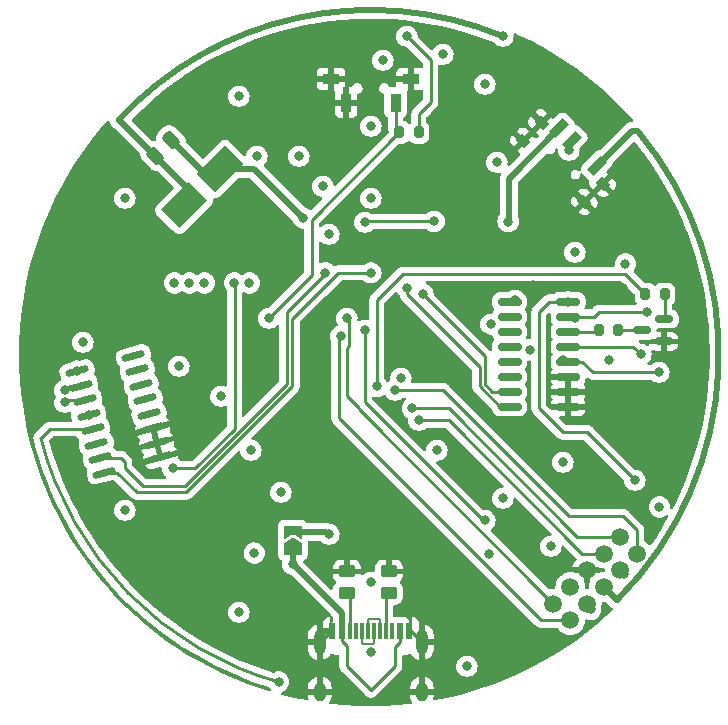
<source format=gbr>
%TF.GenerationSoftware,KiCad,Pcbnew,7.0.9*%
%TF.CreationDate,2025-01-08T15:48:33+01:00*%
%TF.ProjectId,DB-radar,44422d72-6164-4617-922e-6b696361645f,rev?*%
%TF.SameCoordinates,Original*%
%TF.FileFunction,Copper,L4,Bot*%
%TF.FilePolarity,Positive*%
%FSLAX46Y46*%
G04 Gerber Fmt 4.6, Leading zero omitted, Abs format (unit mm)*
G04 Created by KiCad (PCBNEW 7.0.9) date 2025-01-08 15:48:33*
%MOMM*%
%LPD*%
G01*
G04 APERTURE LIST*
G04 Aperture macros list*
%AMRoundRect*
0 Rectangle with rounded corners*
0 $1 Rounding radius*
0 $2 $3 $4 $5 $6 $7 $8 $9 X,Y pos of 4 corners*
0 Add a 4 corners polygon primitive as box body*
4,1,4,$2,$3,$4,$5,$6,$7,$8,$9,$2,$3,0*
0 Add four circle primitives for the rounded corners*
1,1,$1+$1,$2,$3*
1,1,$1+$1,$4,$5*
1,1,$1+$1,$6,$7*
1,1,$1+$1,$8,$9*
0 Add four rect primitives between the rounded corners*
20,1,$1+$1,$2,$3,$4,$5,0*
20,1,$1+$1,$4,$5,$6,$7,0*
20,1,$1+$1,$6,$7,$8,$9,0*
20,1,$1+$1,$8,$9,$2,$3,0*%
%AMRotRect*
0 Rectangle, with rotation*
0 The origin of the aperture is its center*
0 $1 length*
0 $2 width*
0 $3 Rotation angle, in degrees counterclockwise*
0 Add horizontal line*
21,1,$1,$2,0,0,$3*%
%AMFreePoly0*
4,1,6,1.000000,0.000000,0.500000,-0.750000,-0.500000,-0.750000,-0.500000,0.750000,0.500000,0.750000,1.000000,0.000000,1.000000,0.000000,$1*%
%AMFreePoly1*
4,1,6,0.500000,-0.750000,-0.650000,-0.750000,-0.150000,0.000000,-0.650000,0.750000,0.500000,0.750000,0.500000,-0.750000,0.500000,-0.750000,$1*%
G04 Aperture macros list end*
%TA.AperFunction,SMDPad,CuDef*%
%ADD10R,1.450000X0.900000*%
%TD*%
%TA.AperFunction,SMDPad,CuDef*%
%ADD11R,0.900000X1.600000*%
%TD*%
%TA.AperFunction,SMDPad,CuDef*%
%ADD12RotRect,0.800000X1.600000X315.000000*%
%TD*%
%TA.AperFunction,SMDPad,CuDef*%
%ADD13RotRect,1.000000X0.800000X315.000000*%
%TD*%
%TA.AperFunction,SMDPad,CuDef*%
%ADD14RoundRect,0.200000X-0.200000X-0.275000X0.200000X-0.275000X0.200000X0.275000X-0.200000X0.275000X0*%
%TD*%
%TA.AperFunction,SMDPad,CuDef*%
%ADD15R,0.600000X1.450000*%
%TD*%
%TA.AperFunction,SMDPad,CuDef*%
%ADD16R,0.300000X1.450000*%
%TD*%
%TA.AperFunction,ComponentPad*%
%ADD17O,1.000000X1.600000*%
%TD*%
%TA.AperFunction,ComponentPad*%
%ADD18O,1.000000X2.100000*%
%TD*%
%TA.AperFunction,SMDPad,CuDef*%
%ADD19RotRect,3.350000X2.200000X225.000000*%
%TD*%
%TA.AperFunction,SMDPad,CuDef*%
%ADD20RotRect,3.355200X2.207911X225.000000*%
%TD*%
%TA.AperFunction,SMDPad,CuDef*%
%ADD21RoundRect,0.150000X0.758066X0.358415X-0.835712X-0.068637X-0.758066X-0.358415X0.835712X0.068637X0*%
%TD*%
%TA.AperFunction,SMDPad,CuDef*%
%ADD22FreePoly0,90.000000*%
%TD*%
%TA.AperFunction,SMDPad,CuDef*%
%ADD23FreePoly1,90.000000*%
%TD*%
%TA.AperFunction,SMDPad,CuDef*%
%ADD24RoundRect,0.250000X-0.450000X0.262500X-0.450000X-0.262500X0.450000X-0.262500X0.450000X0.262500X0*%
%TD*%
%TA.AperFunction,SMDPad,CuDef*%
%ADD25RoundRect,0.250000X0.159099X-0.512652X0.512652X-0.159099X-0.159099X0.512652X-0.512652X0.159099X0*%
%TD*%
%TA.AperFunction,SMDPad,CuDef*%
%ADD26RoundRect,0.200000X0.200000X0.275000X-0.200000X0.275000X-0.200000X-0.275000X0.200000X-0.275000X0*%
%TD*%
%TA.AperFunction,SMDPad,CuDef*%
%ADD27RoundRect,0.150000X0.587500X0.150000X-0.587500X0.150000X-0.587500X-0.150000X0.587500X-0.150000X0*%
%TD*%
%TA.AperFunction,SMDPad,CuDef*%
%ADD28RoundRect,0.150000X0.825000X0.150000X-0.825000X0.150000X-0.825000X-0.150000X0.825000X-0.150000X0*%
%TD*%
%TA.AperFunction,SMDPad,CuDef*%
%ADD29C,1.500000*%
%TD*%
%TA.AperFunction,ViaPad*%
%ADD30C,0.800000*%
%TD*%
%TA.AperFunction,Conductor*%
%ADD31C,0.200000*%
%TD*%
%TA.AperFunction,Conductor*%
%ADD32C,0.500000*%
%TD*%
%TA.AperFunction,Conductor*%
%ADD33C,0.250000*%
%TD*%
G04 APERTURE END LIST*
D10*
%TO.P,SW1,1,1*%
%TO.N,GND*%
X98225000Y-103698000D03*
X104975000Y-103698000D03*
D11*
X99500000Y-105698000D03*
%TO.P,SW1,2,2*%
%TO.N,BUT_3*%
X103700000Y-105698000D03*
%TD*%
D12*
%TO.P,SW2,1,A*%
%TO.N,VCC_bat*%
X117537802Y-107880218D03*
%TO.P,SW2,2,B*%
%TO.N,VCC*%
X118598462Y-108940878D03*
%TO.P,SW2,3,C*%
%TO.N,VCC_prog*%
X120719782Y-111062198D03*
D13*
%TO.P,SW2,S,Shield*%
%TO.N,GND*%
X116052878Y-107385243D03*
X114497243Y-108940878D03*
X121214757Y-112547122D03*
X119659122Y-114102757D03*
%TD*%
D14*
%TO.P,R12,1*%
%TO.N,Net-(U7-Y)*%
X120904000Y-124968000D03*
%TO.P,R12,2*%
%TO.N,Net-(Q2-C)*%
X122554000Y-124968000D03*
%TD*%
D15*
%TO.P,J1,A1,GND*%
%TO.N,GND*%
X104850000Y-150469000D03*
%TO.P,J1,A4,VBUS*%
%TO.N,5V*%
X104050000Y-150469000D03*
D16*
%TO.P,J1,A5,CC1*%
%TO.N,Net-(J1-CC1)*%
X102850000Y-150469000D03*
%TO.P,J1,A6,D+*%
%TO.N,D+*%
X101850000Y-150469000D03*
%TO.P,J1,A7,D-*%
%TO.N,D-*%
X101350000Y-150469000D03*
%TO.P,J1,A8,SBU1*%
%TO.N,unconnected-(J1-SBU1-PadA8)*%
X100350000Y-150469000D03*
D15*
%TO.P,J1,A9,VBUS*%
%TO.N,5V*%
X99150000Y-150469000D03*
%TO.P,J1,A12,GND*%
%TO.N,GND*%
X98350000Y-150469000D03*
%TO.P,J1,B1,GND*%
X98350000Y-150469000D03*
%TO.P,J1,B4,VBUS*%
%TO.N,5V*%
X99150000Y-150469000D03*
D16*
%TO.P,J1,B5,CC2*%
%TO.N,Net-(J1-CC2)*%
X99850000Y-150469000D03*
%TO.P,J1,B6,D+*%
%TO.N,D+*%
X100850000Y-150469000D03*
%TO.P,J1,B7,D-*%
%TO.N,D-*%
X102350000Y-150469000D03*
%TO.P,J1,B8,SBU2*%
%TO.N,unconnected-(J1-SBU2-PadB8)*%
X103350000Y-150469000D03*
D15*
%TO.P,J1,B9,VBUS*%
%TO.N,5V*%
X104050000Y-150469000D03*
%TO.P,J1,B12,GND*%
%TO.N,GND*%
X104850000Y-150469000D03*
D17*
%TO.P,J1,S1,SHIELD*%
X105920000Y-155564000D03*
D18*
X105920000Y-151384000D03*
D17*
X97280000Y-155564000D03*
D18*
X97280000Y-151384000D03*
%TD*%
D19*
%TO.P,BT1,1,+*%
%TO.N,BAT+*%
X85793383Y-114358617D03*
D20*
%TO.P,BT1,2,-*%
%TO.N,-BATT*%
X88868942Y-111291928D03*
%TD*%
D21*
%TO.P,U6,1,Y0*%
%TO.N,unconnected-(U6-Y0-Pad1)*%
X81504216Y-127145883D03*
%TO.P,U6,2,Y2*%
%TO.N,unconnected-(U6-Y2-Pad2)*%
X81832916Y-128372608D03*
%TO.P,U6,3,Y*%
%TO.N,unconnected-(U6-Y-Pad3)*%
X82161616Y-129599334D03*
%TO.P,U6,4,Y3*%
%TO.N,unconnected-(U6-Y3-Pad4)*%
X82490316Y-130826060D03*
%TO.P,U6,5,Y1*%
%TO.N,unconnected-(U6-Y1-Pad5)*%
X82819017Y-132052786D03*
%TO.P,U6,6,Inh*%
%TO.N,GND*%
X83147717Y-133279512D03*
%TO.P,U6,7,VEE*%
X83476417Y-134506237D03*
%TO.P,U6,8,VSS*%
X83805117Y-135732963D03*
%TO.P,U6,9,B*%
%TO.N,B*%
X79023784Y-137014117D03*
%TO.P,U6,10,A*%
%TO.N,A*%
X78695084Y-135787392D03*
%TO.P,U6,11,X3*%
%TO.N,unconnected-(U6-X3-Pad11)*%
X78366384Y-134560666D03*
%TO.P,U6,12,X0*%
%TO.N,Net-(D3-A)*%
X78037684Y-133333940D03*
%TO.P,U6,13,X*%
%TO.N,VCC*%
X77708983Y-132107214D03*
%TO.P,U6,14,X1*%
%TO.N,Net-(D10-A)*%
X77380283Y-130880488D03*
%TO.P,U6,15,X2*%
%TO.N,Net-(D11-A)*%
X77051583Y-129653763D03*
%TO.P,U6,16,VDD*%
%TO.N,VCC*%
X76722883Y-128427037D03*
%TD*%
D22*
%TO.P,SW4,1,A*%
%TO.N,5V*%
X94996000Y-143473000D03*
D23*
%TO.P,SW4,2,B*%
%TO.N,BAT+*%
X94996000Y-142023000D03*
%TD*%
D24*
%TO.P,R1,1*%
%TO.N,GND*%
X103124000Y-145391500D03*
%TO.P,R1,2*%
%TO.N,Net-(J1-CC1)*%
X103124000Y-147216500D03*
%TD*%
D25*
%TO.P,C3,1*%
%TO.N,BAT+*%
X83354557Y-110221124D03*
%TO.P,C3,2*%
%TO.N,-BATT*%
X84698059Y-108877622D03*
%TD*%
D26*
%TO.P,R5,1*%
%TO.N,VCC*%
X105664000Y-108204000D03*
%TO.P,R5,2*%
%TO.N,BUT_3*%
X104014000Y-108204000D03*
%TD*%
D27*
%TO.P,Q2,1,E*%
%TO.N,GND*%
X126413500Y-125918000D03*
%TO.P,Q2,2,B*%
%TO.N,Net-(Q2-B)*%
X126413500Y-124018000D03*
%TO.P,Q2,3,C*%
%TO.N,Net-(Q2-C)*%
X124538500Y-124968000D03*
%TD*%
D24*
%TO.P,R2,1*%
%TO.N,GND*%
X99568000Y-145391500D03*
%TO.P,R2,2*%
%TO.N,Net-(J1-CC2)*%
X99568000Y-147216500D03*
%TD*%
D26*
%TO.P,R13,1*%
%TO.N,Net-(Q2-B)*%
X126492000Y-121920000D03*
%TO.P,R13,2*%
%TO.N,LED_PWM*%
X124842000Y-121920000D03*
%TD*%
D28*
%TO.P,U7,1,Y0*%
%TO.N,Net-(D10-K)*%
X118299000Y-122555000D03*
%TO.P,U7,2,Y2*%
%TO.N,Net-(D12-K)*%
X118299000Y-123825000D03*
%TO.P,U7,3,Y*%
%TO.N,Net-(U7-Y)*%
X118299000Y-125095000D03*
%TO.P,U7,4,Y3*%
%TO.N,Net-(D11-K)*%
X118299000Y-126365000D03*
%TO.P,U7,5,Y1*%
%TO.N,Net-(D13-K)*%
X118299000Y-127635000D03*
%TO.P,U7,6,Inh*%
%TO.N,GND*%
X118299000Y-128905000D03*
%TO.P,U7,7,VEE*%
X118299000Y-130175000D03*
%TO.P,U7,8,VSS*%
X118299000Y-131445000D03*
%TO.P,U7,9,B*%
%TO.N,D*%
X113349000Y-131445000D03*
%TO.P,U7,10,A*%
%TO.N,C*%
X113349000Y-130175000D03*
%TO.P,U7,11,X3*%
%TO.N,unconnected-(U7-X3-Pad11)*%
X113349000Y-128905000D03*
%TO.P,U7,12,X0*%
%TO.N,unconnected-(U7-X0-Pad12)*%
X113349000Y-127635000D03*
%TO.P,U7,13,X*%
%TO.N,unconnected-(U7-X-Pad13)*%
X113349000Y-126365000D03*
%TO.P,U7,14,X1*%
%TO.N,unconnected-(U7-X1-Pad14)*%
X113349000Y-125095000D03*
%TO.P,U7,15,X2*%
%TO.N,unconnected-(U7-X2-Pad15)*%
X113349000Y-123825000D03*
%TO.P,U7,16,VDD*%
%TO.N,VCC*%
X113349000Y-122555000D03*
%TD*%
D29*
%TO.P,J2,1,Pin_1*%
%TO.N,RX*%
X118473787Y-149530641D03*
%TO.P,J2,2,Pin_2*%
%TO.N,TX*%
X117059573Y-148116427D03*
%TO.P,J2,3,Pin_3*%
%TO.N,DTR*%
X119888000Y-148116427D03*
%TO.P,J2,4,Pin_4*%
%TO.N,CTS*%
X118473787Y-146702214D03*
%TO.P,J2,5,Pin_5*%
%TO.N,VCC_prog*%
X121302214Y-146702214D03*
%TO.P,J2,6,Pin_6*%
%TO.N,GND*%
X119888000Y-145288000D03*
%TO.P,J2,7,Pin_7*%
%TO.N,RESET*%
X122716427Y-145288000D03*
%TO.P,J2,8,Pin_8*%
%TO.N,SCK*%
X121302214Y-143873787D03*
%TO.P,J2,9,Pin_9*%
%TO.N,MOSI*%
X124130641Y-143873787D03*
%TO.P,J2,10,Pin_10*%
%TO.N,MISO*%
X122716427Y-142459573D03*
%TD*%
D30*
%TO.N,GND*%
X81788000Y-123444000D03*
X123444000Y-132588000D03*
X125984000Y-119380000D03*
%TO.N,BAT+*%
X112776000Y-100076000D03*
X98044000Y-142240000D03*
X115044652Y-126628853D03*
%TO.N,-BATT*%
X95871861Y-115481438D03*
%TO.N,GND*%
X128524000Y-135128000D03*
X112776000Y-133096000D03*
X123951749Y-117122364D03*
X73660000Y-119888000D03*
X122936000Y-121412000D03*
X115824000Y-102108000D03*
X104668372Y-126612910D03*
X109322312Y-121333159D03*
X79756000Y-118364000D03*
X91948000Y-152908000D03*
X119236942Y-104492107D03*
X97536000Y-108712000D03*
X78740000Y-109728000D03*
X120396000Y-121412000D03*
X108712000Y-113792000D03*
X108712000Y-105156000D03*
X107188000Y-126492000D03*
X127508000Y-115824000D03*
X99568000Y-143764000D03*
X120904000Y-131572000D03*
X106680000Y-145288000D03*
X83312000Y-106172000D03*
X94996000Y-150876000D03*
X108712000Y-104140000D03*
X121412000Y-107188000D03*
X73152000Y-131064000D03*
X83312000Y-140716000D03*
X82804000Y-143764000D03*
X109220000Y-135128000D03*
X96012000Y-103632000D03*
X102108000Y-99060000D03*
X118114205Y-111124890D03*
X125984000Y-131572000D03*
X125476000Y-136144000D03*
X109220000Y-100076000D03*
X115315999Y-121108612D03*
X116332000Y-134620000D03*
X78740000Y-142240000D03*
X116332000Y-114300000D03*
%TO.N,Net-(U2-VCC)*%
X111252000Y-104140000D03*
X98044000Y-116840000D03*
%TO.N,5V*%
X97536000Y-112776000D03*
X94996000Y-144780000D03*
%TO.N,VCC*%
X76722883Y-128427037D03*
X107188000Y-135128000D03*
X113792000Y-122428000D03*
X104648000Y-100076000D03*
X93980000Y-138684000D03*
X77708983Y-132107214D03*
X123157884Y-119346778D03*
X118364000Y-109728000D03*
X84963000Y-120969000D03*
X91440000Y-135128000D03*
X104140000Y-129032000D03*
%TO.N,DTR*%
X120214944Y-148604607D03*
%TO.N,RESET*%
X111252000Y-141072264D03*
X101092000Y-124968000D03*
X123040587Y-145564656D03*
%TO.N,Net-(D1-K)*%
X107696000Y-101600000D03*
X101600000Y-113792000D03*
%TO.N,VCC_bat*%
X111764299Y-124455701D03*
X113221107Y-115765545D03*
%TO.N,Net-(D11-K)*%
X112776000Y-139192000D03*
X116840000Y-143256000D03*
X124460000Y-127000000D03*
X77216000Y-125984000D03*
%TO.N,Net-(D3-A)*%
X126026297Y-139931568D03*
X93789174Y-154752750D03*
X109728000Y-153416000D03*
%TO.N,Net-(D12-K)*%
X124968000Y-123444000D03*
X118872000Y-123952000D03*
X101600000Y-152250500D03*
X80772000Y-113792000D03*
%TO.N,Net-(D13-K)*%
X90424000Y-105156000D03*
X90424000Y-148844000D03*
X125984000Y-128524000D03*
X117856000Y-127508000D03*
%TO.N,Net-(D10-K)*%
X123952000Y-137668000D03*
X80772000Y-140208000D03*
X118299000Y-122555000D03*
X102616000Y-102108000D03*
%TO.N,Net-(D10-A)*%
X75692000Y-131064000D03*
%TO.N,Net-(D11-A)*%
X75692000Y-130048000D03*
%TO.N,Net-(D19-K)*%
X91313000Y-120969000D03*
X112268000Y-110744000D03*
X111566750Y-143932890D03*
%TO.N,Net-(D20-K)*%
X118872000Y-118364000D03*
X86233000Y-120969000D03*
X101600000Y-146304000D03*
%TO.N,Net-(D21-K)*%
X88900000Y-130556000D03*
X91948000Y-110236000D03*
X87503000Y-120969000D03*
X91725002Y-143831541D03*
X121770521Y-127485162D03*
%TO.N,Net-(D22-K)*%
X117856000Y-136144000D03*
X90043000Y-120969000D03*
X101600000Y-107696000D03*
X84836000Y-136652000D03*
%TO.N,RX*%
X99060000Y-125476000D03*
%TO.N,TX*%
X99568000Y-123952000D03*
%TO.N,SCK*%
X105664000Y-132588000D03*
%TO.N,MOSI*%
X103632000Y-130048000D03*
%TO.N,MISO*%
X105125500Y-131572000D03*
%TO.N,Net-(Q1-D12_1)*%
X106953160Y-115750682D03*
X101092000Y-115824000D03*
%TO.N,BUT_3*%
X92964000Y-123952000D03*
%TO.N,LED_PWM*%
X102118858Y-129724500D03*
X95504000Y-110236000D03*
X85344000Y-128016000D03*
%TO.N,A*%
X97758274Y-120104500D03*
%TO.N,B*%
X101600000Y-120104500D03*
%TO.N,C*%
X106013500Y-121920000D03*
%TO.N,D*%
X104648000Y-121350498D03*
%TD*%
D31*
%TO.N,D-*%
X101400000Y-149444000D02*
X102300000Y-149444000D01*
X102350000Y-149494000D02*
X102350000Y-150469000D01*
X101350000Y-149494000D02*
X101400000Y-149444000D01*
X101350000Y-150469000D02*
X101350000Y-149494000D01*
X102300000Y-149444000D02*
X102350000Y-149494000D01*
%TO.N,D+*%
X101800000Y-151494000D02*
X101850000Y-151444000D01*
X101850000Y-151444000D02*
X101850000Y-150469000D01*
X100900000Y-151494000D02*
X101800000Y-151494000D01*
X100850000Y-151444000D02*
X100900000Y-151494000D01*
X100850000Y-150469000D02*
X100850000Y-151444000D01*
D32*
%TO.N,BAT+*%
X94996000Y-142023000D02*
X97827000Y-142023000D01*
X97827000Y-142023000D02*
X98044000Y-142240000D01*
X80308509Y-107188000D02*
X84167745Y-111047236D01*
D33*
X80264000Y-107188000D02*
X80308509Y-107188000D01*
D32*
X84167745Y-111047236D02*
X86270680Y-113150171D01*
D33*
X86270680Y-113150171D02*
X86270680Y-113881320D01*
D32*
X112776000Y-100076001D02*
G75*
G03*
X80238036Y-107163891I-11176000J-26923999D01*
G01*
%TO.N,-BATT*%
X91682351Y-111291928D02*
X88868942Y-111291928D01*
X95871861Y-115481438D02*
X91682351Y-111291928D01*
X84863761Y-109056249D02*
X85693756Y-109886244D01*
X84491751Y-109056249D02*
X84863761Y-109056249D01*
X85693756Y-109886244D02*
X87567513Y-111760000D01*
D33*
X87567513Y-111760000D02*
X88392000Y-111760000D01*
%TO.N,GND*%
X98195000Y-150469000D02*
X97280000Y-151384000D01*
X105005000Y-150469000D02*
X105920000Y-151384000D01*
X104850000Y-150469000D02*
X105005000Y-150469000D01*
X98350000Y-150469000D02*
X98195000Y-150469000D01*
%TO.N,5V*%
X103632000Y-153416000D02*
X103632000Y-151782051D01*
X99150000Y-151294000D02*
X99568000Y-151712000D01*
X99568000Y-151712000D02*
X99568000Y-153416000D01*
X99150000Y-150469000D02*
X99150000Y-151294000D01*
X101600000Y-155448000D02*
X103632000Y-153416000D01*
D32*
X94996000Y-144780000D02*
X94996000Y-143473000D01*
D33*
X104050000Y-151364051D02*
X104050000Y-150469000D01*
X99568000Y-153416000D02*
X101600000Y-155448000D01*
X103632000Y-151782051D02*
X104050000Y-151364051D01*
D32*
X99150000Y-150469000D02*
X99150000Y-148934000D01*
X99150000Y-148934000D02*
X94996000Y-144780000D01*
D33*
%TO.N,VCC*%
X106680000Y-105664000D02*
X106680000Y-102108000D01*
X105664000Y-106680000D02*
X106680000Y-105664000D01*
X106680000Y-102108000D02*
X104648000Y-100076000D01*
D32*
X118364000Y-109728000D02*
X118364000Y-109175340D01*
D33*
X113792000Y-122428000D02*
X113349000Y-122555000D01*
X105664000Y-108204000D02*
X105664000Y-106680000D01*
X118364000Y-109175340D02*
X118598462Y-108940878D01*
%TO.N,RESET*%
X101092000Y-131064000D02*
X101092000Y-124968000D01*
X111252000Y-141072264D02*
X111100264Y-141072264D01*
X111100264Y-141072264D02*
X101092000Y-131064000D01*
D32*
%TO.N,VCC_bat*%
X117537802Y-107880218D02*
X113284000Y-112134020D01*
X113284000Y-112134020D02*
X113284000Y-115824000D01*
D33*
%TO.N,Net-(D11-K)*%
X118299000Y-126365000D02*
X123825000Y-126365000D01*
X123825000Y-126365000D02*
X124460000Y-127000000D01*
%TO.N,Net-(D3-A)*%
X73660000Y-134112000D02*
X74438060Y-133333940D01*
X74438060Y-133333940D02*
X78037684Y-133333940D01*
X73660001Y-134112000D02*
G75*
G03*
X94014073Y-154815064I27939999J7112000D01*
G01*
%TO.N,Net-(D12-K)*%
X120523000Y-123825000D02*
X118299000Y-123825000D01*
X124968000Y-123444000D02*
X120904000Y-123444000D01*
X120904000Y-123444000D02*
X120523000Y-123825000D01*
%TO.N,Net-(D13-K)*%
X120396000Y-128524000D02*
X119507000Y-127635000D01*
X125984000Y-128524000D02*
X120396000Y-128524000D01*
X119507000Y-127635000D02*
X118299000Y-127635000D01*
%TO.N,Net-(D10-K)*%
X117856000Y-133604000D02*
X115824000Y-131572000D01*
X116713000Y-122555000D02*
X118299000Y-122555000D01*
X115824000Y-131572000D02*
X115824000Y-123444000D01*
X123952000Y-137668000D02*
X119888000Y-133604000D01*
X119888000Y-133604000D02*
X117856000Y-133604000D01*
X115824000Y-123444000D02*
X116713000Y-122555000D01*
%TO.N,Net-(D10-A)*%
X75875512Y-130880488D02*
X75692000Y-131064000D01*
X77380283Y-130880488D02*
X75875512Y-130880488D01*
%TO.N,Net-(D11-A)*%
X76086237Y-129653763D02*
X75692000Y-130048000D01*
X77051583Y-129653763D02*
X76086237Y-129653763D01*
%TO.N,Net-(D22-K)*%
X86739604Y-136652000D02*
X84836000Y-136652000D01*
X90043000Y-120969000D02*
X90059059Y-120985059D01*
X90059059Y-120985059D02*
X90059059Y-133332545D01*
X90059059Y-133332545D02*
X86739604Y-136652000D01*
%TO.N,Net-(J1-CC1)*%
X103124000Y-147216500D02*
X102850000Y-147490500D01*
X102850000Y-147490500D02*
X102850000Y-150469000D01*
%TO.N,Net-(J1-CC2)*%
X99850000Y-147498500D02*
X99568000Y-147216500D01*
X99850000Y-150469000D02*
X99850000Y-147498500D01*
%TO.N,RX*%
X98890538Y-132418538D02*
X98890538Y-125645462D01*
X98890538Y-125645462D02*
X99060000Y-125476000D01*
X118473787Y-149530641D02*
X116002641Y-149530641D01*
X116002641Y-149530641D02*
X98890538Y-132418538D01*
%TO.N,TX*%
X99785000Y-124169000D02*
X99568000Y-123952000D01*
X100584000Y-131640854D02*
X100584000Y-131572000D01*
X117059573Y-148116427D02*
X100584000Y-131640854D01*
X99568000Y-126492000D02*
X99785000Y-126275000D01*
X99785000Y-126275000D02*
X99785000Y-124169000D01*
X100584000Y-131572000D02*
X99568000Y-130556000D01*
X99568000Y-130556000D02*
X99568000Y-126492000D01*
D32*
%TO.N,VCC_prog*%
X121302214Y-146702214D02*
X122428000Y-147828000D01*
X120719782Y-111062198D02*
X123715443Y-108066537D01*
X123715443Y-108066537D02*
X124164023Y-108066537D01*
D31*
X122428000Y-147828000D02*
G75*
G03*
X124143924Y-108042609I-20828000J20828000D01*
G01*
D32*
X122428000Y-147828000D02*
G75*
G03*
X124143924Y-108042609I-20828000J20828000D01*
G01*
D33*
%TO.N,SCK*%
X105664000Y-132588000D02*
X108204000Y-132588000D01*
X119489787Y-143873787D02*
X121302214Y-143873787D01*
X108204000Y-132588000D02*
X119489787Y-143873787D01*
%TO.N,MOSI*%
X107696000Y-130048000D02*
X118364000Y-140716000D01*
X124130641Y-141910641D02*
X124130641Y-143873787D01*
X103632000Y-130048000D02*
X107696000Y-130048000D01*
X118364000Y-140716000D02*
X122936000Y-140716000D01*
X122936000Y-140716000D02*
X124130641Y-141910641D01*
%TO.N,MISO*%
X119091573Y-142459573D02*
X122716427Y-142459573D01*
X108204000Y-131572000D02*
X119091573Y-142459573D01*
X105125500Y-131572000D02*
X108204000Y-131572000D01*
%TO.N,Net-(Q1-D12_1)*%
X106953160Y-115750682D02*
X101165318Y-115750682D01*
X101165318Y-115750682D02*
X101092000Y-115824000D01*
%TO.N,Net-(Q2-B)*%
X126492000Y-123939500D02*
X126413500Y-124018000D01*
X126492000Y-121920000D02*
X126492000Y-123939500D01*
%TO.N,Net-(Q2-C)*%
X122554000Y-124968000D02*
X124538500Y-124968000D01*
%TO.N,BUT_3*%
X92964000Y-123952000D02*
X96596861Y-120319139D01*
X103700000Y-105698000D02*
X103700000Y-107890000D01*
X96596861Y-115621139D02*
X104014000Y-108204000D01*
X103700000Y-107890000D02*
X104014000Y-108204000D01*
X96596861Y-120319139D02*
X96596861Y-115621139D01*
%TO.N,Net-(U7-Y)*%
X118299000Y-125095000D02*
X120777000Y-125095000D01*
X120777000Y-125095000D02*
X120904000Y-124968000D01*
%TO.N,LED_PWM*%
X104334031Y-120201969D02*
X123123969Y-120201969D01*
X102118858Y-129724500D02*
X102108000Y-129713642D01*
X102118858Y-129838527D02*
X102108000Y-129849385D01*
X102108000Y-122428000D02*
X102108000Y-129713642D01*
X123123969Y-120201969D02*
X124842000Y-121920000D01*
X102108000Y-122428000D02*
X104334031Y-120201969D01*
X102118858Y-129724500D02*
X102118858Y-129838527D01*
%TO.N,A*%
X80772000Y-136144000D02*
X80415392Y-135787392D01*
X97758274Y-120173726D02*
X94488000Y-123444000D01*
X80772000Y-136652000D02*
X80772000Y-136144000D01*
X94488000Y-129540000D02*
X85852000Y-138176000D01*
X82296000Y-138176000D02*
X80772000Y-136652000D01*
X94488000Y-123444000D02*
X94488000Y-129540000D01*
X85852000Y-138176000D02*
X82296000Y-138176000D01*
X97758274Y-120104500D02*
X97758274Y-120173726D01*
X80415392Y-135787392D02*
X78695084Y-135787392D01*
%TO.N,B*%
X97328305Y-121629000D02*
X97319000Y-121629000D01*
X94938000Y-124010000D02*
X94938000Y-129726396D01*
X94938000Y-129726396D02*
X85980396Y-138684000D01*
X85980396Y-138684000D02*
X81788000Y-138684000D01*
X81788000Y-138684000D02*
X80118117Y-137014117D01*
X98852805Y-120104500D02*
X97328305Y-121629000D01*
X101600000Y-120104500D02*
X98852805Y-120104500D01*
X80118117Y-137014117D02*
X79023784Y-137014117D01*
X97319000Y-121629000D02*
X94938000Y-124010000D01*
%TO.N,C*%
X106013500Y-121920000D02*
X111252000Y-127158500D01*
X111252000Y-129540000D02*
X111887000Y-130175000D01*
X111887000Y-130175000D02*
X113349000Y-130175000D01*
X111252000Y-127158500D02*
X111252000Y-129540000D01*
%TO.N,D*%
X104648000Y-121920000D02*
X110802000Y-128074000D01*
X112520604Y-131445000D02*
X113349000Y-131445000D01*
X110802000Y-128074000D02*
X110802000Y-129726396D01*
X110802000Y-129726396D02*
X112520604Y-131445000D01*
X104648000Y-121350498D02*
X104648000Y-121920000D01*
%TD*%
%TA.AperFunction,Conductor*%
%TO.N,GND*%
G36*
X102310105Y-98607969D02*
G01*
X103355477Y-98653395D01*
X104398467Y-98737299D01*
X105437657Y-98859565D01*
X106471639Y-99020028D01*
X107499008Y-99218470D01*
X108518369Y-99454622D01*
X109528340Y-99728163D01*
X110527550Y-100038721D01*
X111514641Y-100385876D01*
X111996531Y-100575576D01*
X112043259Y-100607985D01*
X112170129Y-100748888D01*
X112323265Y-100860148D01*
X112323270Y-100860151D01*
X112496192Y-100937142D01*
X112496197Y-100937144D01*
X112681354Y-100976500D01*
X112681355Y-100976500D01*
X112870644Y-100976500D01*
X112870646Y-100976500D01*
X113055803Y-100937144D01*
X113228730Y-100860151D01*
X113381871Y-100748888D01*
X113508533Y-100608216D01*
X113603179Y-100444284D01*
X113661674Y-100264256D01*
X113681460Y-100076000D01*
X113669118Y-99958578D01*
X113681687Y-99889853D01*
X113729419Y-99838829D01*
X113797159Y-99821711D01*
X113843008Y-99832402D01*
X114250350Y-100014357D01*
X115227481Y-100494377D01*
X115825628Y-100815851D01*
X116186428Y-101009763D01*
X117125913Y-101559828D01*
X118044681Y-102143838D01*
X118941507Y-102761014D01*
X119815195Y-103410532D01*
X120664577Y-104091526D01*
X121488522Y-104803086D01*
X122285930Y-105544264D01*
X123055736Y-106314070D01*
X123791427Y-107105575D01*
X123822650Y-107168080D01*
X123815124Y-107237543D01*
X123771237Y-107291910D01*
X123711413Y-107313523D01*
X123697792Y-107314715D01*
X123685375Y-107315801D01*
X123679976Y-107316037D01*
X123671731Y-107316037D01*
X123639150Y-107319845D01*
X123562642Y-107326538D01*
X123555576Y-107327998D01*
X123555564Y-107327941D01*
X123548197Y-107329575D01*
X123548211Y-107329631D01*
X123541194Y-107331293D01*
X123469016Y-107357563D01*
X123396105Y-107381724D01*
X123389562Y-107384775D01*
X123389537Y-107384723D01*
X123382757Y-107388005D01*
X123382783Y-107388057D01*
X123376324Y-107391301D01*
X123312152Y-107433507D01*
X123246788Y-107473825D01*
X123241120Y-107478307D01*
X123241084Y-107478261D01*
X123235241Y-107483021D01*
X123235278Y-107483065D01*
X123229753Y-107487701D01*
X123229747Y-107487706D01*
X123229747Y-107487707D01*
X123210843Y-107507744D01*
X123177040Y-107543572D01*
X121043444Y-109677166D01*
X120982121Y-109710651D01*
X120973410Y-109712223D01*
X120860167Y-109728504D01*
X120729254Y-109788291D01*
X120682559Y-109825920D01*
X119483504Y-111024977D01*
X119483498Y-111024984D01*
X119445876Y-111071669D01*
X119445875Y-111071671D01*
X119386088Y-111202583D01*
X119365607Y-111345042D01*
X119365607Y-111345043D01*
X119370044Y-111375906D01*
X119360100Y-111445064D01*
X119314344Y-111497867D01*
X119247304Y-111517551D01*
X119180265Y-111497866D01*
X119159625Y-111481232D01*
X119155003Y-111476610D01*
X119118389Y-111457954D01*
X119101803Y-111447790D01*
X119099391Y-111446038D01*
X119099390Y-111446037D01*
X119099388Y-111446036D01*
X119099385Y-111446035D01*
X119099383Y-111446034D01*
X119096549Y-111445113D01*
X119078576Y-111437668D01*
X119041964Y-111419014D01*
X119041967Y-111419014D01*
X119001377Y-111412585D01*
X118982466Y-111408045D01*
X118979625Y-111407122D01*
X118979624Y-111407122D01*
X118976637Y-111407122D01*
X118957239Y-111405595D01*
X118916662Y-111399168D01*
X118916658Y-111399168D01*
X118876081Y-111405595D01*
X118856683Y-111407122D01*
X118853692Y-111407122D01*
X118850840Y-111408049D01*
X118831945Y-111412583D01*
X118791362Y-111419012D01*
X118791352Y-111419015D01*
X118754741Y-111437669D01*
X118736779Y-111445110D01*
X118733934Y-111446034D01*
X118733931Y-111446036D01*
X118731514Y-111447792D01*
X118714936Y-111457950D01*
X118678320Y-111476607D01*
X118649263Y-111505664D01*
X118634483Y-111518288D01*
X118632056Y-111520051D01*
X118632051Y-111520056D01*
X118630288Y-111522483D01*
X118617664Y-111537263D01*
X118588607Y-111566320D01*
X118569950Y-111602936D01*
X118559792Y-111619514D01*
X118558036Y-111621931D01*
X118558034Y-111621934D01*
X118557110Y-111624779D01*
X118549669Y-111642741D01*
X118531015Y-111679352D01*
X118531012Y-111679362D01*
X118524583Y-111719945D01*
X118520049Y-111738840D01*
X118519122Y-111741692D01*
X118519122Y-111744682D01*
X118517595Y-111764080D01*
X118511168Y-111804658D01*
X118511168Y-111804661D01*
X118517595Y-111845239D01*
X118519122Y-111864637D01*
X118519122Y-111867624D01*
X118520045Y-111870466D01*
X118524585Y-111889377D01*
X118531014Y-111929965D01*
X118549668Y-111966576D01*
X118557113Y-111984549D01*
X118558034Y-111987383D01*
X118558038Y-111987391D01*
X118559790Y-111989803D01*
X118569954Y-112006389D01*
X118588610Y-112043002D01*
X118617660Y-112072052D01*
X118630297Y-112086848D01*
X118632054Y-112089266D01*
X118634473Y-112091024D01*
X118649271Y-112103663D01*
X118678313Y-112132706D01*
X118678316Y-112132708D01*
X118678318Y-112132710D01*
X118714933Y-112151366D01*
X118731520Y-112161532D01*
X118731530Y-112161539D01*
X118733932Y-112163284D01*
X118736772Y-112164206D01*
X118754735Y-112171646D01*
X118791356Y-112190306D01*
X118831941Y-112196734D01*
X118850858Y-112201276D01*
X118853231Y-112202046D01*
X118853696Y-112202198D01*
X118853697Y-112202198D01*
X118856683Y-112202198D01*
X118876081Y-112203725D01*
X118916658Y-112210152D01*
X118916660Y-112210152D01*
X118916662Y-112210152D01*
X118957239Y-112203725D01*
X118976637Y-112202198D01*
X118979621Y-112202198D01*
X118979624Y-112202198D01*
X118982465Y-112201274D01*
X119001372Y-112196735D01*
X119041964Y-112190306D01*
X119078576Y-112171650D01*
X119096554Y-112164204D01*
X119099388Y-112163284D01*
X119101804Y-112161527D01*
X119118378Y-112151370D01*
X119155002Y-112132710D01*
X119184066Y-112103645D01*
X119198849Y-112091021D01*
X119201266Y-112089266D01*
X119203023Y-112086848D01*
X119215645Y-112072066D01*
X119244710Y-112043002D01*
X119263370Y-112006378D01*
X119273529Y-111989803D01*
X119275284Y-111987388D01*
X119276204Y-111984554D01*
X119283650Y-111966576D01*
X119302306Y-111929964D01*
X119308734Y-111889375D01*
X119313276Y-111870462D01*
X119314197Y-111867626D01*
X119314198Y-111867624D01*
X119314717Y-111854340D01*
X119315428Y-111847109D01*
X119322152Y-111804660D01*
X119322151Y-111804657D01*
X119322152Y-111804656D01*
X119322152Y-111803113D01*
X119322683Y-111801304D01*
X119323679Y-111795018D01*
X119324491Y-111795146D01*
X119341837Y-111736074D01*
X119394641Y-111690319D01*
X119463799Y-111680375D01*
X119527355Y-111709400D01*
X119533819Y-111715419D01*
X119802950Y-111984549D01*
X120057183Y-112238782D01*
X120090668Y-112300105D01*
X120092240Y-112344109D01*
X120073219Y-112476410D01*
X120093679Y-112618724D01*
X120093680Y-112618729D01*
X120153406Y-112749508D01*
X120153407Y-112749510D01*
X120190985Y-112796141D01*
X120190991Y-112796148D01*
X120401583Y-113006741D01*
X120401584Y-113006741D01*
X120481965Y-112926361D01*
X120861203Y-112547123D01*
X121568310Y-112547123D01*
X122098639Y-113077452D01*
X122098640Y-113077452D01*
X122238527Y-112937565D01*
X122276107Y-112890930D01*
X122335833Y-112760151D01*
X122335834Y-112760146D01*
X122356294Y-112617833D01*
X122335834Y-112475519D01*
X122335833Y-112475514D01*
X122276107Y-112344735D01*
X122276106Y-112344733D01*
X122238528Y-112298102D01*
X122238522Y-112298095D01*
X122027929Y-112087502D01*
X122027928Y-112087502D01*
X121568310Y-112547121D01*
X121568310Y-112547123D01*
X120861203Y-112547123D01*
X121214757Y-112193569D01*
X121674376Y-111733949D01*
X121674376Y-111733948D01*
X121585633Y-111645205D01*
X121552148Y-111583882D01*
X121557132Y-111514190D01*
X121585628Y-111469849D01*
X121956067Y-111099411D01*
X121993687Y-111052728D01*
X122053475Y-110921813D01*
X122069757Y-110808565D01*
X122098780Y-110745012D01*
X122104799Y-110738547D01*
X123807115Y-109036230D01*
X123868436Y-109002747D01*
X123938128Y-109007731D01*
X123991127Y-109045837D01*
X124223921Y-109333073D01*
X124848662Y-110163676D01*
X125442925Y-111016351D01*
X126005930Y-111889981D01*
X126536939Y-112783420D01*
X127035257Y-113695496D01*
X127500228Y-114625015D01*
X127931246Y-115570757D01*
X128289341Y-116438433D01*
X128327743Y-116531482D01*
X128689200Y-117505932D01*
X129015144Y-118492828D01*
X129305147Y-119490877D01*
X129558829Y-120498770D01*
X129775857Y-121515187D01*
X129955947Y-122538793D01*
X130098863Y-123568249D01*
X130204417Y-124602203D01*
X130272471Y-125639301D01*
X130302936Y-126678183D01*
X130295772Y-127717487D01*
X130250988Y-128755850D01*
X130168642Y-129791911D01*
X130048844Y-130824312D01*
X129891750Y-131851700D01*
X129697565Y-132872726D01*
X129466545Y-133886054D01*
X129198993Y-134890355D01*
X128895258Y-135884311D01*
X128555740Y-136866620D01*
X128180883Y-137835993D01*
X127771179Y-138791162D01*
X127327165Y-139730872D01*
X127159626Y-140054563D01*
X127111329Y-140105052D01*
X127043402Y-140121415D01*
X126977413Y-140098456D01*
X126934311Y-140043465D01*
X126926182Y-139984606D01*
X126931757Y-139931568D01*
X126911971Y-139743312D01*
X126853476Y-139563284D01*
X126758830Y-139399352D01*
X126632168Y-139258680D01*
X126617119Y-139247746D01*
X126479031Y-139147419D01*
X126479026Y-139147416D01*
X126306104Y-139070425D01*
X126306099Y-139070423D01*
X126160298Y-139039433D01*
X126120943Y-139031068D01*
X125931651Y-139031068D01*
X125899194Y-139037966D01*
X125746494Y-139070423D01*
X125746489Y-139070425D01*
X125573567Y-139147416D01*
X125573562Y-139147419D01*
X125420426Y-139258679D01*
X125293763Y-139399353D01*
X125199118Y-139563283D01*
X125199115Y-139563290D01*
X125142986Y-139736038D01*
X125140623Y-139743312D01*
X125120837Y-139931568D01*
X125140623Y-140119824D01*
X125140624Y-140119827D01*
X125199115Y-140299845D01*
X125199118Y-140299852D01*
X125293764Y-140463784D01*
X125395060Y-140576284D01*
X125420426Y-140604456D01*
X125573562Y-140715716D01*
X125573567Y-140715719D01*
X125746489Y-140792710D01*
X125746494Y-140792712D01*
X125931651Y-140832068D01*
X125931652Y-140832068D01*
X126120941Y-140832068D01*
X126120943Y-140832068D01*
X126306100Y-140792712D01*
X126479027Y-140715719D01*
X126586855Y-140637377D01*
X126652657Y-140613899D01*
X126720711Y-140629724D01*
X126769406Y-140679830D01*
X126783282Y-140748308D01*
X126767725Y-140798645D01*
X126338579Y-141559012D01*
X125795303Y-142445045D01*
X125341691Y-143128058D01*
X125288204Y-143173013D01*
X125218904Y-143181914D01*
X125155792Y-143151936D01*
X125136821Y-143130580D01*
X125104957Y-143085073D01*
X125092239Y-143066910D01*
X124937518Y-142912189D01*
X124809016Y-142822210D01*
X124765392Y-142767634D01*
X124756141Y-142720637D01*
X124756141Y-141993383D01*
X124757865Y-141977763D01*
X124757580Y-141977736D01*
X124758314Y-141969974D01*
X124756141Y-141900813D01*
X124756141Y-141871297D01*
X124756141Y-141871291D01*
X124755272Y-141864420D01*
X124754814Y-141858593D01*
X124754127Y-141836721D01*
X124753351Y-141812014D01*
X124747760Y-141792771D01*
X124743814Y-141773719D01*
X124741305Y-141753849D01*
X124724145Y-141710508D01*
X124722265Y-141705020D01*
X124709259Y-141660251D01*
X124699060Y-141643005D01*
X124690499Y-141625529D01*
X124683128Y-141606911D01*
X124681362Y-141604480D01*
X124655731Y-141569201D01*
X124652533Y-141564332D01*
X124628814Y-141524224D01*
X124628807Y-141524215D01*
X124614646Y-141510054D01*
X124602011Y-141495261D01*
X124590234Y-141479053D01*
X124554334Y-141449354D01*
X124550022Y-141445431D01*
X123436803Y-140332212D01*
X123426980Y-140319950D01*
X123426759Y-140320134D01*
X123421786Y-140314123D01*
X123406589Y-140299852D01*
X123371364Y-140266773D01*
X123360919Y-140256328D01*
X123350475Y-140245883D01*
X123344986Y-140241625D01*
X123340561Y-140237847D01*
X123306582Y-140205938D01*
X123306580Y-140205936D01*
X123306577Y-140205935D01*
X123289029Y-140196288D01*
X123272763Y-140185604D01*
X123256933Y-140173325D01*
X123214168Y-140154818D01*
X123208922Y-140152248D01*
X123168093Y-140129803D01*
X123168092Y-140129802D01*
X123148693Y-140124822D01*
X123130281Y-140118518D01*
X123111898Y-140110562D01*
X123111892Y-140110560D01*
X123065874Y-140103272D01*
X123060152Y-140102087D01*
X123015021Y-140090500D01*
X123015019Y-140090500D01*
X122994984Y-140090500D01*
X122975586Y-140088973D01*
X122968162Y-140087797D01*
X122955805Y-140085840D01*
X122955804Y-140085840D01*
X122909416Y-140090225D01*
X122903578Y-140090500D01*
X118674453Y-140090500D01*
X118607414Y-140070815D01*
X118586772Y-140054181D01*
X114676591Y-136144000D01*
X116950540Y-136144000D01*
X116970326Y-136332256D01*
X116970327Y-136332259D01*
X117028818Y-136512277D01*
X117028821Y-136512284D01*
X117123467Y-136676216D01*
X117241095Y-136806855D01*
X117250129Y-136816888D01*
X117403265Y-136928148D01*
X117403270Y-136928151D01*
X117576192Y-137005142D01*
X117576197Y-137005144D01*
X117761354Y-137044500D01*
X117761355Y-137044500D01*
X117950644Y-137044500D01*
X117950646Y-137044500D01*
X118135803Y-137005144D01*
X118308730Y-136928151D01*
X118461871Y-136816888D01*
X118588533Y-136676216D01*
X118683179Y-136512284D01*
X118741674Y-136332256D01*
X118761460Y-136144000D01*
X118741674Y-135955744D01*
X118683179Y-135775716D01*
X118588533Y-135611784D01*
X118461871Y-135471112D01*
X118427386Y-135446057D01*
X118308734Y-135359851D01*
X118308729Y-135359848D01*
X118135807Y-135282857D01*
X118135802Y-135282855D01*
X117990001Y-135251865D01*
X117950646Y-135243500D01*
X117761354Y-135243500D01*
X117728897Y-135250398D01*
X117576197Y-135282855D01*
X117576192Y-135282857D01*
X117403270Y-135359848D01*
X117403265Y-135359851D01*
X117250129Y-135471111D01*
X117123466Y-135611785D01*
X117028821Y-135775715D01*
X117028818Y-135775722D01*
X116970327Y-135955740D01*
X116970326Y-135955744D01*
X116950540Y-136144000D01*
X114676591Y-136144000D01*
X108196803Y-129664212D01*
X108186980Y-129651950D01*
X108186759Y-129652134D01*
X108181786Y-129646123D01*
X108179154Y-129643651D01*
X108131364Y-129598773D01*
X108115925Y-129583334D01*
X108110475Y-129577883D01*
X108104986Y-129573625D01*
X108100561Y-129569847D01*
X108066582Y-129537938D01*
X108066580Y-129537936D01*
X108066577Y-129537935D01*
X108049029Y-129528288D01*
X108032763Y-129517604D01*
X108031456Y-129516590D01*
X108016936Y-129505327D01*
X108016935Y-129505326D01*
X108016933Y-129505325D01*
X107974168Y-129486818D01*
X107968922Y-129484248D01*
X107928093Y-129461803D01*
X107928092Y-129461802D01*
X107908693Y-129456822D01*
X107890281Y-129450518D01*
X107871898Y-129442562D01*
X107871892Y-129442560D01*
X107825874Y-129435272D01*
X107820152Y-129434087D01*
X107775021Y-129422500D01*
X107775019Y-129422500D01*
X107754984Y-129422500D01*
X107735586Y-129420973D01*
X107728162Y-129419797D01*
X107715805Y-129417840D01*
X107715804Y-129417840D01*
X107669416Y-129422225D01*
X107663578Y-129422500D01*
X105130632Y-129422500D01*
X105063593Y-129402815D01*
X105017838Y-129350011D01*
X105007894Y-129280853D01*
X105012699Y-129260186D01*
X105025674Y-129220256D01*
X105045460Y-129032000D01*
X105025674Y-128843744D01*
X104967179Y-128663716D01*
X104872533Y-128499784D01*
X104745871Y-128359112D01*
X104738077Y-128353449D01*
X104592734Y-128247851D01*
X104592729Y-128247848D01*
X104419807Y-128170857D01*
X104419802Y-128170855D01*
X104274001Y-128139865D01*
X104234646Y-128131500D01*
X104045354Y-128131500D01*
X104012897Y-128138398D01*
X103860197Y-128170855D01*
X103860192Y-128170857D01*
X103687270Y-128247848D01*
X103687265Y-128247851D01*
X103534129Y-128359111D01*
X103407466Y-128499785D01*
X103312821Y-128663715D01*
X103312818Y-128663722D01*
X103268491Y-128800148D01*
X103254326Y-128843744D01*
X103238736Y-128992075D01*
X103234540Y-129032000D01*
X103245934Y-129140416D01*
X103233364Y-129209145D01*
X103185631Y-129260169D01*
X103184620Y-129260759D01*
X103179277Y-129263843D01*
X103088805Y-129329575D01*
X103022998Y-129353054D01*
X102954944Y-129337228D01*
X102908533Y-129291256D01*
X102867541Y-129220257D01*
X102851391Y-129192284D01*
X102849808Y-129190526D01*
X102765350Y-129096725D01*
X102735120Y-129033733D01*
X102733500Y-129013753D01*
X102733500Y-122738451D01*
X102753185Y-122671412D01*
X102769814Y-122650774D01*
X103662992Y-121757596D01*
X103724313Y-121724113D01*
X103794004Y-121729097D01*
X103849938Y-121770969D01*
X103858058Y-121783279D01*
X103915465Y-121882712D01*
X104000307Y-121976938D01*
X104027231Y-122025306D01*
X104030877Y-122037852D01*
X104034824Y-122056911D01*
X104037336Y-122076792D01*
X104040002Y-122083525D01*
X104054490Y-122120119D01*
X104056382Y-122125647D01*
X104069381Y-122170388D01*
X104079580Y-122187634D01*
X104088138Y-122205103D01*
X104095514Y-122223732D01*
X104122898Y-122261423D01*
X104126106Y-122266307D01*
X104149827Y-122306416D01*
X104149833Y-122306424D01*
X104163990Y-122320580D01*
X104176628Y-122335376D01*
X104188405Y-122351586D01*
X104188406Y-122351587D01*
X104224309Y-122381288D01*
X104228620Y-122385210D01*
X107190977Y-125347567D01*
X110140181Y-128296771D01*
X110173666Y-128358094D01*
X110176500Y-128384452D01*
X110176500Y-129643651D01*
X110174775Y-129659268D01*
X110175061Y-129659295D01*
X110174326Y-129667061D01*
X110176500Y-129736210D01*
X110176500Y-129765739D01*
X110176501Y-129765756D01*
X110177368Y-129772627D01*
X110177826Y-129778446D01*
X110179290Y-129825020D01*
X110179291Y-129825023D01*
X110184880Y-129844263D01*
X110188824Y-129863307D01*
X110191336Y-129883188D01*
X110207889Y-129924998D01*
X110208490Y-129926515D01*
X110210382Y-129932043D01*
X110223381Y-129976784D01*
X110233580Y-129994030D01*
X110242136Y-130011496D01*
X110249514Y-130030128D01*
X110273506Y-130063151D01*
X110276898Y-130067819D01*
X110280106Y-130072703D01*
X110303827Y-130112812D01*
X110303833Y-130112820D01*
X110317990Y-130126976D01*
X110330628Y-130141772D01*
X110342405Y-130157982D01*
X110342406Y-130157983D01*
X110378309Y-130187684D01*
X110382620Y-130191606D01*
X111503922Y-131312909D01*
X111848900Y-131657887D01*
X111880295Y-131710972D01*
X111922254Y-131855395D01*
X111922255Y-131855396D01*
X111922256Y-131855398D01*
X111943455Y-131891243D01*
X112005917Y-131996862D01*
X112005923Y-131996870D01*
X112122129Y-132113076D01*
X112122133Y-132113079D01*
X112122135Y-132113081D01*
X112263602Y-132196744D01*
X112305224Y-132208836D01*
X112421426Y-132242597D01*
X112421429Y-132242597D01*
X112421431Y-132242598D01*
X112433722Y-132243565D01*
X112458304Y-132245500D01*
X112458306Y-132245500D01*
X114239696Y-132245500D01*
X114258131Y-132244049D01*
X114276569Y-132242598D01*
X114276571Y-132242597D01*
X114276573Y-132242597D01*
X114332567Y-132226329D01*
X114434398Y-132196744D01*
X114575865Y-132113081D01*
X114692081Y-131996865D01*
X114775744Y-131855398D01*
X114818301Y-131708918D01*
X114821597Y-131697573D01*
X114821598Y-131697567D01*
X114821605Y-131697486D01*
X114824500Y-131660694D01*
X114824500Y-131229306D01*
X114821598Y-131192431D01*
X114815694Y-131172110D01*
X114777250Y-131039785D01*
X114775744Y-131034602D01*
X114692081Y-130893135D01*
X114692078Y-130893132D01*
X114687298Y-130886969D01*
X114689750Y-130885066D01*
X114663155Y-130836421D01*
X114668104Y-130766726D01*
X114688940Y-130734304D01*
X114687298Y-130733031D01*
X114692075Y-130726870D01*
X114692081Y-130726865D01*
X114775744Y-130585398D01*
X114821598Y-130427569D01*
X114824500Y-130390694D01*
X114824500Y-129959306D01*
X114823957Y-129952412D01*
X114821598Y-129922432D01*
X114821597Y-129922426D01*
X114778148Y-129772877D01*
X114775744Y-129764602D01*
X114692081Y-129623135D01*
X114692078Y-129623132D01*
X114687298Y-129616969D01*
X114689750Y-129615066D01*
X114663155Y-129566421D01*
X114668104Y-129496726D01*
X114688940Y-129464304D01*
X114687298Y-129463031D01*
X114692075Y-129456870D01*
X114692081Y-129456865D01*
X114775744Y-129315398D01*
X114821598Y-129157569D01*
X114824500Y-129120694D01*
X114824500Y-128689306D01*
X114821598Y-128652431D01*
X114812081Y-128619675D01*
X114777250Y-128499785D01*
X114775744Y-128494602D01*
X114692081Y-128353135D01*
X114692078Y-128353132D01*
X114687298Y-128346969D01*
X114689750Y-128345066D01*
X114663155Y-128296421D01*
X114668104Y-128226726D01*
X114688940Y-128194304D01*
X114687298Y-128193031D01*
X114692075Y-128186870D01*
X114692081Y-128186865D01*
X114775744Y-128045398D01*
X114819359Y-127895277D01*
X114821597Y-127887573D01*
X114821598Y-127887567D01*
X114824500Y-127850696D01*
X114824500Y-127653353D01*
X114844185Y-127586314D01*
X114896989Y-127540559D01*
X114948500Y-127529353D01*
X115074500Y-127529353D01*
X115141539Y-127549038D01*
X115187294Y-127601842D01*
X115198500Y-127653353D01*
X115198500Y-131489255D01*
X115196775Y-131504872D01*
X115197061Y-131504899D01*
X115196326Y-131512665D01*
X115198500Y-131581814D01*
X115198500Y-131611343D01*
X115198501Y-131611360D01*
X115199368Y-131618231D01*
X115199826Y-131624050D01*
X115201290Y-131670624D01*
X115201291Y-131670627D01*
X115206880Y-131689867D01*
X115210824Y-131708911D01*
X115213336Y-131728792D01*
X115227878Y-131765521D01*
X115230490Y-131772119D01*
X115232382Y-131777647D01*
X115245381Y-131822388D01*
X115255580Y-131839634D01*
X115264136Y-131857100D01*
X115271514Y-131875732D01*
X115295312Y-131908488D01*
X115298898Y-131913423D01*
X115302106Y-131918307D01*
X115325827Y-131958416D01*
X115325833Y-131958424D01*
X115339990Y-131972580D01*
X115352628Y-131987376D01*
X115364405Y-132003586D01*
X115364406Y-132003587D01*
X115400309Y-132033288D01*
X115404620Y-132037210D01*
X116877176Y-133509767D01*
X117355197Y-133987788D01*
X117365022Y-134000051D01*
X117365243Y-133999869D01*
X117370214Y-134005878D01*
X117394459Y-134028645D01*
X117420635Y-134053226D01*
X117441529Y-134074120D01*
X117447011Y-134078373D01*
X117451443Y-134082157D01*
X117485418Y-134114062D01*
X117502976Y-134123714D01*
X117519233Y-134134393D01*
X117535064Y-134146673D01*
X117554737Y-134155186D01*
X117577833Y-134165182D01*
X117583077Y-134167750D01*
X117623908Y-134190197D01*
X117633638Y-134192695D01*
X117643305Y-134195177D01*
X117661719Y-134201481D01*
X117680104Y-134209438D01*
X117726157Y-134216732D01*
X117731826Y-134217906D01*
X117776981Y-134229500D01*
X117797016Y-134229500D01*
X117816413Y-134231026D01*
X117836196Y-134234160D01*
X117882584Y-134229775D01*
X117888422Y-134229500D01*
X119577548Y-134229500D01*
X119644587Y-134249185D01*
X119665229Y-134265819D01*
X123013038Y-137613629D01*
X123046523Y-137674952D01*
X123048678Y-137688348D01*
X123051889Y-137718893D01*
X123066326Y-137856256D01*
X123066327Y-137856259D01*
X123124818Y-138036277D01*
X123124821Y-138036284D01*
X123219467Y-138200216D01*
X123337095Y-138330855D01*
X123346129Y-138340888D01*
X123499265Y-138452148D01*
X123499270Y-138452151D01*
X123672192Y-138529142D01*
X123672197Y-138529144D01*
X123857354Y-138568500D01*
X123857355Y-138568500D01*
X124046644Y-138568500D01*
X124046646Y-138568500D01*
X124231803Y-138529144D01*
X124404730Y-138452151D01*
X124557871Y-138340888D01*
X124684533Y-138200216D01*
X124779179Y-138036284D01*
X124837674Y-137856256D01*
X124857460Y-137668000D01*
X124837674Y-137479744D01*
X124779179Y-137299716D01*
X124684533Y-137135784D01*
X124557871Y-136995112D01*
X124546662Y-136986968D01*
X124404734Y-136883851D01*
X124404729Y-136883848D01*
X124231807Y-136806857D01*
X124231802Y-136806855D01*
X124086001Y-136775865D01*
X124046646Y-136767500D01*
X124046645Y-136767500D01*
X123987452Y-136767500D01*
X123920413Y-136747815D01*
X123899771Y-136731181D01*
X120388803Y-133220212D01*
X120378980Y-133207950D01*
X120378759Y-133208134D01*
X120373786Y-133202123D01*
X120323364Y-133154773D01*
X120308526Y-133139935D01*
X120302475Y-133133883D01*
X120296986Y-133129625D01*
X120292561Y-133125847D01*
X120258582Y-133093938D01*
X120258580Y-133093936D01*
X120258577Y-133093935D01*
X120241029Y-133084288D01*
X120224763Y-133073604D01*
X120208933Y-133061325D01*
X120166168Y-133042818D01*
X120160922Y-133040248D01*
X120120093Y-133017803D01*
X120120092Y-133017802D01*
X120100693Y-133012822D01*
X120082281Y-133006518D01*
X120063898Y-132998562D01*
X120063892Y-132998560D01*
X120017874Y-132991272D01*
X120012152Y-132990087D01*
X119967021Y-132978500D01*
X119967019Y-132978500D01*
X119946984Y-132978500D01*
X119927586Y-132976973D01*
X119920162Y-132975797D01*
X119907805Y-132973840D01*
X119907804Y-132973840D01*
X119861416Y-132978225D01*
X119855578Y-132978500D01*
X118166452Y-132978500D01*
X118099413Y-132958815D01*
X118078771Y-132942181D01*
X117593271Y-132456681D01*
X117559786Y-132395358D01*
X117564770Y-132325666D01*
X117606642Y-132269733D01*
X117672106Y-132245316D01*
X117680952Y-132245000D01*
X118049000Y-132245000D01*
X118049000Y-131695000D01*
X118549000Y-131695000D01*
X118549000Y-132245000D01*
X119189644Y-132245000D01*
X119226489Y-132242100D01*
X119226495Y-132242099D01*
X119384193Y-132196283D01*
X119384196Y-132196282D01*
X119525552Y-132112685D01*
X119525561Y-132112678D01*
X119641678Y-131996561D01*
X119641685Y-131996552D01*
X119725281Y-131855198D01*
X119771100Y-131697486D01*
X119771295Y-131695001D01*
X119771295Y-131695000D01*
X118549000Y-131695000D01*
X118049000Y-131695000D01*
X116882953Y-131695000D01*
X116815914Y-131675315D01*
X116795272Y-131658681D01*
X116485819Y-131349228D01*
X116452334Y-131287905D01*
X116449500Y-131261547D01*
X116449500Y-131194998D01*
X116826704Y-131194998D01*
X116826705Y-131195000D01*
X118049000Y-131195000D01*
X118049000Y-130425000D01*
X118549000Y-130425000D01*
X118549000Y-131195000D01*
X119771295Y-131195000D01*
X119771295Y-131194998D01*
X119771100Y-131192513D01*
X119725281Y-131034801D01*
X119641685Y-130893447D01*
X119636900Y-130887278D01*
X119639252Y-130885453D01*
X119612445Y-130836405D01*
X119617402Y-130766712D01*
X119638465Y-130733936D01*
X119636900Y-130732722D01*
X119641685Y-130726552D01*
X119725281Y-130585198D01*
X119771100Y-130427486D01*
X119771295Y-130425001D01*
X119771295Y-130425000D01*
X118549000Y-130425000D01*
X118049000Y-130425000D01*
X116826705Y-130425000D01*
X116826704Y-130425001D01*
X116826899Y-130427486D01*
X116872718Y-130585198D01*
X116956314Y-130726552D01*
X116961100Y-130732722D01*
X116958753Y-130734542D01*
X116985564Y-130783642D01*
X116980580Y-130853334D01*
X116959541Y-130886069D01*
X116961100Y-130887278D01*
X116956314Y-130893447D01*
X116872718Y-131034801D01*
X116826899Y-131192513D01*
X116826704Y-131194998D01*
X116449500Y-131194998D01*
X116449500Y-129924998D01*
X116826704Y-129924998D01*
X116826705Y-129925000D01*
X118049000Y-129925000D01*
X118049000Y-129155000D01*
X116826705Y-129155000D01*
X116826704Y-129155001D01*
X116826899Y-129157486D01*
X116872718Y-129315198D01*
X116956314Y-129456552D01*
X116961100Y-129462722D01*
X116958753Y-129464542D01*
X116985564Y-129513642D01*
X116980580Y-129583334D01*
X116959541Y-129616069D01*
X116961100Y-129617278D01*
X116956314Y-129623447D01*
X116872718Y-129764801D01*
X116826899Y-129922513D01*
X116826704Y-129924998D01*
X116449500Y-129924998D01*
X116449500Y-123754452D01*
X116469185Y-123687413D01*
X116485819Y-123666771D01*
X116611819Y-123540771D01*
X116673142Y-123507286D01*
X116742834Y-123512270D01*
X116798767Y-123554142D01*
X116823184Y-123619606D01*
X116823500Y-123628452D01*
X116823500Y-124040696D01*
X116826401Y-124077567D01*
X116826402Y-124077573D01*
X116872254Y-124235393D01*
X116872255Y-124235396D01*
X116872256Y-124235398D01*
X116892181Y-124269090D01*
X116955917Y-124376862D01*
X116960702Y-124383031D01*
X116958256Y-124384927D01*
X116984857Y-124433642D01*
X116979873Y-124503334D01*
X116959069Y-124535703D01*
X116960702Y-124536969D01*
X116955917Y-124543137D01*
X116872255Y-124684603D01*
X116872254Y-124684606D01*
X116826402Y-124842426D01*
X116826401Y-124842432D01*
X116823500Y-124879304D01*
X116823500Y-125310696D01*
X116826401Y-125347567D01*
X116826402Y-125347573D01*
X116872254Y-125505393D01*
X116872255Y-125505396D01*
X116955917Y-125646862D01*
X116960702Y-125653031D01*
X116958256Y-125654927D01*
X116984857Y-125703642D01*
X116979873Y-125773334D01*
X116959069Y-125805703D01*
X116960702Y-125806969D01*
X116955917Y-125813137D01*
X116872255Y-125954603D01*
X116872254Y-125954606D01*
X116826402Y-126112426D01*
X116826401Y-126112432D01*
X116823500Y-126149304D01*
X116823500Y-126580696D01*
X116826401Y-126617567D01*
X116826402Y-126617573D01*
X116872254Y-126775393D01*
X116872255Y-126775396D01*
X116955917Y-126916862D01*
X116960702Y-126923031D01*
X116958256Y-126924927D01*
X116984857Y-126973642D01*
X116979873Y-127043334D01*
X116959069Y-127075703D01*
X116960702Y-127076969D01*
X116955917Y-127083137D01*
X116872255Y-127224603D01*
X116872254Y-127224606D01*
X116826402Y-127382426D01*
X116826401Y-127382432D01*
X116823500Y-127419304D01*
X116823500Y-127850696D01*
X116826401Y-127887567D01*
X116826402Y-127887573D01*
X116872254Y-128045393D01*
X116872255Y-128045396D01*
X116955917Y-128186862D01*
X116960702Y-128193031D01*
X116958369Y-128194840D01*
X116985210Y-128243995D01*
X116980226Y-128313687D01*
X116959470Y-128346021D01*
X116961097Y-128347283D01*
X116956313Y-128353449D01*
X116872718Y-128494801D01*
X116826899Y-128652513D01*
X116826704Y-128654998D01*
X116826705Y-128655000D01*
X118425000Y-128655000D01*
X118492039Y-128674685D01*
X118537794Y-128727489D01*
X118549000Y-128779000D01*
X118549000Y-129925000D01*
X119771295Y-129925000D01*
X119771295Y-129924998D01*
X119771100Y-129922513D01*
X119725281Y-129764801D01*
X119641685Y-129623447D01*
X119636900Y-129617278D01*
X119639252Y-129615453D01*
X119612445Y-129566405D01*
X119617402Y-129496712D01*
X119638465Y-129463936D01*
X119636900Y-129462722D01*
X119641685Y-129456552D01*
X119725282Y-129315196D01*
X119725283Y-129315193D01*
X119771099Y-129157495D01*
X119771100Y-129157489D01*
X119774000Y-129120644D01*
X119774000Y-129085788D01*
X119793685Y-129018749D01*
X119846489Y-128972994D01*
X119915647Y-128963050D01*
X119978441Y-128991727D01*
X119978443Y-128991726D01*
X119978449Y-128991730D01*
X119979203Y-128992075D01*
X119980008Y-128992779D01*
X119981524Y-128994116D01*
X119981528Y-128994119D01*
X119981529Y-128994120D01*
X119987011Y-128998373D01*
X119991443Y-129002157D01*
X120025418Y-129034062D01*
X120042976Y-129043714D01*
X120059233Y-129054393D01*
X120075064Y-129066673D01*
X120094737Y-129075186D01*
X120117833Y-129085182D01*
X120123077Y-129087750D01*
X120163908Y-129110197D01*
X120176523Y-129113435D01*
X120183305Y-129115177D01*
X120201719Y-129121481D01*
X120220104Y-129129438D01*
X120266157Y-129136732D01*
X120271826Y-129137906D01*
X120316981Y-129149500D01*
X120337016Y-129149500D01*
X120356413Y-129151026D01*
X120376196Y-129154160D01*
X120422584Y-129149775D01*
X120428422Y-129149500D01*
X125280252Y-129149500D01*
X125347291Y-129169185D01*
X125372400Y-129190526D01*
X125378126Y-129196885D01*
X125378130Y-129196889D01*
X125531265Y-129308148D01*
X125531270Y-129308151D01*
X125704192Y-129385142D01*
X125704197Y-129385144D01*
X125889354Y-129424500D01*
X125889355Y-129424500D01*
X126078644Y-129424500D01*
X126078646Y-129424500D01*
X126263803Y-129385144D01*
X126436730Y-129308151D01*
X126589871Y-129196888D01*
X126716533Y-129056216D01*
X126811179Y-128892284D01*
X126869674Y-128712256D01*
X126889460Y-128524000D01*
X126869674Y-128335744D01*
X126811179Y-128155716D01*
X126716533Y-127991784D01*
X126589871Y-127851112D01*
X126589870Y-127851111D01*
X126436734Y-127739851D01*
X126436729Y-127739848D01*
X126263807Y-127662857D01*
X126263802Y-127662855D01*
X126118001Y-127631865D01*
X126078646Y-127623500D01*
X125889354Y-127623500D01*
X125856897Y-127630398D01*
X125704197Y-127662855D01*
X125704192Y-127662857D01*
X125531270Y-127739848D01*
X125531265Y-127739851D01*
X125378130Y-127851110D01*
X125378126Y-127851114D01*
X125372400Y-127857474D01*
X125312913Y-127894121D01*
X125280252Y-127898500D01*
X125136975Y-127898500D01*
X125069936Y-127878815D01*
X125024181Y-127826011D01*
X125014237Y-127756853D01*
X125043262Y-127693297D01*
X125064091Y-127674181D01*
X125065871Y-127672888D01*
X125192533Y-127532216D01*
X125287179Y-127368284D01*
X125345674Y-127188256D01*
X125365460Y-127000000D01*
X125345674Y-126811744D01*
X125337419Y-126786340D01*
X125335425Y-126716500D01*
X125371505Y-126656667D01*
X125434206Y-126625839D01*
X125503620Y-126633804D01*
X125518472Y-126641291D01*
X125565803Y-126669282D01*
X125565806Y-126669283D01*
X125723504Y-126715099D01*
X125723510Y-126715100D01*
X125760356Y-126718000D01*
X126163500Y-126718000D01*
X126163500Y-126168000D01*
X126663500Y-126168000D01*
X126663500Y-126718000D01*
X127066644Y-126718000D01*
X127103489Y-126715100D01*
X127103495Y-126715099D01*
X127261193Y-126669283D01*
X127261196Y-126669282D01*
X127402552Y-126585685D01*
X127402561Y-126585678D01*
X127518678Y-126469561D01*
X127518685Y-126469552D01*
X127602281Y-126328198D01*
X127648100Y-126170486D01*
X127648295Y-126168001D01*
X127648295Y-126168000D01*
X126663500Y-126168000D01*
X126163500Y-126168000D01*
X125178705Y-126168000D01*
X125174056Y-126173028D01*
X125163358Y-126223946D01*
X125114304Y-126273701D01*
X125046139Y-126289037D01*
X124981222Y-126265611D01*
X124912730Y-126215849D01*
X124912729Y-126215848D01*
X124739807Y-126138857D01*
X124739802Y-126138855D01*
X124594001Y-126107865D01*
X124554646Y-126099500D01*
X124554645Y-126099500D01*
X124495453Y-126099500D01*
X124428414Y-126079815D01*
X124407772Y-126063181D01*
X124325803Y-125981212D01*
X124308774Y-125959952D01*
X124308120Y-125958921D01*
X124288832Y-125891767D01*
X124308913Y-125824845D01*
X124361987Y-125779403D01*
X124412830Y-125768500D01*
X125191696Y-125768500D01*
X125210131Y-125767049D01*
X125228569Y-125765598D01*
X125228571Y-125765597D01*
X125228573Y-125765597D01*
X125313455Y-125740936D01*
X125386398Y-125719744D01*
X125444694Y-125685268D01*
X125507815Y-125668000D01*
X126163500Y-125668000D01*
X126163500Y-125118000D01*
X126663500Y-125118000D01*
X126663500Y-125668000D01*
X127648295Y-125668000D01*
X127648295Y-125667998D01*
X127648100Y-125665513D01*
X127602281Y-125507801D01*
X127518685Y-125366447D01*
X127518678Y-125366438D01*
X127402561Y-125250321D01*
X127402552Y-125250314D01*
X127261196Y-125166717D01*
X127261193Y-125166716D01*
X127103495Y-125120900D01*
X127103489Y-125120899D01*
X127066644Y-125118000D01*
X126663500Y-125118000D01*
X126163500Y-125118000D01*
X125900500Y-125118000D01*
X125833461Y-125098315D01*
X125787706Y-125045511D01*
X125776500Y-124994000D01*
X125776500Y-124942500D01*
X125796185Y-124875461D01*
X125848989Y-124829706D01*
X125900500Y-124818500D01*
X127066696Y-124818500D01*
X127085131Y-124817049D01*
X127103569Y-124815598D01*
X127103571Y-124815597D01*
X127103573Y-124815597D01*
X127146549Y-124803111D01*
X127261398Y-124769744D01*
X127402865Y-124686081D01*
X127519081Y-124569865D01*
X127602744Y-124428398D01*
X127648598Y-124270569D01*
X127651500Y-124233694D01*
X127651500Y-123802306D01*
X127648598Y-123765431D01*
X127645408Y-123754452D01*
X127614836Y-123649224D01*
X127602744Y-123607602D01*
X127519081Y-123466135D01*
X127519079Y-123466133D01*
X127519076Y-123466129D01*
X127402870Y-123349923D01*
X127402862Y-123349917D01*
X127273030Y-123273135D01*
X127261398Y-123266256D01*
X127261397Y-123266255D01*
X127261396Y-123266255D01*
X127261394Y-123266254D01*
X127206904Y-123250423D01*
X127148019Y-123212816D01*
X127118813Y-123149343D01*
X127117500Y-123131347D01*
X127117500Y-122811519D01*
X127137185Y-122744480D01*
X127153814Y-122723842D01*
X127247472Y-122630185D01*
X127335478Y-122484606D01*
X127386086Y-122322196D01*
X127392500Y-122251616D01*
X127392500Y-121588384D01*
X127386086Y-121517804D01*
X127335478Y-121355394D01*
X127247472Y-121209815D01*
X127247470Y-121209813D01*
X127247469Y-121209811D01*
X127127188Y-121089530D01*
X127076447Y-121058856D01*
X126981606Y-121001522D01*
X126819196Y-120950914D01*
X126819194Y-120950913D01*
X126819192Y-120950913D01*
X126769778Y-120946423D01*
X126748616Y-120944500D01*
X126235384Y-120944500D01*
X126216145Y-120946248D01*
X126164807Y-120950913D01*
X126002393Y-121001522D01*
X125856811Y-121089530D01*
X125856810Y-121089531D01*
X125754681Y-121191661D01*
X125693358Y-121225146D01*
X125623666Y-121220162D01*
X125579319Y-121191661D01*
X125477188Y-121089530D01*
X125426447Y-121058856D01*
X125331606Y-121001522D01*
X125169196Y-120950914D01*
X125169194Y-120950913D01*
X125169192Y-120950913D01*
X125119778Y-120946423D01*
X125098616Y-120944500D01*
X125098613Y-120944500D01*
X124802452Y-120944500D01*
X124735413Y-120924815D01*
X124714771Y-120908181D01*
X123876574Y-120069983D01*
X123843089Y-120008660D01*
X123848073Y-119938968D01*
X123872102Y-119899333D01*
X123890417Y-119878994D01*
X123985063Y-119715062D01*
X124043558Y-119535034D01*
X124063344Y-119346778D01*
X124043558Y-119158522D01*
X123985063Y-118978494D01*
X123890417Y-118814562D01*
X123763755Y-118673890D01*
X123763754Y-118673889D01*
X123610618Y-118562629D01*
X123610613Y-118562626D01*
X123437691Y-118485635D01*
X123437686Y-118485633D01*
X123291885Y-118454643D01*
X123252530Y-118446278D01*
X123063238Y-118446278D01*
X123030781Y-118453176D01*
X122878081Y-118485633D01*
X122878076Y-118485635D01*
X122705154Y-118562626D01*
X122705149Y-118562629D01*
X122552013Y-118673889D01*
X122425350Y-118814563D01*
X122330705Y-118978493D01*
X122330702Y-118978500D01*
X122272211Y-119158518D01*
X122272210Y-119158522D01*
X122252424Y-119346778D01*
X122262170Y-119439510D01*
X122249602Y-119508237D01*
X122201870Y-119559261D01*
X122138850Y-119576469D01*
X104416768Y-119576469D01*
X104401151Y-119574745D01*
X104401124Y-119575031D01*
X104393362Y-119574296D01*
X104324234Y-119576469D01*
X104294681Y-119576469D01*
X104293960Y-119576559D01*
X104287788Y-119577338D01*
X104281976Y-119577795D01*
X104235404Y-119579259D01*
X104235403Y-119579259D01*
X104216160Y-119584850D01*
X104197110Y-119588794D01*
X104177242Y-119591303D01*
X104177240Y-119591304D01*
X104133915Y-119608457D01*
X104128388Y-119610349D01*
X104083641Y-119623350D01*
X104083640Y-119623351D01*
X104066398Y-119633548D01*
X104048930Y-119642106D01*
X104030300Y-119649482D01*
X104030298Y-119649483D01*
X103992607Y-119676867D01*
X103987725Y-119680074D01*
X103947610Y-119703799D01*
X103933439Y-119717969D01*
X103918654Y-119730597D01*
X103902443Y-119742376D01*
X103872740Y-119778279D01*
X103868808Y-119782600D01*
X101724208Y-121927199D01*
X101711951Y-121937020D01*
X101712134Y-121937241D01*
X101706123Y-121942213D01*
X101658772Y-121992636D01*
X101637889Y-122013519D01*
X101637877Y-122013532D01*
X101633621Y-122019017D01*
X101629837Y-122023447D01*
X101597937Y-122057418D01*
X101597936Y-122057420D01*
X101588284Y-122074976D01*
X101577610Y-122091226D01*
X101565329Y-122107061D01*
X101565324Y-122107068D01*
X101546815Y-122149838D01*
X101544245Y-122155084D01*
X101521803Y-122195906D01*
X101516822Y-122215307D01*
X101510521Y-122233710D01*
X101502562Y-122252102D01*
X101502561Y-122252105D01*
X101495271Y-122298127D01*
X101494087Y-122303846D01*
X101482501Y-122348972D01*
X101482500Y-122348982D01*
X101482500Y-122369016D01*
X101480973Y-122388415D01*
X101477840Y-122408194D01*
X101477840Y-122408195D01*
X101482225Y-122454583D01*
X101482500Y-122460421D01*
X101482500Y-123977258D01*
X101462815Y-124044297D01*
X101410011Y-124090052D01*
X101340853Y-124099996D01*
X101332720Y-124098548D01*
X101186647Y-124067500D01*
X101186646Y-124067500D01*
X100997354Y-124067500D01*
X100987945Y-124069500D01*
X100812199Y-124106855D01*
X100635961Y-124185322D01*
X100566711Y-124194606D01*
X100503434Y-124164978D01*
X100466221Y-124105843D01*
X100462204Y-124059088D01*
X100473460Y-123952000D01*
X100453674Y-123763744D01*
X100395179Y-123583716D01*
X100300533Y-123419784D01*
X100173871Y-123279112D01*
X100173870Y-123279111D01*
X100020734Y-123167851D01*
X100020729Y-123167848D01*
X99847807Y-123090857D01*
X99847802Y-123090855D01*
X99692535Y-123057853D01*
X99662646Y-123051500D01*
X99473354Y-123051500D01*
X99443465Y-123057853D01*
X99288197Y-123090855D01*
X99288192Y-123090857D01*
X99115270Y-123167848D01*
X99115265Y-123167851D01*
X98962129Y-123279111D01*
X98835466Y-123419785D01*
X98740821Y-123583715D01*
X98740818Y-123583722D01*
X98689930Y-123740341D01*
X98682326Y-123763744D01*
X98662540Y-123952000D01*
X98682326Y-124140256D01*
X98682327Y-124140259D01*
X98740818Y-124320277D01*
X98740821Y-124320284D01*
X98815308Y-124449300D01*
X98831781Y-124517201D01*
X98808928Y-124583227D01*
X98758357Y-124624579D01*
X98607270Y-124691848D01*
X98607265Y-124691851D01*
X98454129Y-124803111D01*
X98327466Y-124943785D01*
X98232821Y-125107715D01*
X98232818Y-125107722D01*
X98174327Y-125287740D01*
X98174326Y-125287744D01*
X98154540Y-125476000D01*
X98174326Y-125664256D01*
X98174327Y-125664259D01*
X98232818Y-125844277D01*
X98232819Y-125844279D01*
X98232821Y-125844284D01*
X98248425Y-125871312D01*
X98265038Y-125933310D01*
X98265038Y-132335793D01*
X98263313Y-132351410D01*
X98263599Y-132351437D01*
X98262864Y-132359203D01*
X98265038Y-132428352D01*
X98265038Y-132457881D01*
X98265039Y-132457898D01*
X98265906Y-132464769D01*
X98266364Y-132470588D01*
X98267828Y-132517162D01*
X98267829Y-132517165D01*
X98273418Y-132536405D01*
X98277362Y-132555449D01*
X98279874Y-132575330D01*
X98287852Y-132595481D01*
X98297028Y-132618657D01*
X98298920Y-132624185D01*
X98307762Y-132654619D01*
X98311920Y-132668928D01*
X98317216Y-132677884D01*
X98322118Y-132686172D01*
X98330674Y-132703638D01*
X98338052Y-132722270D01*
X98351244Y-132740428D01*
X98365436Y-132759961D01*
X98368644Y-132764845D01*
X98392365Y-132804954D01*
X98392371Y-132804962D01*
X98406528Y-132819118D01*
X98419166Y-132833914D01*
X98430943Y-132850124D01*
X98430944Y-132850125D01*
X98466847Y-132879826D01*
X98471158Y-132883748D01*
X111245873Y-145658464D01*
X115501838Y-149914429D01*
X115511663Y-149926692D01*
X115511884Y-149926510D01*
X115516855Y-149932519D01*
X115542858Y-149956936D01*
X115567276Y-149979867D01*
X115588170Y-150000761D01*
X115593652Y-150005014D01*
X115598084Y-150008798D01*
X115632059Y-150040703D01*
X115649617Y-150050355D01*
X115665876Y-150061036D01*
X115681705Y-150073314D01*
X115724479Y-150091823D01*
X115729697Y-150094379D01*
X115770549Y-150116838D01*
X115789957Y-150121821D01*
X115808358Y-150128121D01*
X115826745Y-150136078D01*
X115870129Y-150142949D01*
X115872760Y-150143366D01*
X115878480Y-150144550D01*
X115923622Y-150156141D01*
X115943657Y-150156141D01*
X115963055Y-150157667D01*
X115982835Y-150160800D01*
X115982836Y-150160801D01*
X115982836Y-150160800D01*
X115982837Y-150160801D01*
X116029225Y-150156416D01*
X116035063Y-150156141D01*
X117320638Y-150156141D01*
X117387677Y-150175826D01*
X117422210Y-150209015D01*
X117512189Y-150337518D01*
X117666910Y-150492239D01*
X117846148Y-150617743D01*
X118044457Y-150710216D01*
X118255810Y-150766848D01*
X118438713Y-150782849D01*
X118473785Y-150785918D01*
X118473787Y-150785918D01*
X118473789Y-150785918D01*
X118503872Y-150783286D01*
X118691764Y-150766848D01*
X118903117Y-150710216D01*
X119101426Y-150617743D01*
X119280664Y-150492239D01*
X119435385Y-150337518D01*
X119560889Y-150158280D01*
X119653362Y-149959971D01*
X119709994Y-149748618D01*
X119727103Y-149553050D01*
X119752555Y-149487983D01*
X119809146Y-149447004D01*
X119878908Y-149443126D01*
X119901059Y-149450576D01*
X119935141Y-149465751D01*
X120120298Y-149505107D01*
X120120299Y-149505107D01*
X120309588Y-149505107D01*
X120309590Y-149505107D01*
X120494747Y-149465751D01*
X120667674Y-149388758D01*
X120820815Y-149277495D01*
X120947477Y-149136823D01*
X121042123Y-148972891D01*
X121100618Y-148792863D01*
X121120404Y-148604607D01*
X121103479Y-148443576D01*
X121107025Y-148398522D01*
X121124207Y-148334404D01*
X121141208Y-148140079D01*
X121143277Y-148116429D01*
X121143277Y-148116427D01*
X121143228Y-148115872D01*
X121140918Y-148089467D01*
X121154684Y-148020969D01*
X121203298Y-147970785D01*
X121271327Y-147954851D01*
X121275227Y-147955130D01*
X121302214Y-147957491D01*
X121422922Y-147946930D01*
X121491420Y-147960696D01*
X121521409Y-147982777D01*
X121867204Y-148328572D01*
X121871549Y-148333397D01*
X121894394Y-148361608D01*
X121922598Y-148384447D01*
X121927424Y-148388793D01*
X121928216Y-148389585D01*
X121928220Y-148389588D01*
X121928223Y-148389591D01*
X121939516Y-148398520D01*
X121959090Y-148413997D01*
X122010633Y-148455736D01*
X122016997Y-148460889D01*
X122016999Y-148460890D01*
X122022395Y-148464394D01*
X122027084Y-148467759D01*
X122031323Y-148471111D01*
X122031324Y-148471111D01*
X122031325Y-148471112D01*
X122035811Y-148473879D01*
X122082540Y-148525823D01*
X122093767Y-148594785D01*
X122065928Y-148658869D01*
X122055143Y-148670247D01*
X121569129Y-149121991D01*
X121488522Y-149196914D01*
X120664577Y-149908474D01*
X119815195Y-150589468D01*
X118941507Y-151238986D01*
X118044681Y-151856162D01*
X117125913Y-152440172D01*
X116186428Y-152990237D01*
X115227481Y-153505623D01*
X114410465Y-153906986D01*
X114250350Y-153985643D01*
X113256340Y-154429656D01*
X112246777Y-154837070D01*
X111223008Y-155207340D01*
X110186399Y-155539973D01*
X109138333Y-155834525D01*
X108080208Y-156090603D01*
X107026537Y-156305198D01*
X106956918Y-156299288D01*
X106901546Y-156256677D01*
X106878000Y-156190894D01*
X106880329Y-156158731D01*
X106920000Y-155965690D01*
X106920000Y-155814000D01*
X106220000Y-155814000D01*
X106220000Y-155314000D01*
X106920000Y-155314000D01*
X106920000Y-155213286D01*
X106904581Y-155061661D01*
X106843700Y-154867618D01*
X106843695Y-154867608D01*
X106744994Y-154689784D01*
X106744994Y-154689783D01*
X106612521Y-154535469D01*
X106612520Y-154535468D01*
X106451695Y-154410981D01*
X106269093Y-154321411D01*
X106170000Y-154295753D01*
X106170000Y-155097889D01*
X106145543Y-155058390D01*
X106056038Y-154990799D01*
X105948160Y-154960105D01*
X105836479Y-154970454D01*
X105736078Y-155020448D01*
X105670000Y-155092930D01*
X105670000Y-154290633D01*
X105668053Y-154290931D01*
X105668047Y-154290933D01*
X105477342Y-154361562D01*
X105477335Y-154361565D01*
X105304732Y-154469149D01*
X105157331Y-154609264D01*
X105157330Y-154609266D01*
X105041143Y-154776195D01*
X104960940Y-154963092D01*
X104920000Y-155162309D01*
X104920000Y-155314000D01*
X105620000Y-155314000D01*
X105620000Y-155814000D01*
X104920000Y-155814000D01*
X104920000Y-155914713D01*
X104935418Y-156066338D01*
X104996299Y-156260381D01*
X104996304Y-156260391D01*
X105087288Y-156424311D01*
X105102611Y-156492480D01*
X105078648Y-156558111D01*
X105023005Y-156600368D01*
X104994681Y-156607477D01*
X104874073Y-156622982D01*
X104859659Y-156624836D01*
X103775525Y-156724121D01*
X102688488Y-156783745D01*
X101600000Y-156803629D01*
X100511512Y-156783745D01*
X99424475Y-156724121D01*
X98340341Y-156624836D01*
X98202063Y-156607059D01*
X98138081Y-156578987D01*
X98099432Y-156520780D01*
X98098388Y-156450918D01*
X98116100Y-156413233D01*
X98158855Y-156351805D01*
X98239059Y-156164907D01*
X98280000Y-155965690D01*
X98280000Y-155814000D01*
X97580000Y-155814000D01*
X97580000Y-155314000D01*
X98280000Y-155314000D01*
X98280000Y-155213286D01*
X98264581Y-155061661D01*
X98203700Y-154867618D01*
X98203695Y-154867608D01*
X98104994Y-154689784D01*
X98104994Y-154689783D01*
X97972521Y-154535469D01*
X97972520Y-154535468D01*
X97811695Y-154410981D01*
X97629093Y-154321411D01*
X97530000Y-154295753D01*
X97530000Y-155097889D01*
X97505543Y-155058390D01*
X97416038Y-154990799D01*
X97308160Y-154960105D01*
X97196479Y-154970454D01*
X97096078Y-155020448D01*
X97030000Y-155092930D01*
X97030000Y-154290633D01*
X97028053Y-154290931D01*
X97028047Y-154290933D01*
X96837342Y-154361562D01*
X96837335Y-154361565D01*
X96664732Y-154469149D01*
X96517331Y-154609264D01*
X96517330Y-154609266D01*
X96401143Y-154776195D01*
X96320940Y-154963092D01*
X96280000Y-155162309D01*
X96280000Y-155314000D01*
X96980000Y-155314000D01*
X96980000Y-155814000D01*
X96280000Y-155814000D01*
X96280000Y-155914713D01*
X96295418Y-156066335D01*
X96320870Y-156147457D01*
X96322156Y-156217315D01*
X96285471Y-156276779D01*
X96222460Y-156306969D01*
X96177810Y-156306083D01*
X95119792Y-156090603D01*
X94099344Y-155843643D01*
X94038815Y-155808741D01*
X94006765Y-155746657D01*
X94013368Y-155677100D01*
X94056528Y-155622154D01*
X94078072Y-155609844D01*
X94241904Y-155536901D01*
X94395045Y-155425638D01*
X94521707Y-155284966D01*
X94616353Y-155121034D01*
X94674848Y-154941006D01*
X94694634Y-154752750D01*
X94674848Y-154564494D01*
X94616353Y-154384466D01*
X94521707Y-154220534D01*
X94395045Y-154079862D01*
X94395044Y-154079861D01*
X94241908Y-153968601D01*
X94241903Y-153968598D01*
X94068981Y-153891607D01*
X94068976Y-153891605D01*
X93923175Y-153860615D01*
X93883820Y-153852250D01*
X93694528Y-153852250D01*
X93655173Y-153860615D01*
X93509372Y-153891605D01*
X93509371Y-153891605D01*
X93382392Y-153948140D01*
X93313142Y-153957424D01*
X93297160Y-153953877D01*
X93193571Y-153923591D01*
X92219620Y-153599930D01*
X91258088Y-153241049D01*
X90310250Y-152847424D01*
X89377360Y-152419577D01*
X88460653Y-151958072D01*
X87561343Y-151463522D01*
X86680621Y-150936581D01*
X85819652Y-150377948D01*
X84979578Y-149788361D01*
X84161510Y-149168601D01*
X83763965Y-148844000D01*
X89518540Y-148844000D01*
X89538326Y-149032256D01*
X89538327Y-149032259D01*
X89596818Y-149212277D01*
X89596821Y-149212284D01*
X89691467Y-149376216D01*
X89755205Y-149447004D01*
X89818129Y-149516888D01*
X89971265Y-149628148D01*
X89971270Y-149628151D01*
X90144192Y-149705142D01*
X90144197Y-149705144D01*
X90329354Y-149744500D01*
X90329355Y-149744500D01*
X90518644Y-149744500D01*
X90518646Y-149744500D01*
X90703803Y-149705144D01*
X90876730Y-149628151D01*
X91029871Y-149516888D01*
X91156533Y-149376216D01*
X91251179Y-149212284D01*
X91309674Y-149032256D01*
X91329460Y-148844000D01*
X91309674Y-148655744D01*
X91251179Y-148475716D01*
X91156533Y-148311784D01*
X91029871Y-148171112D01*
X91029870Y-148171111D01*
X90876734Y-148059851D01*
X90876729Y-148059848D01*
X90703807Y-147982857D01*
X90703802Y-147982855D01*
X90538203Y-147947657D01*
X90518646Y-147943500D01*
X90329354Y-147943500D01*
X90309797Y-147947657D01*
X90144197Y-147982855D01*
X90144192Y-147982857D01*
X89971270Y-148059848D01*
X89971265Y-148059851D01*
X89818129Y-148171111D01*
X89691466Y-148311785D01*
X89596821Y-148475715D01*
X89596818Y-148475722D01*
X89538327Y-148655740D01*
X89538326Y-148655744D01*
X89518540Y-148844000D01*
X83763965Y-148844000D01*
X83366531Y-148519489D01*
X82595693Y-147841884D01*
X81850019Y-147136684D01*
X81130494Y-146404822D01*
X80438071Y-145647267D01*
X79773668Y-144865023D01*
X79138164Y-144059124D01*
X78971762Y-143831541D01*
X90819542Y-143831541D01*
X90839328Y-144019797D01*
X90839329Y-144019800D01*
X90897820Y-144199818D01*
X90897823Y-144199825D01*
X90992469Y-144363757D01*
X91096437Y-144479225D01*
X91119131Y-144504429D01*
X91272267Y-144615689D01*
X91272272Y-144615692D01*
X91445194Y-144692683D01*
X91445199Y-144692685D01*
X91630356Y-144732041D01*
X91630357Y-144732041D01*
X91819646Y-144732041D01*
X91819648Y-144732041D01*
X92004805Y-144692685D01*
X92177732Y-144615692D01*
X92330873Y-144504429D01*
X92457535Y-144363757D01*
X92552181Y-144199825D01*
X92610676Y-144019797D01*
X92615594Y-143973000D01*
X93740353Y-143973000D01*
X93745499Y-144044960D01*
X93745500Y-144044965D01*
X93786045Y-144183050D01*
X93786047Y-144183053D01*
X93863857Y-144304128D01*
X93972424Y-144398201D01*
X93972626Y-144398376D01*
X93972630Y-144398379D01*
X94046651Y-144432183D01*
X94099455Y-144477937D01*
X94119140Y-144544977D01*
X94113072Y-144583291D01*
X94110328Y-144591736D01*
X94110326Y-144591743D01*
X94103088Y-144660608D01*
X94090540Y-144780000D01*
X94110326Y-144968256D01*
X94110327Y-144968259D01*
X94168818Y-145148277D01*
X94168821Y-145148284D01*
X94263467Y-145312216D01*
X94360889Y-145420414D01*
X94390129Y-145452888D01*
X94543265Y-145564148D01*
X94543270Y-145564151D01*
X94716191Y-145641142D01*
X94716193Y-145641142D01*
X94716197Y-145641144D01*
X94781329Y-145654987D01*
X94842809Y-145688178D01*
X94843228Y-145688596D01*
X98186952Y-149032319D01*
X98220437Y-149093642D01*
X98218168Y-149125366D01*
X98241647Y-149121991D01*
X98305203Y-149151016D01*
X98311681Y-149157048D01*
X98363181Y-149208548D01*
X98396666Y-149269871D01*
X98399500Y-149296229D01*
X98399500Y-149497271D01*
X98391682Y-149540604D01*
X98355908Y-149636517D01*
X98349501Y-149696116D01*
X98349500Y-149696127D01*
X98349500Y-150437618D01*
X98349501Y-150595000D01*
X98329817Y-150662039D01*
X98277013Y-150707794D01*
X98225501Y-150719000D01*
X97561647Y-150719000D01*
X97505543Y-150628390D01*
X97416038Y-150560799D01*
X97308160Y-150530105D01*
X97196479Y-150540454D01*
X97096078Y-150590448D01*
X97030000Y-150662930D01*
X97030000Y-150219000D01*
X97530000Y-150219000D01*
X98100000Y-150219000D01*
X98100000Y-149244729D01*
X98100224Y-149243965D01*
X98099271Y-149244000D01*
X98002155Y-149244000D01*
X97942627Y-149250401D01*
X97942620Y-149250403D01*
X97807913Y-149300645D01*
X97807906Y-149300649D01*
X97692812Y-149386809D01*
X97692809Y-149386812D01*
X97606649Y-149501906D01*
X97606645Y-149501913D01*
X97556403Y-149636620D01*
X97556401Y-149636627D01*
X97550000Y-149696155D01*
X97550000Y-149789446D01*
X97530315Y-149856485D01*
X97530000Y-149856828D01*
X97530000Y-150219000D01*
X97030000Y-150219000D01*
X97030000Y-149860633D01*
X97028053Y-149860931D01*
X97028047Y-149860933D01*
X96837342Y-149931562D01*
X96837335Y-149931565D01*
X96664732Y-150039149D01*
X96517331Y-150179264D01*
X96517330Y-150179266D01*
X96401143Y-150346195D01*
X96320940Y-150533092D01*
X96280000Y-150732309D01*
X96280000Y-151134000D01*
X96980000Y-151134000D01*
X96980000Y-151634000D01*
X96280000Y-151634000D01*
X96280000Y-151984713D01*
X96295418Y-152136338D01*
X96356299Y-152330381D01*
X96356304Y-152330391D01*
X96455005Y-152508215D01*
X96455005Y-152508216D01*
X96587478Y-152662530D01*
X96587479Y-152662531D01*
X96748304Y-152787018D01*
X96930907Y-152876589D01*
X97030000Y-152902244D01*
X97030000Y-152100110D01*
X97054457Y-152139610D01*
X97143962Y-152207201D01*
X97251840Y-152237895D01*
X97363521Y-152227546D01*
X97463922Y-152177552D01*
X97530000Y-152105069D01*
X97530000Y-152907365D01*
X97531944Y-152907069D01*
X97531945Y-152907069D01*
X97722660Y-152836436D01*
X97722664Y-152836434D01*
X97895267Y-152728850D01*
X98042668Y-152588735D01*
X98042669Y-152588733D01*
X98158855Y-152421806D01*
X98162234Y-152413931D01*
X98206758Y-152360084D01*
X98273325Y-152338857D01*
X98340801Y-152356988D01*
X98351663Y-152364440D01*
X98419767Y-152416698D01*
X98559764Y-152474687D01*
X98672280Y-152489500D01*
X98672287Y-152489500D01*
X98747713Y-152489500D01*
X98747720Y-152489500D01*
X98802315Y-152482312D01*
X98871349Y-152493077D01*
X98923605Y-152539456D01*
X98942500Y-152605251D01*
X98942500Y-153333255D01*
X98940775Y-153348872D01*
X98941061Y-153348899D01*
X98940326Y-153356665D01*
X98942500Y-153425814D01*
X98942500Y-153455343D01*
X98942501Y-153455360D01*
X98943368Y-153462231D01*
X98943826Y-153468050D01*
X98945290Y-153514624D01*
X98945291Y-153514627D01*
X98950880Y-153533867D01*
X98954824Y-153552911D01*
X98957336Y-153572792D01*
X98972178Y-153610280D01*
X98974490Y-153616119D01*
X98976382Y-153621647D01*
X98989381Y-153666388D01*
X98999580Y-153683634D01*
X99008136Y-153701100D01*
X99015514Y-153719732D01*
X99039506Y-153752755D01*
X99042898Y-153757423D01*
X99046106Y-153762307D01*
X99069827Y-153802416D01*
X99069833Y-153802424D01*
X99083990Y-153816580D01*
X99096628Y-153831376D01*
X99108405Y-153847586D01*
X99108406Y-153847587D01*
X99144309Y-153877288D01*
X99148620Y-153881210D01*
X100651999Y-155384590D01*
X101107606Y-155840197D01*
X101122480Y-155858175D01*
X101127076Y-155864938D01*
X101127077Y-155864939D01*
X101127078Y-155864940D01*
X101170138Y-155902902D01*
X101172962Y-155905553D01*
X101182122Y-155914713D01*
X101185530Y-155918121D01*
X101199556Y-155929001D01*
X101202547Y-155931475D01*
X101219216Y-155946170D01*
X101245622Y-155969450D01*
X101252898Y-155973157D01*
X101272608Y-155985665D01*
X101279064Y-155990673D01*
X101331762Y-156013477D01*
X101335273Y-156015129D01*
X101352736Y-156024027D01*
X101386432Y-156041197D01*
X101386438Y-156041199D01*
X101394405Y-156042980D01*
X101416602Y-156050191D01*
X101424104Y-156053438D01*
X101480838Y-156062422D01*
X101484633Y-156063146D01*
X101540667Y-156075673D01*
X101548835Y-156075416D01*
X101572124Y-156076881D01*
X101580196Y-156078160D01*
X101580197Y-156078159D01*
X101580199Y-156078160D01*
X101580200Y-156078160D01*
X101623063Y-156074107D01*
X101637358Y-156072755D01*
X101641224Y-156072512D01*
X101698627Y-156070709D01*
X101706467Y-156068430D01*
X101729400Y-156064055D01*
X101737533Y-156063287D01*
X101791554Y-156043837D01*
X101795248Y-156042638D01*
X101806145Y-156039471D01*
X101850390Y-156026618D01*
X101857427Y-156022455D01*
X101878532Y-156012524D01*
X101886228Y-156009754D01*
X101933713Y-155977482D01*
X101936997Y-155975398D01*
X101940786Y-155973157D01*
X101986420Y-155946170D01*
X101992189Y-155940400D01*
X102010182Y-155925514D01*
X102016938Y-155920924D01*
X102054925Y-155877834D01*
X102057561Y-155875027D01*
X104015788Y-153916801D01*
X104028042Y-153906986D01*
X104027859Y-153906764D01*
X104033866Y-153901792D01*
X104033877Y-153901786D01*
X104064775Y-153868882D01*
X104081227Y-153851364D01*
X104091671Y-153840918D01*
X104102120Y-153830471D01*
X104106379Y-153824978D01*
X104110152Y-153820561D01*
X104142062Y-153786582D01*
X104151715Y-153769020D01*
X104162389Y-153752770D01*
X104174673Y-153736936D01*
X104193180Y-153694167D01*
X104195749Y-153688924D01*
X104218196Y-153648093D01*
X104218197Y-153648092D01*
X104223177Y-153628691D01*
X104229478Y-153610288D01*
X104237438Y-153591896D01*
X104244730Y-153545849D01*
X104245911Y-153540152D01*
X104247527Y-153533858D01*
X104257500Y-153495019D01*
X104257500Y-153474983D01*
X104259027Y-153455582D01*
X104262160Y-153435804D01*
X104260288Y-153416000D01*
X108822540Y-153416000D01*
X108842326Y-153604256D01*
X108842327Y-153604259D01*
X108900818Y-153784277D01*
X108900821Y-153784284D01*
X108995467Y-153948216D01*
X109013822Y-153968601D01*
X109122129Y-154088888D01*
X109275265Y-154200148D01*
X109275270Y-154200151D01*
X109448192Y-154277142D01*
X109448197Y-154277144D01*
X109633354Y-154316500D01*
X109633355Y-154316500D01*
X109822644Y-154316500D01*
X109822646Y-154316500D01*
X110007803Y-154277144D01*
X110180730Y-154200151D01*
X110333871Y-154088888D01*
X110460533Y-153948216D01*
X110555179Y-153784284D01*
X110613674Y-153604256D01*
X110633460Y-153416000D01*
X110613674Y-153227744D01*
X110555179Y-153047716D01*
X110460533Y-152883784D01*
X110333871Y-152743112D01*
X110314241Y-152728850D01*
X110180734Y-152631851D01*
X110180729Y-152631848D01*
X110007807Y-152554857D01*
X110007802Y-152554855D01*
X109862001Y-152523865D01*
X109822646Y-152515500D01*
X109633354Y-152515500D01*
X109600897Y-152522398D01*
X109448197Y-152554855D01*
X109448192Y-152554857D01*
X109275270Y-152631848D01*
X109275265Y-152631851D01*
X109122129Y-152743111D01*
X108995466Y-152883785D01*
X108900821Y-153047715D01*
X108900818Y-153047722D01*
X108860248Y-153172585D01*
X108842326Y-153227744D01*
X108822540Y-153416000D01*
X104260288Y-153416000D01*
X104257775Y-153389415D01*
X104257500Y-153383577D01*
X104257500Y-152605251D01*
X104277185Y-152538212D01*
X104329989Y-152492457D01*
X104397684Y-152482312D01*
X104452280Y-152489500D01*
X104452287Y-152489500D01*
X104527713Y-152489500D01*
X104527720Y-152489500D01*
X104640236Y-152474687D01*
X104780233Y-152416698D01*
X104851256Y-152362199D01*
X104916425Y-152337006D01*
X104984869Y-152351044D01*
X105034859Y-152399858D01*
X105035161Y-152400398D01*
X105095005Y-152508215D01*
X105095005Y-152508216D01*
X105227478Y-152662530D01*
X105227479Y-152662531D01*
X105388304Y-152787018D01*
X105570907Y-152876589D01*
X105670000Y-152902244D01*
X105670000Y-152100110D01*
X105694457Y-152139610D01*
X105783962Y-152207201D01*
X105891840Y-152237895D01*
X106003521Y-152227546D01*
X106103922Y-152177552D01*
X106170000Y-152105069D01*
X106170000Y-152907366D01*
X106171944Y-152907069D01*
X106171945Y-152907069D01*
X106362660Y-152836436D01*
X106362664Y-152836434D01*
X106535267Y-152728850D01*
X106682668Y-152588735D01*
X106682669Y-152588733D01*
X106798856Y-152421804D01*
X106879059Y-152234907D01*
X106920000Y-152035690D01*
X106920000Y-151634000D01*
X106220000Y-151634000D01*
X106220000Y-151134000D01*
X106920000Y-151134000D01*
X106920000Y-150783286D01*
X106904581Y-150631661D01*
X106843700Y-150437618D01*
X106843695Y-150437608D01*
X106744994Y-150259784D01*
X106744994Y-150259783D01*
X106612521Y-150105469D01*
X106612520Y-150105468D01*
X106451695Y-149980981D01*
X106269093Y-149891411D01*
X106170000Y-149865753D01*
X106170000Y-150667889D01*
X106145543Y-150628390D01*
X106056038Y-150560799D01*
X105948160Y-150530105D01*
X105836479Y-150540454D01*
X105736078Y-150590448D01*
X105670000Y-150662930D01*
X105670000Y-149844791D01*
X105655184Y-149821969D01*
X105650000Y-149786488D01*
X105650000Y-149696172D01*
X105649999Y-149696155D01*
X105643598Y-149636627D01*
X105643596Y-149636620D01*
X105593354Y-149501913D01*
X105593350Y-149501906D01*
X105507190Y-149386812D01*
X105507187Y-149386809D01*
X105392093Y-149300649D01*
X105392086Y-149300645D01*
X105257379Y-149250403D01*
X105257372Y-149250401D01*
X105197844Y-149244000D01*
X105100000Y-149244000D01*
X105100000Y-150595000D01*
X105080315Y-150662039D01*
X105027511Y-150707794D01*
X104976000Y-150719000D01*
X104974500Y-150719000D01*
X104907461Y-150699315D01*
X104861706Y-150646511D01*
X104850500Y-150595000D01*
X104850499Y-149696129D01*
X104850498Y-149696123D01*
X104850497Y-149696116D01*
X104844091Y-149636517D01*
X104799472Y-149516888D01*
X104793797Y-149501671D01*
X104793793Y-149501664D01*
X104707547Y-149386455D01*
X104649688Y-149343141D01*
X104607818Y-149287207D01*
X104600027Y-149244027D01*
X104600000Y-149244000D01*
X104502165Y-149244000D01*
X104465598Y-149247931D01*
X104439092Y-149247931D01*
X104397873Y-149243500D01*
X103702129Y-149243500D01*
X103702120Y-149243501D01*
X103638248Y-149250367D01*
X103611742Y-149250367D01*
X103607483Y-149249909D01*
X103586244Y-149247625D01*
X103521694Y-149220888D01*
X103481846Y-149163496D01*
X103475500Y-149124336D01*
X103475500Y-148353499D01*
X103495185Y-148286460D01*
X103547989Y-148240705D01*
X103599500Y-148229499D01*
X103624002Y-148229499D01*
X103624008Y-148229499D01*
X103726797Y-148218999D01*
X103893334Y-148163814D01*
X104042656Y-148071712D01*
X104166712Y-147947656D01*
X104258814Y-147798334D01*
X104313999Y-147631797D01*
X104324500Y-147529009D01*
X104324499Y-146903992D01*
X104313999Y-146801203D01*
X104258814Y-146634666D01*
X104166712Y-146485344D01*
X104072695Y-146391327D01*
X104039210Y-146330004D01*
X104044194Y-146260312D01*
X104072695Y-146215964D01*
X104166317Y-146122342D01*
X104258356Y-145973124D01*
X104258358Y-145973119D01*
X104313505Y-145806697D01*
X104313506Y-145806690D01*
X104323999Y-145703986D01*
X104324000Y-145703973D01*
X104324000Y-145641500D01*
X102998000Y-145641500D01*
X102930961Y-145621815D01*
X102885206Y-145569011D01*
X102874000Y-145517500D01*
X102874000Y-144379000D01*
X103374000Y-144379000D01*
X103374000Y-145141500D01*
X104323999Y-145141500D01*
X104323999Y-145079028D01*
X104323998Y-145079013D01*
X104313505Y-144976302D01*
X104258358Y-144809880D01*
X104258356Y-144809875D01*
X104166315Y-144660654D01*
X104042345Y-144536684D01*
X103893124Y-144444643D01*
X103893119Y-144444641D01*
X103726697Y-144389494D01*
X103726690Y-144389493D01*
X103623986Y-144379000D01*
X103374000Y-144379000D01*
X102874000Y-144379000D01*
X102624029Y-144379000D01*
X102624012Y-144379001D01*
X102521302Y-144389494D01*
X102354880Y-144444641D01*
X102354875Y-144444643D01*
X102205654Y-144536684D01*
X102081684Y-144660654D01*
X101989643Y-144809875D01*
X101989641Y-144809880D01*
X101934494Y-144976302D01*
X101934493Y-144976309D01*
X101924000Y-145079013D01*
X101924000Y-145299123D01*
X101904315Y-145366162D01*
X101851511Y-145411917D01*
X101782353Y-145421861D01*
X101774224Y-145420414D01*
X101694646Y-145403500D01*
X101505354Y-145403500D01*
X101472897Y-145410398D01*
X101320197Y-145442855D01*
X101320192Y-145442857D01*
X101147270Y-145519848D01*
X101147265Y-145519851D01*
X100994131Y-145631110D01*
X100969501Y-145658464D01*
X100910013Y-145695111D01*
X100840156Y-145693780D01*
X100789671Y-145663171D01*
X100768000Y-145641500D01*
X98368001Y-145641500D01*
X98368001Y-145703986D01*
X98378494Y-145806697D01*
X98433641Y-145973119D01*
X98433643Y-145973124D01*
X98525684Y-146122345D01*
X98619304Y-146215965D01*
X98652789Y-146277288D01*
X98647805Y-146346980D01*
X98619305Y-146391327D01*
X98525287Y-146485345D01*
X98433187Y-146634663D01*
X98433185Y-146634668D01*
X98410804Y-146702211D01*
X98378001Y-146801203D01*
X98378001Y-146801204D01*
X98378000Y-146801204D01*
X98376767Y-146813282D01*
X98350371Y-146877973D01*
X98293190Y-146918125D01*
X98223379Y-146920988D01*
X98165728Y-146888360D01*
X96418868Y-145141500D01*
X98368000Y-145141500D01*
X99318000Y-145141500D01*
X99318000Y-144379000D01*
X99818000Y-144379000D01*
X99818000Y-145141500D01*
X100767999Y-145141500D01*
X100767999Y-145079028D01*
X100767998Y-145079013D01*
X100757505Y-144976302D01*
X100702358Y-144809880D01*
X100702356Y-144809875D01*
X100610315Y-144660654D01*
X100486345Y-144536684D01*
X100337124Y-144444643D01*
X100337119Y-144444641D01*
X100170697Y-144389494D01*
X100170690Y-144389493D01*
X100067986Y-144379000D01*
X99818000Y-144379000D01*
X99318000Y-144379000D01*
X99068029Y-144379000D01*
X99068012Y-144379001D01*
X98965302Y-144389494D01*
X98798880Y-144444641D01*
X98798875Y-144444643D01*
X98649654Y-144536684D01*
X98525684Y-144660654D01*
X98433643Y-144809875D01*
X98433641Y-144809880D01*
X98378494Y-144976302D01*
X98378493Y-144976309D01*
X98368000Y-145079013D01*
X98368000Y-145141500D01*
X96418868Y-145141500D01*
X95913645Y-144636277D01*
X95880160Y-144574954D01*
X95885144Y-144505262D01*
X95927016Y-144449329D01*
X95949814Y-144435802D01*
X95956044Y-144432955D01*
X95956053Y-144432953D01*
X96077128Y-144355143D01*
X96171377Y-144246373D01*
X96231165Y-144115457D01*
X96251647Y-143973000D01*
X96251647Y-142973000D01*
X96247639Y-142909459D01*
X96247638Y-142909458D01*
X96247377Y-142905306D01*
X96262802Y-142837161D01*
X96312621Y-142788172D01*
X96371131Y-142773500D01*
X97257415Y-142773500D01*
X97324454Y-142793185D01*
X97349565Y-142814528D01*
X97438129Y-142912888D01*
X97591265Y-143024148D01*
X97591270Y-143024151D01*
X97764192Y-143101142D01*
X97764197Y-143101144D01*
X97949354Y-143140500D01*
X97949355Y-143140500D01*
X98138644Y-143140500D01*
X98138646Y-143140500D01*
X98323803Y-143101144D01*
X98496730Y-143024151D01*
X98649871Y-142912888D01*
X98776533Y-142772216D01*
X98871179Y-142608284D01*
X98929674Y-142428256D01*
X98949460Y-142240000D01*
X98929674Y-142051744D01*
X98871179Y-141871716D01*
X98776533Y-141707784D01*
X98649871Y-141567112D01*
X98646045Y-141564332D01*
X98496734Y-141455851D01*
X98496729Y-141455848D01*
X98323807Y-141378857D01*
X98323802Y-141378855D01*
X98153621Y-141342683D01*
X98123753Y-141332204D01*
X98085434Y-141312960D01*
X98078645Y-141310489D01*
X98078665Y-141310433D01*
X98071549Y-141307959D01*
X98071531Y-141308015D01*
X98064671Y-141305742D01*
X98036841Y-141299996D01*
X97989434Y-141290207D01*
X97940472Y-141278603D01*
X97914719Y-141272499D01*
X97907547Y-141271661D01*
X97907553Y-141271601D01*
X97900055Y-141270835D01*
X97900050Y-141270895D01*
X97892860Y-141270265D01*
X97816083Y-141272500D01*
X96247669Y-141272500D01*
X96180630Y-141252815D01*
X96143354Y-141215540D01*
X96128144Y-141191874D01*
X96128143Y-141191872D01*
X96019373Y-141097623D01*
X96019371Y-141097622D01*
X95888456Y-141037834D01*
X95781792Y-141022499D01*
X95746000Y-141017353D01*
X94246000Y-141017353D01*
X94174039Y-141022499D01*
X94174034Y-141022500D01*
X94035949Y-141063045D01*
X93914873Y-141140856D01*
X93820623Y-141249626D01*
X93820622Y-141249628D01*
X93760834Y-141380543D01*
X93740353Y-141523001D01*
X93740353Y-142673005D01*
X93746779Y-142753357D01*
X93746779Y-142753361D01*
X93755638Y-142781756D01*
X93760002Y-142836330D01*
X93740353Y-142972998D01*
X93740353Y-143973000D01*
X92615594Y-143973000D01*
X92630462Y-143831541D01*
X92610676Y-143643285D01*
X92552181Y-143463257D01*
X92457535Y-143299325D01*
X92330873Y-143158653D01*
X92321628Y-143151936D01*
X92177736Y-143047392D01*
X92177731Y-143047389D01*
X92004809Y-142970398D01*
X92004804Y-142970396D01*
X91859003Y-142939406D01*
X91819648Y-142931041D01*
X91630356Y-142931041D01*
X91597899Y-142937939D01*
X91445199Y-142970396D01*
X91445194Y-142970398D01*
X91272272Y-143047389D01*
X91272267Y-143047392D01*
X91119131Y-143158652D01*
X90992468Y-143299326D01*
X90897823Y-143463256D01*
X90897820Y-143463263D01*
X90839329Y-143643281D01*
X90839328Y-143643285D01*
X90819542Y-143831541D01*
X78971762Y-143831541D01*
X78532400Y-143230639D01*
X77957179Y-142380663D01*
X77413261Y-141510322D01*
X76901368Y-140620771D01*
X76683432Y-140208000D01*
X79866540Y-140208000D01*
X79886326Y-140396256D01*
X79886327Y-140396259D01*
X79944818Y-140576277D01*
X79944821Y-140576284D01*
X80039467Y-140740216D01*
X80086733Y-140792710D01*
X80166129Y-140880888D01*
X80319265Y-140992148D01*
X80319270Y-140992151D01*
X80492192Y-141069142D01*
X80492197Y-141069144D01*
X80677354Y-141108500D01*
X80677355Y-141108500D01*
X80866644Y-141108500D01*
X80866646Y-141108500D01*
X81051803Y-141069144D01*
X81224730Y-140992151D01*
X81377871Y-140880888D01*
X81504533Y-140740216D01*
X81599179Y-140576284D01*
X81657674Y-140396256D01*
X81677460Y-140208000D01*
X81657674Y-140019744D01*
X81599179Y-139839716D01*
X81504533Y-139675784D01*
X81377871Y-139535112D01*
X81377870Y-139535111D01*
X81224734Y-139423851D01*
X81224729Y-139423848D01*
X81051807Y-139346857D01*
X81051802Y-139346855D01*
X80897974Y-139314159D01*
X80866646Y-139307500D01*
X80677354Y-139307500D01*
X80646026Y-139314159D01*
X80492197Y-139346855D01*
X80492192Y-139346857D01*
X80319270Y-139423848D01*
X80319265Y-139423851D01*
X80166129Y-139535111D01*
X80039466Y-139675785D01*
X79944821Y-139839715D01*
X79944818Y-139839722D01*
X79914976Y-139931568D01*
X79886326Y-140019744D01*
X79866540Y-140208000D01*
X76683432Y-140208000D01*
X76422177Y-139713184D01*
X75976323Y-138788764D01*
X75564395Y-137848736D01*
X75186939Y-136894343D01*
X74844456Y-135926850D01*
X74537397Y-134947537D01*
X74378281Y-134366848D01*
X74379550Y-134296990D01*
X74410192Y-134246397D01*
X74446697Y-134209893D01*
X74591460Y-134065130D01*
X74660833Y-133995758D01*
X74722156Y-133962274D01*
X74748514Y-133959440D01*
X76611006Y-133959440D01*
X76678045Y-133979125D01*
X76717071Y-134019205D01*
X76755198Y-134082161D01*
X76765774Y-134099623D01*
X76883201Y-134214616D01*
X76883203Y-134214617D01*
X76889413Y-134219331D01*
X76887540Y-134221797D01*
X76925836Y-134261945D01*
X76939073Y-134330549D01*
X76927358Y-134367226D01*
X76929258Y-134368025D01*
X76926234Y-134375217D01*
X76882036Y-134533517D01*
X76878594Y-134697840D01*
X76885334Y-134734207D01*
X76996983Y-135150889D01*
X76996983Y-135150890D01*
X77009332Y-135185764D01*
X77009333Y-135185765D01*
X77094471Y-135326345D01*
X77094472Y-135326346D01*
X77094474Y-135326349D01*
X77211901Y-135441342D01*
X77211903Y-135441343D01*
X77218113Y-135446057D01*
X77216240Y-135448523D01*
X77254536Y-135488671D01*
X77267773Y-135557275D01*
X77256058Y-135593952D01*
X77257958Y-135594751D01*
X77254934Y-135601943D01*
X77210736Y-135760243D01*
X77207294Y-135924566D01*
X77214034Y-135960933D01*
X77325683Y-136377615D01*
X77325683Y-136377616D01*
X77338032Y-136412490D01*
X77338033Y-136412491D01*
X77423171Y-136553071D01*
X77423172Y-136553072D01*
X77423174Y-136553075D01*
X77540601Y-136668068D01*
X77540603Y-136668069D01*
X77546813Y-136672783D01*
X77544940Y-136675249D01*
X77583236Y-136715397D01*
X77596473Y-136784001D01*
X77584757Y-136820681D01*
X77586657Y-136821480D01*
X77583633Y-136828672D01*
X77539436Y-136986968D01*
X77535994Y-137151291D01*
X77542734Y-137187658D01*
X77654383Y-137604340D01*
X77654383Y-137604341D01*
X77666732Y-137639215D01*
X77666733Y-137639216D01*
X77751871Y-137779796D01*
X77751872Y-137779797D01*
X77751874Y-137779800D01*
X77869301Y-137894793D01*
X78011635Y-137976970D01*
X78169932Y-138021167D01*
X78169936Y-138021168D01*
X78334255Y-138024610D01*
X78354773Y-138020806D01*
X78370622Y-138017870D01*
X79746833Y-137649115D01*
X79766512Y-137643841D01*
X79798606Y-137639617D01*
X79807665Y-137639617D01*
X79874704Y-137659302D01*
X79895346Y-137675936D01*
X81287197Y-139067788D01*
X81297022Y-139080051D01*
X81297243Y-139079869D01*
X81302214Y-139085878D01*
X81323043Y-139105437D01*
X81352635Y-139133226D01*
X81373529Y-139154120D01*
X81379011Y-139158373D01*
X81383443Y-139162157D01*
X81417418Y-139194062D01*
X81434976Y-139203714D01*
X81451235Y-139214395D01*
X81467064Y-139226673D01*
X81509838Y-139245182D01*
X81515056Y-139247738D01*
X81555908Y-139270197D01*
X81575316Y-139275180D01*
X81593717Y-139281480D01*
X81612104Y-139289437D01*
X81655488Y-139296308D01*
X81658119Y-139296725D01*
X81663839Y-139297909D01*
X81708981Y-139309500D01*
X81729016Y-139309500D01*
X81748414Y-139311026D01*
X81768194Y-139314159D01*
X81768195Y-139314160D01*
X81768195Y-139314159D01*
X81768196Y-139314160D01*
X81814584Y-139309775D01*
X81820422Y-139309500D01*
X85897653Y-139309500D01*
X85913273Y-139311224D01*
X85913300Y-139310939D01*
X85921056Y-139311671D01*
X85921063Y-139311673D01*
X85990210Y-139309500D01*
X86019746Y-139309500D01*
X86026624Y-139308630D01*
X86032437Y-139308172D01*
X86079023Y-139306709D01*
X86098265Y-139301117D01*
X86117308Y-139297174D01*
X86137188Y-139294664D01*
X86180518Y-139277507D01*
X86186042Y-139275617D01*
X86189792Y-139274527D01*
X86230786Y-139262618D01*
X86248025Y-139252422D01*
X86265499Y-139243862D01*
X86284123Y-139236488D01*
X86284123Y-139236487D01*
X86284128Y-139236486D01*
X86321845Y-139209082D01*
X86326701Y-139205892D01*
X86366816Y-139182170D01*
X86380985Y-139167999D01*
X86395775Y-139155368D01*
X86411983Y-139143594D01*
X86441695Y-139107676D01*
X86445608Y-139103376D01*
X86864984Y-138684000D01*
X93074540Y-138684000D01*
X93094326Y-138872256D01*
X93094327Y-138872259D01*
X93152818Y-139052277D01*
X93152821Y-139052284D01*
X93247467Y-139216216D01*
X93365095Y-139346855D01*
X93374129Y-139356888D01*
X93527265Y-139468148D01*
X93527270Y-139468151D01*
X93700192Y-139545142D01*
X93700197Y-139545144D01*
X93885354Y-139584500D01*
X93885355Y-139584500D01*
X94074644Y-139584500D01*
X94074646Y-139584500D01*
X94259803Y-139545144D01*
X94432730Y-139468151D01*
X94585871Y-139356888D01*
X94712533Y-139216216D01*
X94807179Y-139052284D01*
X94865674Y-138872256D01*
X94885460Y-138684000D01*
X94865674Y-138495744D01*
X94807179Y-138315716D01*
X94712533Y-138151784D01*
X94585871Y-138011112D01*
X94585870Y-138011111D01*
X94432734Y-137899851D01*
X94432729Y-137899848D01*
X94259807Y-137822857D01*
X94259802Y-137822855D01*
X94114001Y-137791865D01*
X94074646Y-137783500D01*
X93885354Y-137783500D01*
X93852897Y-137790398D01*
X93700197Y-137822855D01*
X93700192Y-137822857D01*
X93527270Y-137899848D01*
X93527265Y-137899851D01*
X93374129Y-138011111D01*
X93247466Y-138151785D01*
X93152821Y-138315715D01*
X93152818Y-138315722D01*
X93122884Y-138407851D01*
X93094326Y-138495744D01*
X93074540Y-138684000D01*
X86864984Y-138684000D01*
X90339914Y-135209071D01*
X90401235Y-135175588D01*
X90470927Y-135180572D01*
X90526860Y-135222444D01*
X90550913Y-135283790D01*
X90554325Y-135316253D01*
X90554326Y-135316257D01*
X90612818Y-135496277D01*
X90612821Y-135496284D01*
X90707467Y-135660216D01*
X90825096Y-135790856D01*
X90834129Y-135800888D01*
X90987265Y-135912148D01*
X90987270Y-135912151D01*
X91160192Y-135989142D01*
X91160197Y-135989144D01*
X91345354Y-136028500D01*
X91345355Y-136028500D01*
X91534644Y-136028500D01*
X91534646Y-136028500D01*
X91719803Y-135989144D01*
X91892730Y-135912151D01*
X92045871Y-135800888D01*
X92172533Y-135660216D01*
X92267179Y-135496284D01*
X92325674Y-135316256D01*
X92345460Y-135128000D01*
X92325674Y-134939744D01*
X92267179Y-134759716D01*
X92172533Y-134595784D01*
X92045871Y-134455112D01*
X92045870Y-134455111D01*
X91892734Y-134343851D01*
X91892729Y-134343848D01*
X91719807Y-134266857D01*
X91719802Y-134266855D01*
X91582240Y-134237616D01*
X91520758Y-134204424D01*
X91486982Y-134143261D01*
X91491634Y-134073546D01*
X91520338Y-134028647D01*
X95321788Y-130227197D01*
X95334042Y-130217382D01*
X95333859Y-130217160D01*
X95339866Y-130212188D01*
X95339877Y-130212182D01*
X95370775Y-130179278D01*
X95387227Y-130161760D01*
X95397671Y-130151314D01*
X95408120Y-130140867D01*
X95412379Y-130135374D01*
X95416152Y-130130957D01*
X95448062Y-130096978D01*
X95457715Y-130079416D01*
X95468389Y-130063166D01*
X95480673Y-130047332D01*
X95499180Y-130004563D01*
X95501749Y-129999320D01*
X95524196Y-129958489D01*
X95524197Y-129958488D01*
X95529177Y-129939087D01*
X95535478Y-129920684D01*
X95543438Y-129902292D01*
X95550730Y-129856245D01*
X95551911Y-129850548D01*
X95563500Y-129805415D01*
X95563500Y-129785379D01*
X95565027Y-129765978D01*
X95568160Y-129746200D01*
X95563775Y-129699811D01*
X95563500Y-129693973D01*
X95563500Y-124320452D01*
X95583185Y-124253413D01*
X95599819Y-124232771D01*
X96635924Y-123196666D01*
X97680877Y-122151712D01*
X97705433Y-122132664D01*
X97714725Y-122127170D01*
X97728894Y-122112999D01*
X97743684Y-122100368D01*
X97759892Y-122088594D01*
X97789604Y-122052676D01*
X97793517Y-122048376D01*
X99075576Y-120766319D01*
X99136899Y-120732834D01*
X99163257Y-120730000D01*
X100896252Y-120730000D01*
X100963291Y-120749685D01*
X100988400Y-120771026D01*
X100994126Y-120777385D01*
X100994130Y-120777389D01*
X101147265Y-120888648D01*
X101147270Y-120888651D01*
X101320192Y-120965642D01*
X101320197Y-120965644D01*
X101505354Y-121005000D01*
X101505355Y-121005000D01*
X101694644Y-121005000D01*
X101694646Y-121005000D01*
X101879803Y-120965644D01*
X102052730Y-120888651D01*
X102205871Y-120777388D01*
X102332533Y-120636716D01*
X102427179Y-120472784D01*
X102485674Y-120292756D01*
X102505460Y-120104500D01*
X102485674Y-119916244D01*
X102427179Y-119736216D01*
X102332533Y-119572284D01*
X102205871Y-119431612D01*
X102205870Y-119431611D01*
X102052734Y-119320351D01*
X102052729Y-119320348D01*
X101879807Y-119243357D01*
X101879802Y-119243355D01*
X101734001Y-119212365D01*
X101694646Y-119204000D01*
X101505354Y-119204000D01*
X101472897Y-119210898D01*
X101320197Y-119243355D01*
X101320192Y-119243357D01*
X101147270Y-119320348D01*
X101147265Y-119320351D01*
X100994130Y-119431610D01*
X100994126Y-119431614D01*
X100988400Y-119437974D01*
X100928913Y-119474621D01*
X100896252Y-119479000D01*
X98935548Y-119479000D01*
X98919927Y-119477275D01*
X98919900Y-119477561D01*
X98912138Y-119476826D01*
X98842977Y-119479000D01*
X98813454Y-119479000D01*
X98806583Y-119479867D01*
X98800764Y-119480325D01*
X98754179Y-119481789D01*
X98754173Y-119481790D01*
X98734931Y-119487380D01*
X98715892Y-119491323D01*
X98696022Y-119493834D01*
X98696008Y-119493837D01*
X98652688Y-119510988D01*
X98647163Y-119512880D01*
X98602419Y-119525880D01*
X98602416Y-119525881D01*
X98602415Y-119525882D01*
X98589677Y-119533414D01*
X98521954Y-119550593D01*
X98455692Y-119528431D01*
X98434412Y-119509651D01*
X98364144Y-119431611D01*
X98211008Y-119320351D01*
X98211003Y-119320348D01*
X98038081Y-119243357D01*
X98038076Y-119243355D01*
X97892275Y-119212365D01*
X97852920Y-119204000D01*
X97663628Y-119204000D01*
X97631171Y-119210898D01*
X97478471Y-119243355D01*
X97396796Y-119279720D01*
X97327546Y-119289004D01*
X97264270Y-119259376D01*
X97227057Y-119200241D01*
X97222361Y-119166440D01*
X97222361Y-118364000D01*
X117966540Y-118364000D01*
X117986326Y-118552256D01*
X117986327Y-118552259D01*
X118044818Y-118732277D01*
X118044821Y-118732284D01*
X118139467Y-118896216D01*
X118213550Y-118978493D01*
X118266129Y-119036888D01*
X118419265Y-119148148D01*
X118419270Y-119148151D01*
X118592192Y-119225142D01*
X118592197Y-119225144D01*
X118777354Y-119264500D01*
X118777355Y-119264500D01*
X118966644Y-119264500D01*
X118966646Y-119264500D01*
X119151803Y-119225144D01*
X119324730Y-119148151D01*
X119477871Y-119036888D01*
X119604533Y-118896216D01*
X119699179Y-118732284D01*
X119757674Y-118552256D01*
X119777460Y-118364000D01*
X119757674Y-118175744D01*
X119699179Y-117995716D01*
X119604533Y-117831784D01*
X119477871Y-117691112D01*
X119477870Y-117691111D01*
X119324734Y-117579851D01*
X119324729Y-117579848D01*
X119151807Y-117502857D01*
X119151802Y-117502855D01*
X119006001Y-117471865D01*
X118966646Y-117463500D01*
X118777354Y-117463500D01*
X118744897Y-117470398D01*
X118592197Y-117502855D01*
X118592192Y-117502857D01*
X118419270Y-117579848D01*
X118419265Y-117579851D01*
X118266129Y-117691111D01*
X118139466Y-117831785D01*
X118044821Y-117995715D01*
X118044818Y-117995722D01*
X117986327Y-118175740D01*
X117986326Y-118175744D01*
X117966540Y-118364000D01*
X97222361Y-118364000D01*
X97222361Y-117596284D01*
X97242046Y-117529245D01*
X97294850Y-117483490D01*
X97364008Y-117473546D01*
X97427564Y-117502571D01*
X97437519Y-117512339D01*
X97438129Y-117512888D01*
X97591265Y-117624148D01*
X97591270Y-117624151D01*
X97764192Y-117701142D01*
X97764197Y-117701144D01*
X97949354Y-117740500D01*
X97949355Y-117740500D01*
X98138644Y-117740500D01*
X98138646Y-117740500D01*
X98323803Y-117701144D01*
X98496730Y-117624151D01*
X98649871Y-117512888D01*
X98776533Y-117372216D01*
X98871179Y-117208284D01*
X98929674Y-117028256D01*
X98949460Y-116840000D01*
X98929674Y-116651744D01*
X98871179Y-116471716D01*
X98776533Y-116307784D01*
X98649871Y-116167112D01*
X98604061Y-116133829D01*
X98496734Y-116055851D01*
X98496729Y-116055848D01*
X98323807Y-115978857D01*
X98323802Y-115978855D01*
X98178001Y-115947865D01*
X98138646Y-115939500D01*
X97949354Y-115939500D01*
X97916897Y-115946398D01*
X97764197Y-115978855D01*
X97764192Y-115978857D01*
X97591270Y-116055848D01*
X97591265Y-116055851D01*
X97438129Y-116167111D01*
X97433300Y-116171460D01*
X97432396Y-116170457D01*
X97379014Y-116203339D01*
X97309157Y-116202002D01*
X97251112Y-116163110D01*
X97223308Y-116099011D01*
X97222361Y-116083715D01*
X97222361Y-115931591D01*
X97242046Y-115864552D01*
X97258680Y-115843910D01*
X97278590Y-115824000D01*
X100186540Y-115824000D01*
X100206326Y-116012256D01*
X100206327Y-116012259D01*
X100264818Y-116192277D01*
X100264821Y-116192284D01*
X100359467Y-116356216D01*
X100486124Y-116496883D01*
X100486129Y-116496888D01*
X100639265Y-116608148D01*
X100639270Y-116608151D01*
X100812192Y-116685142D01*
X100812197Y-116685144D01*
X100997354Y-116724500D01*
X100997355Y-116724500D01*
X101186644Y-116724500D01*
X101186646Y-116724500D01*
X101371803Y-116685144D01*
X101544730Y-116608151D01*
X101697871Y-116496888D01*
X101720531Y-116471722D01*
X101769614Y-116417210D01*
X101829100Y-116380561D01*
X101861764Y-116376182D01*
X106249412Y-116376182D01*
X106316451Y-116395867D01*
X106341560Y-116417208D01*
X106347286Y-116423567D01*
X106347290Y-116423571D01*
X106500425Y-116534830D01*
X106500430Y-116534833D01*
X106673352Y-116611824D01*
X106673357Y-116611826D01*
X106858514Y-116651182D01*
X106858515Y-116651182D01*
X107047804Y-116651182D01*
X107047806Y-116651182D01*
X107232963Y-116611826D01*
X107405890Y-116534833D01*
X107559031Y-116423570D01*
X107685693Y-116282898D01*
X107780339Y-116118966D01*
X107838834Y-115938938D01*
X107858620Y-115750682D01*
X107838834Y-115562426D01*
X107780339Y-115382398D01*
X107685693Y-115218466D01*
X107559031Y-115077794D01*
X107559030Y-115077793D01*
X107405894Y-114966533D01*
X107405889Y-114966530D01*
X107232967Y-114889539D01*
X107232962Y-114889537D01*
X107087161Y-114858547D01*
X107047806Y-114850182D01*
X106858514Y-114850182D01*
X106826057Y-114857080D01*
X106673357Y-114889537D01*
X106673352Y-114889539D01*
X106500430Y-114966530D01*
X106500425Y-114966533D01*
X106347290Y-115077792D01*
X106347286Y-115077796D01*
X106341560Y-115084156D01*
X106282073Y-115120803D01*
X106249412Y-115125182D01*
X101702471Y-115125182D01*
X101635432Y-115105497D01*
X101629586Y-115101500D01*
X101544734Y-115039851D01*
X101544729Y-115039848D01*
X101371807Y-114962857D01*
X101371802Y-114962855D01*
X101226001Y-114931865D01*
X101186646Y-114923500D01*
X100997354Y-114923500D01*
X100964897Y-114930398D01*
X100812197Y-114962855D01*
X100812192Y-114962857D01*
X100639270Y-115039848D01*
X100639265Y-115039851D01*
X100486129Y-115151111D01*
X100359466Y-115291785D01*
X100264821Y-115455715D01*
X100264818Y-115455722D01*
X100225319Y-115577289D01*
X100206326Y-115635744D01*
X100186540Y-115824000D01*
X97278590Y-115824000D01*
X99310590Y-113792000D01*
X100694540Y-113792000D01*
X100714326Y-113980256D01*
X100714327Y-113980259D01*
X100772818Y-114160277D01*
X100772821Y-114160284D01*
X100867467Y-114324216D01*
X100892289Y-114351783D01*
X100994129Y-114464888D01*
X101147265Y-114576148D01*
X101147270Y-114576151D01*
X101320192Y-114653142D01*
X101320197Y-114653144D01*
X101505354Y-114692500D01*
X101505355Y-114692500D01*
X101694644Y-114692500D01*
X101694646Y-114692500D01*
X101879803Y-114653144D01*
X102052730Y-114576151D01*
X102205871Y-114464888D01*
X102332533Y-114324216D01*
X102427179Y-114160284D01*
X102485674Y-113980256D01*
X102505460Y-113792000D01*
X102485674Y-113603744D01*
X102427179Y-113423716D01*
X102332533Y-113259784D01*
X102205871Y-113119112D01*
X102205870Y-113119111D01*
X102052734Y-113007851D01*
X102052729Y-113007848D01*
X101879807Y-112930857D01*
X101879802Y-112930855D01*
X101734001Y-112899865D01*
X101694646Y-112891500D01*
X101505354Y-112891500D01*
X101472897Y-112898398D01*
X101320197Y-112930855D01*
X101320192Y-112930857D01*
X101147270Y-113007848D01*
X101147265Y-113007851D01*
X100994129Y-113119111D01*
X100867466Y-113259785D01*
X100772821Y-113423715D01*
X100772818Y-113423722D01*
X100714327Y-113603740D01*
X100714326Y-113603744D01*
X100694540Y-113792000D01*
X99310590Y-113792000D01*
X102358590Y-110744000D01*
X111362540Y-110744000D01*
X111382326Y-110932256D01*
X111382327Y-110932259D01*
X111440818Y-111112277D01*
X111440821Y-111112284D01*
X111535467Y-111276216D01*
X111615477Y-111365076D01*
X111662129Y-111416888D01*
X111815265Y-111528148D01*
X111815270Y-111528151D01*
X111988192Y-111605142D01*
X111988197Y-111605144D01*
X112173354Y-111644500D01*
X112173355Y-111644500D01*
X112362644Y-111644500D01*
X112362646Y-111644500D01*
X112476286Y-111620345D01*
X112545953Y-111625661D01*
X112601687Y-111667798D01*
X112625792Y-111733378D01*
X112614450Y-111794038D01*
X112608425Y-111806960D01*
X112573959Y-111875586D01*
X112571488Y-111882377D01*
X112571432Y-111882356D01*
X112568960Y-111889470D01*
X112569015Y-111889489D01*
X112566742Y-111896347D01*
X112560184Y-111928112D01*
X112551207Y-111971585D01*
X112542959Y-112006389D01*
X112533498Y-112046306D01*
X112532661Y-112053474D01*
X112532601Y-112053467D01*
X112531835Y-112060965D01*
X112531895Y-112060971D01*
X112531265Y-112068160D01*
X112533500Y-112144936D01*
X112533500Y-115135834D01*
X112513815Y-115202873D01*
X112501651Y-115218805D01*
X112488575Y-115233327D01*
X112488571Y-115233332D01*
X112393928Y-115397260D01*
X112393925Y-115397267D01*
X112340262Y-115562426D01*
X112335433Y-115577289D01*
X112315647Y-115765545D01*
X112335433Y-115953801D01*
X112335434Y-115953804D01*
X112393925Y-116133822D01*
X112393928Y-116133829D01*
X112488574Y-116297761D01*
X112582092Y-116401623D01*
X112615236Y-116438433D01*
X112768372Y-116549693D01*
X112768377Y-116549696D01*
X112941299Y-116626687D01*
X112941304Y-116626689D01*
X113126461Y-116666045D01*
X113126462Y-116666045D01*
X113315751Y-116666045D01*
X113315753Y-116666045D01*
X113500910Y-116626689D01*
X113673837Y-116549696D01*
X113826978Y-116438433D01*
X113953640Y-116297761D01*
X114048286Y-116133829D01*
X114106781Y-115953801D01*
X114126567Y-115765545D01*
X114106781Y-115577289D01*
X114048286Y-115397261D01*
X114048285Y-115397259D01*
X114045643Y-115391324D01*
X114047931Y-115390305D01*
X114034500Y-115340157D01*
X114034500Y-114915929D01*
X119199502Y-114915929D01*
X119410095Y-115126522D01*
X119410102Y-115126528D01*
X119456733Y-115164106D01*
X119456735Y-115164107D01*
X119587514Y-115223833D01*
X119587519Y-115223834D01*
X119729833Y-115244294D01*
X119872146Y-115223834D01*
X119872151Y-115223833D01*
X120002930Y-115164107D01*
X120049565Y-115126527D01*
X120189452Y-114986640D01*
X120189452Y-114986639D01*
X119659123Y-114456310D01*
X119659122Y-114456310D01*
X119199502Y-114915928D01*
X119199502Y-114915929D01*
X114034500Y-114915929D01*
X114034500Y-114032046D01*
X118517584Y-114032046D01*
X118538044Y-114174359D01*
X118538045Y-114174364D01*
X118597771Y-114305143D01*
X118597772Y-114305145D01*
X118635350Y-114351776D01*
X118635356Y-114351783D01*
X118845948Y-114562376D01*
X118845949Y-114562376D01*
X119305568Y-114102758D01*
X120012675Y-114102758D01*
X120543004Y-114633087D01*
X120543005Y-114633087D01*
X120682892Y-114493200D01*
X120720472Y-114446565D01*
X120780198Y-114315786D01*
X120780199Y-114315781D01*
X120800659Y-114173468D01*
X120780199Y-114031154D01*
X120780198Y-114031149D01*
X120720472Y-113900370D01*
X120720471Y-113900368D01*
X120682893Y-113853737D01*
X120682887Y-113853730D01*
X120472294Y-113643137D01*
X120472293Y-113643137D01*
X120012675Y-114102756D01*
X120012675Y-114102758D01*
X119305568Y-114102758D01*
X119305569Y-114102757D01*
X118775238Y-113572426D01*
X118775237Y-113572426D01*
X118635355Y-113712308D01*
X118597771Y-113758948D01*
X118538045Y-113889727D01*
X118538044Y-113889732D01*
X118517584Y-114032046D01*
X114034500Y-114032046D01*
X114034500Y-113218872D01*
X119128791Y-113218872D01*
X119659122Y-113749203D01*
X119659123Y-113749203D01*
X120048031Y-113360294D01*
X120755137Y-113360294D01*
X120965730Y-113570887D01*
X120965737Y-113570893D01*
X121012368Y-113608471D01*
X121012370Y-113608472D01*
X121143149Y-113668198D01*
X121143154Y-113668199D01*
X121285468Y-113688659D01*
X121427781Y-113668199D01*
X121427786Y-113668198D01*
X121558565Y-113608472D01*
X121605200Y-113570892D01*
X121745087Y-113431005D01*
X121745087Y-113431004D01*
X121214757Y-112900675D01*
X120835518Y-113279913D01*
X120755137Y-113360294D01*
X120048031Y-113360294D01*
X120118741Y-113289584D01*
X119908148Y-113078991D01*
X119908141Y-113078985D01*
X119861510Y-113041407D01*
X119861508Y-113041406D01*
X119730729Y-112981680D01*
X119730724Y-112981679D01*
X119588411Y-112961219D01*
X119446097Y-112981679D01*
X119446092Y-112981680D01*
X119315313Y-113041406D01*
X119268673Y-113078990D01*
X119128791Y-113218872D01*
X114034500Y-113218872D01*
X114034500Y-112496248D01*
X114054185Y-112429209D01*
X114070814Y-112408572D01*
X116434336Y-110045049D01*
X116495655Y-110011567D01*
X116565347Y-110016551D01*
X116578304Y-110022246D01*
X116593609Y-110030044D01*
X116610200Y-110040212D01*
X116610210Y-110040219D01*
X116612612Y-110041964D01*
X116615452Y-110042886D01*
X116633415Y-110050326D01*
X116670036Y-110068986D01*
X116710621Y-110075414D01*
X116729538Y-110079956D01*
X116731911Y-110080726D01*
X116732376Y-110080878D01*
X116732377Y-110080878D01*
X116735363Y-110080878D01*
X116754761Y-110082405D01*
X116795338Y-110088832D01*
X116795340Y-110088832D01*
X116795342Y-110088832D01*
X116835919Y-110082405D01*
X116855317Y-110080878D01*
X116858301Y-110080878D01*
X116858304Y-110080878D01*
X116861145Y-110079954D01*
X116880052Y-110075415D01*
X116920644Y-110068986D01*
X116957256Y-110050330D01*
X116975234Y-110042884D01*
X116978068Y-110041964D01*
X116980484Y-110040207D01*
X116997058Y-110030050D01*
X117033682Y-110011390D01*
X117062746Y-109982325D01*
X117077529Y-109969701D01*
X117079946Y-109967946D01*
X117081701Y-109965529D01*
X117094325Y-109950746D01*
X117123390Y-109921682D01*
X117142050Y-109885058D01*
X117152207Y-109868484D01*
X117153964Y-109866068D01*
X117154884Y-109863234D01*
X117162330Y-109845256D01*
X117180986Y-109808644D01*
X117187414Y-109768055D01*
X117191956Y-109749142D01*
X117192877Y-109746306D01*
X117192878Y-109746304D01*
X117193397Y-109733020D01*
X117194108Y-109725789D01*
X117200832Y-109683340D01*
X117200831Y-109683337D01*
X117200832Y-109683336D01*
X117200832Y-109681794D01*
X117201362Y-109679986D01*
X117202359Y-109673698D01*
X117203171Y-109673826D01*
X117220517Y-109614755D01*
X117273321Y-109569000D01*
X117342479Y-109559056D01*
X117406035Y-109588081D01*
X117412513Y-109594113D01*
X117425074Y-109606674D01*
X117458559Y-109667997D01*
X117460713Y-109707314D01*
X117458540Y-109728000D01*
X117478326Y-109916256D01*
X117478327Y-109916259D01*
X117536818Y-110096277D01*
X117536821Y-110096284D01*
X117631467Y-110260216D01*
X117743347Y-110384471D01*
X117758129Y-110400888D01*
X117911265Y-110512148D01*
X117911270Y-110512151D01*
X118084192Y-110589142D01*
X118084197Y-110589144D01*
X118269354Y-110628500D01*
X118269355Y-110628500D01*
X118458644Y-110628500D01*
X118458646Y-110628500D01*
X118643803Y-110589144D01*
X118816730Y-110512151D01*
X118969871Y-110400888D01*
X119096533Y-110260216D01*
X119191179Y-110096284D01*
X119249674Y-109916256D01*
X119269460Y-109728000D01*
X119258083Y-109619755D01*
X119270653Y-109551027D01*
X119293720Y-109519117D01*
X119834747Y-108978091D01*
X119872367Y-108931408D01*
X119932155Y-108800493D01*
X119952637Y-108658035D01*
X119932155Y-108515578D01*
X119915976Y-108480151D01*
X119872368Y-108384664D01*
X119872365Y-108384659D01*
X119834751Y-108337984D01*
X119834745Y-108337977D01*
X119201363Y-107704596D01*
X119201353Y-107704587D01*
X119154678Y-107666972D01*
X119023763Y-107607185D01*
X119023758Y-107607184D01*
X118982514Y-107601254D01*
X118918959Y-107572228D01*
X118881185Y-107513450D01*
X118877425Y-107496166D01*
X118871495Y-107454918D01*
X118827034Y-107357563D01*
X118811709Y-107324006D01*
X118811705Y-107323999D01*
X118785845Y-107291910D01*
X118774088Y-107277320D01*
X118140700Y-106643933D01*
X118136335Y-106640415D01*
X118094018Y-106606312D01*
X117963100Y-106546524D01*
X117963102Y-106546524D01*
X117820645Y-106526043D01*
X117678187Y-106546524D01*
X117547274Y-106606311D01*
X117500579Y-106643940D01*
X117130154Y-107014365D01*
X117068831Y-107047850D01*
X116999139Y-107042866D01*
X116954792Y-107014365D01*
X116866050Y-106925623D01*
X116866049Y-106925623D01*
X116052878Y-107738796D01*
X115673639Y-108118034D01*
X115593258Y-108198415D01*
X115788066Y-108393223D01*
X115821551Y-108454546D01*
X115816567Y-108524238D01*
X115788066Y-108568585D01*
X115680585Y-108676066D01*
X115619262Y-108709551D01*
X115549570Y-108704567D01*
X115505223Y-108676066D01*
X115310415Y-108481258D01*
X115310414Y-108481258D01*
X114497243Y-109294431D01*
X114037623Y-109754049D01*
X114037623Y-109754050D01*
X114232431Y-109948858D01*
X114265916Y-110010181D01*
X114260932Y-110079873D01*
X114232431Y-110124220D01*
X113369481Y-110987169D01*
X113308158Y-111020654D01*
X113238466Y-111015670D01*
X113182533Y-110973798D01*
X113158116Y-110908334D01*
X113158478Y-110886540D01*
X113173460Y-110744000D01*
X113153674Y-110555744D01*
X113095179Y-110375716D01*
X113000533Y-110211784D01*
X112873871Y-110071112D01*
X112870945Y-110068986D01*
X112720734Y-109959851D01*
X112720729Y-109959848D01*
X112547807Y-109882857D01*
X112547802Y-109882855D01*
X112370874Y-109845249D01*
X112362646Y-109843500D01*
X112173354Y-109843500D01*
X112165126Y-109845249D01*
X111988197Y-109882855D01*
X111988192Y-109882857D01*
X111815270Y-109959848D01*
X111815265Y-109959851D01*
X111662129Y-110071111D01*
X111535466Y-110211785D01*
X111440821Y-110375715D01*
X111440818Y-110375722D01*
X111396491Y-110512148D01*
X111382326Y-110555744D01*
X111362540Y-110744000D01*
X102358590Y-110744000D01*
X103886771Y-109215819D01*
X103948094Y-109182334D01*
X103974452Y-109179500D01*
X104270613Y-109179500D01*
X104270616Y-109179500D01*
X104341196Y-109173086D01*
X104503606Y-109122478D01*
X104649185Y-109034472D01*
X104685225Y-108998432D01*
X104751319Y-108932339D01*
X104812642Y-108898854D01*
X104882334Y-108903838D01*
X104926681Y-108932339D01*
X105028811Y-109034469D01*
X105028813Y-109034470D01*
X105028815Y-109034472D01*
X105174394Y-109122478D01*
X105336804Y-109173086D01*
X105407384Y-109179500D01*
X105407387Y-109179500D01*
X105920613Y-109179500D01*
X105920616Y-109179500D01*
X105991196Y-109173086D01*
X106153606Y-109122478D01*
X106299185Y-109034472D01*
X106419472Y-108914185D01*
X106446082Y-108870167D01*
X113355705Y-108870167D01*
X113376165Y-109012480D01*
X113376166Y-109012485D01*
X113435892Y-109143264D01*
X113435893Y-109143266D01*
X113473471Y-109189897D01*
X113473477Y-109189904D01*
X113684069Y-109400497D01*
X113684070Y-109400497D01*
X114143690Y-108940878D01*
X113613359Y-108410547D01*
X113613358Y-108410547D01*
X113473476Y-108550429D01*
X113435892Y-108597069D01*
X113376166Y-108727848D01*
X113376165Y-108727853D01*
X113355705Y-108870167D01*
X106446082Y-108870167D01*
X106507478Y-108768606D01*
X106558086Y-108606196D01*
X106564500Y-108535616D01*
X106564500Y-108056993D01*
X113966912Y-108056993D01*
X114497243Y-108587324D01*
X114497244Y-108587324D01*
X114956862Y-108127705D01*
X114746269Y-107917112D01*
X114746262Y-107917106D01*
X114699631Y-107879528D01*
X114699629Y-107879527D01*
X114568850Y-107819801D01*
X114568845Y-107819800D01*
X114426532Y-107799340D01*
X114284218Y-107819800D01*
X114284213Y-107819801D01*
X114153434Y-107879527D01*
X114106794Y-107917111D01*
X113966912Y-108056993D01*
X106564500Y-108056993D01*
X106564500Y-107872384D01*
X106558086Y-107801804D01*
X106507478Y-107639394D01*
X106419472Y-107493815D01*
X106419470Y-107493813D01*
X106419469Y-107493811D01*
X106325819Y-107400161D01*
X106292334Y-107338838D01*
X106289721Y-107314532D01*
X114911340Y-107314532D01*
X114931800Y-107456845D01*
X114931801Y-107456850D01*
X114991527Y-107587629D01*
X114991528Y-107587631D01*
X115029106Y-107634262D01*
X115029112Y-107634269D01*
X115239704Y-107844862D01*
X115239705Y-107844862D01*
X115320086Y-107764482D01*
X115699325Y-107385243D01*
X115168994Y-106854912D01*
X115168993Y-106854912D01*
X115029111Y-106994794D01*
X114991527Y-107041434D01*
X114931801Y-107172213D01*
X114931800Y-107172218D01*
X114911340Y-107314532D01*
X106289721Y-107314532D01*
X106289500Y-107312480D01*
X106289500Y-106990452D01*
X106309185Y-106923413D01*
X106325819Y-106902771D01*
X106682763Y-106545827D01*
X106727232Y-106501358D01*
X115522547Y-106501358D01*
X116052878Y-107031689D01*
X116052879Y-107031689D01*
X116512497Y-106572070D01*
X116301904Y-106361477D01*
X116301897Y-106361471D01*
X116255266Y-106323893D01*
X116255264Y-106323892D01*
X116124485Y-106264166D01*
X116124480Y-106264165D01*
X115982167Y-106243705D01*
X115839853Y-106264165D01*
X115839848Y-106264166D01*
X115709069Y-106323892D01*
X115662429Y-106361476D01*
X115522547Y-106501358D01*
X106727232Y-106501358D01*
X107063788Y-106164801D01*
X107076042Y-106154986D01*
X107075859Y-106154764D01*
X107081866Y-106149792D01*
X107081877Y-106149786D01*
X107112775Y-106116882D01*
X107129227Y-106099364D01*
X107139671Y-106088918D01*
X107150120Y-106078471D01*
X107154379Y-106072978D01*
X107158152Y-106068561D01*
X107190062Y-106034582D01*
X107199715Y-106017020D01*
X107210389Y-106000770D01*
X107222673Y-105984936D01*
X107241180Y-105942167D01*
X107243749Y-105936924D01*
X107266196Y-105896093D01*
X107266197Y-105896092D01*
X107271177Y-105876691D01*
X107277478Y-105858288D01*
X107285438Y-105839896D01*
X107292730Y-105793849D01*
X107293911Y-105788152D01*
X107305500Y-105743019D01*
X107305500Y-105722983D01*
X107307027Y-105703582D01*
X107310160Y-105683804D01*
X107305775Y-105637415D01*
X107305500Y-105631577D01*
X107305500Y-104140000D01*
X110346540Y-104140000D01*
X110366326Y-104328256D01*
X110366327Y-104328259D01*
X110424818Y-104508277D01*
X110424821Y-104508284D01*
X110519467Y-104672216D01*
X110625831Y-104790345D01*
X110646129Y-104812888D01*
X110799265Y-104924148D01*
X110799270Y-104924151D01*
X110972192Y-105001142D01*
X110972197Y-105001144D01*
X111157354Y-105040500D01*
X111157355Y-105040500D01*
X111346644Y-105040500D01*
X111346646Y-105040500D01*
X111531803Y-105001144D01*
X111704730Y-104924151D01*
X111857871Y-104812888D01*
X111984533Y-104672216D01*
X112079179Y-104508284D01*
X112137674Y-104328256D01*
X112157460Y-104140000D01*
X112137674Y-103951744D01*
X112079179Y-103771716D01*
X111984533Y-103607784D01*
X111857871Y-103467112D01*
X111857870Y-103467111D01*
X111704734Y-103355851D01*
X111704729Y-103355848D01*
X111531807Y-103278857D01*
X111531802Y-103278855D01*
X111386001Y-103247865D01*
X111346646Y-103239500D01*
X111157354Y-103239500D01*
X111124897Y-103246398D01*
X110972197Y-103278855D01*
X110972192Y-103278857D01*
X110799270Y-103355848D01*
X110799265Y-103355851D01*
X110646129Y-103467111D01*
X110519466Y-103607785D01*
X110424821Y-103771715D01*
X110424818Y-103771722D01*
X110366327Y-103951740D01*
X110366326Y-103951744D01*
X110346540Y-104140000D01*
X107305500Y-104140000D01*
X107305500Y-102590741D01*
X107325185Y-102523702D01*
X107377989Y-102477947D01*
X107447147Y-102468003D01*
X107455266Y-102469448D01*
X107601354Y-102500500D01*
X107601355Y-102500500D01*
X107790644Y-102500500D01*
X107790646Y-102500500D01*
X107975803Y-102461144D01*
X108148730Y-102384151D01*
X108301871Y-102272888D01*
X108428533Y-102132216D01*
X108523179Y-101968284D01*
X108581674Y-101788256D01*
X108601460Y-101600000D01*
X108581674Y-101411744D01*
X108523179Y-101231716D01*
X108428533Y-101067784D01*
X108301871Y-100927112D01*
X108301870Y-100927111D01*
X108148734Y-100815851D01*
X108148729Y-100815848D01*
X107975807Y-100738857D01*
X107975802Y-100738855D01*
X107830001Y-100707865D01*
X107790646Y-100699500D01*
X107601354Y-100699500D01*
X107568897Y-100706398D01*
X107416197Y-100738855D01*
X107416192Y-100738857D01*
X107243270Y-100815848D01*
X107243265Y-100815851D01*
X107090129Y-100927111D01*
X106963465Y-101067785D01*
X106883547Y-101206208D01*
X106832980Y-101254424D01*
X106764373Y-101267646D01*
X106699508Y-101241678D01*
X106688479Y-101231889D01*
X106156090Y-100699500D01*
X105586960Y-100130369D01*
X105553475Y-100069046D01*
X105551323Y-100055668D01*
X105533674Y-99887744D01*
X105475179Y-99707716D01*
X105380533Y-99543784D01*
X105253871Y-99403112D01*
X105253870Y-99403111D01*
X105100734Y-99291851D01*
X105100729Y-99291848D01*
X104927807Y-99214857D01*
X104927802Y-99214855D01*
X104782001Y-99183865D01*
X104742646Y-99175500D01*
X104553354Y-99175500D01*
X104520897Y-99182398D01*
X104368197Y-99214855D01*
X104368192Y-99214857D01*
X104195270Y-99291848D01*
X104195265Y-99291851D01*
X104042129Y-99403111D01*
X103915466Y-99543785D01*
X103820821Y-99707715D01*
X103820818Y-99707722D01*
X103762327Y-99887740D01*
X103762326Y-99887744D01*
X103742540Y-100076000D01*
X103762326Y-100264256D01*
X103762327Y-100264259D01*
X103820818Y-100444277D01*
X103820821Y-100444284D01*
X103915467Y-100608216D01*
X103997660Y-100699500D01*
X104042129Y-100748888D01*
X104195265Y-100860148D01*
X104195270Y-100860151D01*
X104368192Y-100937142D01*
X104368197Y-100937144D01*
X104553354Y-100976500D01*
X104612548Y-100976500D01*
X104679587Y-100996185D01*
X104700229Y-101012819D01*
X106018181Y-102330771D01*
X106051666Y-102392094D01*
X106054500Y-102418452D01*
X106054500Y-102667979D01*
X106034815Y-102735018D01*
X105982011Y-102780773D01*
X105912853Y-102790717D01*
X105887168Y-102784161D01*
X105807383Y-102754404D01*
X105807372Y-102754401D01*
X105747844Y-102748000D01*
X105225000Y-102748000D01*
X105225000Y-104648000D01*
X105747828Y-104648000D01*
X105747844Y-104647999D01*
X105807372Y-104641598D01*
X105807383Y-104641595D01*
X105887166Y-104611838D01*
X105956857Y-104606853D01*
X106018181Y-104640337D01*
X106051666Y-104701660D01*
X106054500Y-104728019D01*
X106054500Y-105353546D01*
X106034815Y-105420585D01*
X106018181Y-105441227D01*
X105280208Y-106179199D01*
X105267951Y-106189020D01*
X105268134Y-106189241D01*
X105262123Y-106194213D01*
X105214772Y-106244636D01*
X105193889Y-106265519D01*
X105193877Y-106265532D01*
X105189621Y-106271017D01*
X105185837Y-106275447D01*
X105153937Y-106309418D01*
X105153936Y-106309420D01*
X105144284Y-106326976D01*
X105133610Y-106343226D01*
X105121329Y-106359061D01*
X105121324Y-106359068D01*
X105102815Y-106401838D01*
X105100245Y-106407084D01*
X105077803Y-106447906D01*
X105072822Y-106467307D01*
X105066521Y-106485710D01*
X105058562Y-106504102D01*
X105058561Y-106504105D01*
X105051271Y-106550127D01*
X105050087Y-106555846D01*
X105038501Y-106600972D01*
X105038500Y-106600982D01*
X105038500Y-106621016D01*
X105036973Y-106640415D01*
X105033840Y-106660194D01*
X105033840Y-106660195D01*
X105038225Y-106706583D01*
X105038500Y-106712421D01*
X105038500Y-107312480D01*
X105018815Y-107379519D01*
X105002181Y-107400161D01*
X104926681Y-107475661D01*
X104865358Y-107509146D01*
X104795666Y-107504162D01*
X104751319Y-107475661D01*
X104649188Y-107373530D01*
X104649185Y-107373528D01*
X104503606Y-107285522D01*
X104503604Y-107285521D01*
X104503602Y-107285520D01*
X104503603Y-107285520D01*
X104412610Y-107257166D01*
X104354462Y-107218429D01*
X104326488Y-107154403D01*
X104325500Y-107138781D01*
X104325500Y-107051861D01*
X104345185Y-106984822D01*
X104385418Y-106947362D01*
X104385231Y-106947112D01*
X104387565Y-106945364D01*
X104390076Y-106943027D01*
X104392323Y-106941798D01*
X104392331Y-106941796D01*
X104507546Y-106855546D01*
X104593796Y-106740331D01*
X104644091Y-106605483D01*
X104650500Y-106545873D01*
X104650499Y-104850128D01*
X104644091Y-104790517D01*
X104644090Y-104790515D01*
X104643525Y-104785254D01*
X104655932Y-104716494D01*
X104703543Y-104665358D01*
X104709191Y-104663808D01*
X104725000Y-104648000D01*
X104725000Y-103948000D01*
X103750000Y-103948000D01*
X103750000Y-104195844D01*
X103756925Y-104260244D01*
X103744520Y-104329004D01*
X103696910Y-104380141D01*
X103633636Y-104397500D01*
X103279049Y-104397500D01*
X103212010Y-104377815D01*
X103166266Y-104325036D01*
X103165332Y-104322992D01*
X103163851Y-104319750D01*
X103161001Y-104312268D01*
X103157726Y-104301650D01*
X103157189Y-104300863D01*
X103146857Y-104282539D01*
X103132882Y-104251937D01*
X103092768Y-104205642D01*
X103088408Y-104199980D01*
X103081736Y-104190194D01*
X103079928Y-104188246D01*
X103066648Y-104175497D01*
X103048049Y-104154033D01*
X103048048Y-104154032D01*
X103048047Y-104154031D01*
X102990668Y-104117156D01*
X102985528Y-104113470D01*
X102976271Y-104106087D01*
X102968810Y-104101780D01*
X102958694Y-104096608D01*
X102939071Y-104083996D01*
X102939065Y-104083994D01*
X102865914Y-104062515D01*
X102860731Y-104060741D01*
X102850699Y-104056804D01*
X102841645Y-104054738D01*
X102841726Y-104054379D01*
X102832432Y-104052685D01*
X102814772Y-104047500D01*
X102728855Y-104047500D01*
X102724218Y-104047326D01*
X102716183Y-104046723D01*
X102708141Y-104047327D01*
X102703505Y-104047500D01*
X102685228Y-104047500D01*
X102590834Y-104075214D01*
X102587177Y-104076168D01*
X102584664Y-104076742D01*
X102584328Y-104076874D01*
X102579158Y-104078643D01*
X102560935Y-104083994D01*
X102560931Y-104083996D01*
X102451950Y-104154033D01*
X102367118Y-104251937D01*
X102367117Y-104251938D01*
X102313302Y-104369774D01*
X102294867Y-104498000D01*
X102313302Y-104626225D01*
X102356352Y-104720489D01*
X102367118Y-104744063D01*
X102451951Y-104841967D01*
X102451952Y-104841968D01*
X102560925Y-104912001D01*
X102560928Y-104912002D01*
X102560931Y-104912004D01*
X102579159Y-104917356D01*
X102584350Y-104919133D01*
X102584659Y-104919254D01*
X102584668Y-104919259D01*
X102587218Y-104919841D01*
X102590810Y-104920777D01*
X102660435Y-104941220D01*
X102719213Y-104978994D01*
X102748238Y-105042550D01*
X102749500Y-105060197D01*
X102749500Y-106545870D01*
X102749501Y-106545876D01*
X102755908Y-106605483D01*
X102806202Y-106740328D01*
X102806206Y-106740335D01*
X102892452Y-106855544D01*
X102892455Y-106855547D01*
X103007663Y-106941792D01*
X103007665Y-106941793D01*
X103007669Y-106941796D01*
X103007673Y-106941797D01*
X103009924Y-106943027D01*
X103011746Y-106944849D01*
X103014769Y-106947112D01*
X103014443Y-106947546D01*
X103059331Y-106992431D01*
X103074500Y-107051861D01*
X103074500Y-107807255D01*
X103072775Y-107822872D01*
X103073061Y-107822899D01*
X103072326Y-107830665D01*
X103074500Y-107899814D01*
X103074500Y-107929343D01*
X103074501Y-107929360D01*
X103075368Y-107936231D01*
X103075826Y-107942050D01*
X103077290Y-107988624D01*
X103077291Y-107988627D01*
X103082880Y-108007867D01*
X103086824Y-108026911D01*
X103087895Y-108035392D01*
X103089335Y-108046790D01*
X103104793Y-108085832D01*
X103113500Y-108131478D01*
X103113500Y-108168547D01*
X103093815Y-108235586D01*
X103077181Y-108256228D01*
X98636315Y-112697093D01*
X98574992Y-112730578D01*
X98505300Y-112725594D01*
X98449367Y-112683722D01*
X98425313Y-112622376D01*
X98421674Y-112587744D01*
X98363179Y-112407716D01*
X98268533Y-112243784D01*
X98141871Y-112103112D01*
X98141870Y-112103111D01*
X97988734Y-111991851D01*
X97988729Y-111991848D01*
X97815807Y-111914857D01*
X97815802Y-111914855D01*
X97659697Y-111881675D01*
X97630646Y-111875500D01*
X97441354Y-111875500D01*
X97412303Y-111881675D01*
X97256197Y-111914855D01*
X97256192Y-111914857D01*
X97083270Y-111991848D01*
X97083265Y-111991851D01*
X96930129Y-112103111D01*
X96803466Y-112243785D01*
X96708821Y-112407715D01*
X96708818Y-112407722D01*
X96650327Y-112587740D01*
X96650326Y-112587744D01*
X96630540Y-112776000D01*
X96650326Y-112964256D01*
X96650327Y-112964259D01*
X96708818Y-113144277D01*
X96708821Y-113144284D01*
X96803467Y-113308216D01*
X96914026Y-113431004D01*
X96930129Y-113448888D01*
X97083265Y-113560148D01*
X97083270Y-113560151D01*
X97256192Y-113637142D01*
X97256197Y-113637144D01*
X97395733Y-113666803D01*
X97457215Y-113699995D01*
X97490991Y-113761158D01*
X97486339Y-113830873D01*
X97457633Y-113875774D01*
X96579913Y-114753494D01*
X96518590Y-114786979D01*
X96448898Y-114781995D01*
X96419349Y-114766133D01*
X96324591Y-114697287D01*
X96324590Y-114697286D01*
X96151668Y-114620295D01*
X96151663Y-114620293D01*
X96086530Y-114606449D01*
X96025048Y-114573256D01*
X96024630Y-114572840D01*
X92544609Y-111092818D01*
X92511124Y-111031495D01*
X92516108Y-110961803D01*
X92549321Y-110912984D01*
X92553864Y-110908893D01*
X92553871Y-110908888D01*
X92680533Y-110768216D01*
X92775179Y-110604284D01*
X92833674Y-110424256D01*
X92853460Y-110236000D01*
X94598540Y-110236000D01*
X94618326Y-110424256D01*
X94618327Y-110424259D01*
X94676818Y-110604277D01*
X94676821Y-110604284D01*
X94771467Y-110768216D01*
X94877994Y-110886526D01*
X94898129Y-110908888D01*
X95051265Y-111020148D01*
X95051270Y-111020151D01*
X95224192Y-111097142D01*
X95224197Y-111097144D01*
X95409354Y-111136500D01*
X95409355Y-111136500D01*
X95598644Y-111136500D01*
X95598646Y-111136500D01*
X95783803Y-111097144D01*
X95956730Y-111020151D01*
X96109871Y-110908888D01*
X96236533Y-110768216D01*
X96331179Y-110604284D01*
X96389674Y-110424256D01*
X96409460Y-110236000D01*
X96389674Y-110047744D01*
X96331179Y-109867716D01*
X96236533Y-109703784D01*
X96109871Y-109563112D01*
X96109870Y-109563111D01*
X95956734Y-109451851D01*
X95956729Y-109451848D01*
X95783807Y-109374857D01*
X95783802Y-109374855D01*
X95638001Y-109343865D01*
X95598646Y-109335500D01*
X95409354Y-109335500D01*
X95376897Y-109342398D01*
X95224197Y-109374855D01*
X95224192Y-109374857D01*
X95051270Y-109451848D01*
X95051265Y-109451851D01*
X94898129Y-109563111D01*
X94771466Y-109703785D01*
X94676821Y-109867715D01*
X94676818Y-109867722D01*
X94618327Y-110047740D01*
X94618326Y-110047744D01*
X94598540Y-110236000D01*
X92853460Y-110236000D01*
X92833674Y-110047744D01*
X92775179Y-109867716D01*
X92680533Y-109703784D01*
X92553871Y-109563112D01*
X92553870Y-109563111D01*
X92400734Y-109451851D01*
X92400729Y-109451848D01*
X92227807Y-109374857D01*
X92227802Y-109374855D01*
X92082001Y-109343865D01*
X92042646Y-109335500D01*
X91853354Y-109335500D01*
X91820897Y-109342398D01*
X91668197Y-109374855D01*
X91668192Y-109374857D01*
X91495270Y-109451848D01*
X91495265Y-109451851D01*
X91342129Y-109563111D01*
X91215466Y-109703785D01*
X91120821Y-109867715D01*
X91120818Y-109867722D01*
X91062327Y-110047740D01*
X91062326Y-110047744D01*
X91058555Y-110083625D01*
X91055521Y-110112490D01*
X91028936Y-110177104D01*
X90971638Y-110217088D01*
X90901819Y-110219748D01*
X90844520Y-110187209D01*
X89594625Y-108937314D01*
X89594618Y-108937308D01*
X89547943Y-108899693D01*
X89417025Y-108839905D01*
X89417027Y-108839905D01*
X89274570Y-108819424D01*
X89132112Y-108839905D01*
X89001198Y-108899692D01*
X89001193Y-108899695D01*
X88954518Y-108937309D01*
X88954511Y-108937315D01*
X87468034Y-110423792D01*
X87406711Y-110457277D01*
X87337019Y-110452293D01*
X87292674Y-110423793D01*
X86193533Y-109324653D01*
X85997531Y-109128651D01*
X85964046Y-109067328D01*
X85961212Y-109040970D01*
X85961212Y-108949003D01*
X85961212Y-108949000D01*
X85942528Y-108870167D01*
X85920752Y-108778290D01*
X85895422Y-108727853D01*
X85842014Y-108621507D01*
X85842010Y-108621502D01*
X85842009Y-108621500D01*
X85776766Y-108541410D01*
X85776765Y-108541409D01*
X85776757Y-108541399D01*
X85034282Y-107798926D01*
X84954174Y-107733667D01*
X84879171Y-107696000D01*
X100694540Y-107696000D01*
X100714326Y-107884256D01*
X100714327Y-107884259D01*
X100772818Y-108064277D01*
X100772821Y-108064284D01*
X100867467Y-108228216D01*
X100966297Y-108337977D01*
X100994129Y-108368888D01*
X101147265Y-108480148D01*
X101147270Y-108480151D01*
X101320192Y-108557142D01*
X101320197Y-108557144D01*
X101505354Y-108596500D01*
X101505355Y-108596500D01*
X101694644Y-108596500D01*
X101694646Y-108596500D01*
X101879803Y-108557144D01*
X102052730Y-108480151D01*
X102205871Y-108368888D01*
X102332533Y-108228216D01*
X102427179Y-108064284D01*
X102485674Y-107884256D01*
X102505460Y-107696000D01*
X102485674Y-107507744D01*
X102427179Y-107327716D01*
X102332533Y-107163784D01*
X102205871Y-107023112D01*
X102193832Y-107014365D01*
X102052734Y-106911851D01*
X102052729Y-106911848D01*
X101879807Y-106834857D01*
X101879802Y-106834855D01*
X101734001Y-106803865D01*
X101694646Y-106795500D01*
X101505354Y-106795500D01*
X101472897Y-106802398D01*
X101320197Y-106834855D01*
X101320192Y-106834857D01*
X101147270Y-106911848D01*
X101147265Y-106911851D01*
X100994129Y-107023111D01*
X100867466Y-107163785D01*
X100772821Y-107327715D01*
X100772818Y-107327722D01*
X100718090Y-107496160D01*
X100714326Y-107507744D01*
X100694540Y-107696000D01*
X84879171Y-107696000D01*
X84875432Y-107694122D01*
X84797390Y-107654928D01*
X84626688Y-107614470D01*
X84626683Y-107614469D01*
X84626681Y-107614469D01*
X84451239Y-107614469D01*
X84451237Y-107614469D01*
X84451231Y-107614470D01*
X84280527Y-107654929D01*
X84123745Y-107733666D01*
X84043648Y-107798915D01*
X84043630Y-107798931D01*
X83619366Y-108223197D01*
X83619357Y-108223207D01*
X83554102Y-108303310D01*
X83475366Y-108460090D01*
X83434907Y-108630794D01*
X83434906Y-108630805D01*
X83434906Y-108806240D01*
X83434907Y-108806253D01*
X83435674Y-108809488D01*
X83435552Y-108811775D01*
X83435745Y-108813419D01*
X83435464Y-108813451D01*
X83431979Y-108879260D01*
X83391148Y-108935958D01*
X83326146Y-108961580D01*
X83286423Y-108958739D01*
X83283188Y-108957972D01*
X83283180Y-108957971D01*
X83283179Y-108957971D01*
X83283176Y-108957971D01*
X83191209Y-108957971D01*
X83124170Y-108938286D01*
X83103528Y-108921652D01*
X81398350Y-107216474D01*
X81364865Y-107155151D01*
X81369849Y-107085459D01*
X81396732Y-107042760D01*
X81513998Y-106921051D01*
X82267261Y-106194787D01*
X83046767Y-105496763D01*
X83456744Y-105156000D01*
X89518540Y-105156000D01*
X89538326Y-105344256D01*
X89538327Y-105344259D01*
X89596818Y-105524277D01*
X89596821Y-105524284D01*
X89691467Y-105688216D01*
X89786605Y-105793877D01*
X89818129Y-105828888D01*
X89971265Y-105940148D01*
X89971270Y-105940151D01*
X90144192Y-106017142D01*
X90144197Y-106017144D01*
X90329354Y-106056500D01*
X90329355Y-106056500D01*
X90518644Y-106056500D01*
X90518646Y-106056500D01*
X90703803Y-106017144D01*
X90859101Y-105948000D01*
X98550000Y-105948000D01*
X98550000Y-106545844D01*
X98556401Y-106605372D01*
X98556403Y-106605379D01*
X98606645Y-106740086D01*
X98606649Y-106740093D01*
X98692809Y-106855187D01*
X98692812Y-106855190D01*
X98807906Y-106941350D01*
X98807913Y-106941354D01*
X98942620Y-106991596D01*
X98942627Y-106991598D01*
X99002155Y-106997999D01*
X99002172Y-106998000D01*
X99250000Y-106998000D01*
X99250000Y-105948000D01*
X99750000Y-105948000D01*
X99750000Y-106998000D01*
X99997828Y-106998000D01*
X99997844Y-106997999D01*
X100057372Y-106991598D01*
X100057379Y-106991596D01*
X100192086Y-106941354D01*
X100192093Y-106941350D01*
X100307187Y-106855190D01*
X100307190Y-106855187D01*
X100393350Y-106740093D01*
X100393354Y-106740086D01*
X100443596Y-106605379D01*
X100443598Y-106605372D01*
X100449999Y-106545844D01*
X100450000Y-106545827D01*
X100450000Y-105948000D01*
X99750000Y-105948000D01*
X99250000Y-105948000D01*
X98550000Y-105948000D01*
X90859101Y-105948000D01*
X90876730Y-105940151D01*
X91029871Y-105828888D01*
X91156533Y-105688216D01*
X91251179Y-105524284D01*
X91309674Y-105344256D01*
X91329460Y-105156000D01*
X91309674Y-104967744D01*
X91251179Y-104787716D01*
X91156533Y-104623784D01*
X91029871Y-104483112D01*
X91029870Y-104483111D01*
X90876734Y-104371851D01*
X90876729Y-104371848D01*
X90703807Y-104294857D01*
X90703802Y-104294855D01*
X90540965Y-104260244D01*
X90518646Y-104255500D01*
X90329354Y-104255500D01*
X90307035Y-104260244D01*
X90144197Y-104294855D01*
X90144192Y-104294857D01*
X89971270Y-104371848D01*
X89971265Y-104371851D01*
X89818129Y-104483111D01*
X89691466Y-104623785D01*
X89596821Y-104787715D01*
X89596818Y-104787722D01*
X89538327Y-104967740D01*
X89538326Y-104967744D01*
X89518540Y-105156000D01*
X83456744Y-105156000D01*
X83851455Y-104827926D01*
X84680235Y-104189186D01*
X85018235Y-103948000D01*
X97000000Y-103948000D01*
X97000000Y-104195844D01*
X97006401Y-104255372D01*
X97006403Y-104255379D01*
X97056645Y-104390086D01*
X97056649Y-104390093D01*
X97142809Y-104505187D01*
X97142812Y-104505190D01*
X97257906Y-104591350D01*
X97257913Y-104591354D01*
X97392620Y-104641596D01*
X97392627Y-104641598D01*
X97452155Y-104647999D01*
X97452172Y-104648000D01*
X97975000Y-104648000D01*
X97975000Y-103948000D01*
X98475000Y-103948000D01*
X98475000Y-104648000D01*
X98492172Y-104665172D01*
X98500729Y-104667685D01*
X98546484Y-104720489D01*
X98556979Y-104785256D01*
X98550000Y-104850155D01*
X98550000Y-105448000D01*
X99250000Y-105448000D01*
X99750000Y-105448000D01*
X100450000Y-105448000D01*
X100450000Y-105061065D01*
X100469685Y-104994026D01*
X100522489Y-104948271D01*
X100546412Y-104940173D01*
X100550690Y-104939195D01*
X100550700Y-104939195D01*
X100560741Y-104935253D01*
X100565905Y-104933486D01*
X100639069Y-104912004D01*
X100658696Y-104899389D01*
X100668790Y-104894231D01*
X100676266Y-104889914D01*
X100676266Y-104889913D01*
X100676271Y-104889912D01*
X100685542Y-104882517D01*
X100690641Y-104878860D01*
X100748049Y-104841967D01*
X100766646Y-104820503D01*
X100779923Y-104807760D01*
X100781731Y-104805809D01*
X100781736Y-104805806D01*
X100788412Y-104796013D01*
X100792760Y-104790366D01*
X100832882Y-104744063D01*
X100846860Y-104713454D01*
X100857197Y-104695124D01*
X100857726Y-104694350D01*
X100861000Y-104683734D01*
X100863841Y-104676272D01*
X100886697Y-104626226D01*
X100892262Y-104587519D01*
X100896511Y-104568611D01*
X100897487Y-104565447D01*
X100898083Y-104549446D01*
X100898668Y-104542958D01*
X100905133Y-104498000D01*
X100898669Y-104453042D01*
X100898083Y-104446551D01*
X100897487Y-104430552D01*
X100896509Y-104427383D01*
X100892261Y-104408475D01*
X100890857Y-104398712D01*
X100886996Y-104371851D01*
X100886698Y-104369779D01*
X100886697Y-104369777D01*
X100886697Y-104369774D01*
X100863844Y-104319735D01*
X100860998Y-104312257D01*
X100857726Y-104301650D01*
X100857189Y-104300863D01*
X100846857Y-104282539D01*
X100832882Y-104251937D01*
X100792768Y-104205642D01*
X100788408Y-104199980D01*
X100781736Y-104190194D01*
X100779928Y-104188246D01*
X100766648Y-104175497D01*
X100748049Y-104154033D01*
X100748048Y-104154032D01*
X100748047Y-104154031D01*
X100690668Y-104117156D01*
X100685528Y-104113470D01*
X100676271Y-104106087D01*
X100668810Y-104101780D01*
X100658694Y-104096608D01*
X100639071Y-104083996D01*
X100639065Y-104083994D01*
X100565914Y-104062515D01*
X100560731Y-104060741D01*
X100550699Y-104056804D01*
X100541645Y-104054738D01*
X100541726Y-104054379D01*
X100532432Y-104052685D01*
X100514772Y-104047500D01*
X100428855Y-104047500D01*
X100424218Y-104047326D01*
X100416183Y-104046723D01*
X100408141Y-104047327D01*
X100403505Y-104047500D01*
X100385228Y-104047500D01*
X100290834Y-104075214D01*
X100287177Y-104076168D01*
X100284664Y-104076742D01*
X100284328Y-104076874D01*
X100279158Y-104078643D01*
X100260935Y-104083994D01*
X100260931Y-104083996D01*
X100151950Y-104154033D01*
X100067118Y-104251937D01*
X100067117Y-104251938D01*
X100033517Y-104325512D01*
X99987762Y-104378316D01*
X99920723Y-104398000D01*
X99750000Y-104398000D01*
X99750000Y-105448000D01*
X99250000Y-105448000D01*
X99250000Y-104482000D01*
X99269685Y-104414961D01*
X99322489Y-104369206D01*
X99374000Y-104358000D01*
X99405320Y-104358000D01*
X99405322Y-104357998D01*
X99443596Y-104255382D01*
X99443597Y-104255377D01*
X99449999Y-104195844D01*
X99450000Y-104195827D01*
X99450000Y-103948000D01*
X98475000Y-103948000D01*
X97975000Y-103948000D01*
X97000000Y-103948000D01*
X85018235Y-103948000D01*
X85531982Y-103581407D01*
X85734309Y-103448000D01*
X97000000Y-103448000D01*
X97975000Y-103448000D01*
X97975000Y-102748000D01*
X98475000Y-102748000D01*
X98475000Y-103448000D01*
X99450000Y-103448000D01*
X103750000Y-103448000D01*
X104725000Y-103448000D01*
X104725000Y-102748000D01*
X104202155Y-102748000D01*
X104142627Y-102754401D01*
X104142620Y-102754403D01*
X104007913Y-102804645D01*
X104007906Y-102804649D01*
X103892812Y-102890809D01*
X103892809Y-102890812D01*
X103806649Y-103005906D01*
X103806645Y-103005913D01*
X103756403Y-103140620D01*
X103756401Y-103140627D01*
X103750000Y-103200155D01*
X103750000Y-103448000D01*
X99450000Y-103448000D01*
X99450000Y-103200172D01*
X99449999Y-103200155D01*
X99443598Y-103140627D01*
X99443596Y-103140620D01*
X99393354Y-103005913D01*
X99393350Y-103005906D01*
X99307190Y-102890812D01*
X99307187Y-102890809D01*
X99192093Y-102804649D01*
X99192086Y-102804645D01*
X99057379Y-102754403D01*
X99057372Y-102754401D01*
X98997844Y-102748000D01*
X98475000Y-102748000D01*
X97975000Y-102748000D01*
X97452155Y-102748000D01*
X97392627Y-102754401D01*
X97392620Y-102754403D01*
X97257913Y-102804645D01*
X97257906Y-102804649D01*
X97142812Y-102890809D01*
X97142809Y-102890812D01*
X97056649Y-103005906D01*
X97056645Y-103005913D01*
X97006403Y-103140620D01*
X97006401Y-103140627D01*
X97000000Y-103200155D01*
X97000000Y-103448000D01*
X85734309Y-103448000D01*
X86405538Y-103005417D01*
X86465227Y-102969142D01*
X87299719Y-102461997D01*
X87933710Y-102108000D01*
X101710540Y-102108000D01*
X101730326Y-102296256D01*
X101730327Y-102296259D01*
X101788818Y-102476277D01*
X101788821Y-102476284D01*
X101883467Y-102640216D01*
X101986280Y-102754401D01*
X102010129Y-102780888D01*
X102163265Y-102892148D01*
X102163270Y-102892151D01*
X102336192Y-102969142D01*
X102336197Y-102969144D01*
X102521354Y-103008500D01*
X102521355Y-103008500D01*
X102710644Y-103008500D01*
X102710646Y-103008500D01*
X102895803Y-102969144D01*
X103068730Y-102892151D01*
X103221871Y-102780888D01*
X103348533Y-102640216D01*
X103443179Y-102476284D01*
X103501674Y-102296256D01*
X103521460Y-102108000D01*
X103501674Y-101919744D01*
X103443179Y-101739716D01*
X103348533Y-101575784D01*
X103221871Y-101435112D01*
X103189708Y-101411744D01*
X103068734Y-101323851D01*
X103068729Y-101323848D01*
X102895807Y-101246857D01*
X102895802Y-101246855D01*
X102750001Y-101215865D01*
X102710646Y-101207500D01*
X102521354Y-101207500D01*
X102488897Y-101214398D01*
X102336197Y-101246855D01*
X102336192Y-101246857D01*
X102163270Y-101323848D01*
X102163265Y-101323851D01*
X102010129Y-101435111D01*
X101883466Y-101575785D01*
X101788821Y-101739715D01*
X101788818Y-101739722D01*
X101730327Y-101919740D01*
X101730326Y-101919744D01*
X101710540Y-102108000D01*
X87933710Y-102108000D01*
X88213311Y-101951881D01*
X89145073Y-101475767D01*
X90093741Y-101034298D01*
X91058028Y-100628073D01*
X92036623Y-100257646D01*
X93028200Y-99923517D01*
X94031412Y-99626141D01*
X95044897Y-99365921D01*
X96067279Y-99143211D01*
X97097172Y-98958313D01*
X98133176Y-98811477D01*
X99173887Y-98702904D01*
X100217890Y-98632740D01*
X101263770Y-98601080D01*
X102310105Y-98607969D01*
G37*
%TD.AperFunction*%
%TA.AperFunction,Conductor*%
G36*
X79469368Y-107251443D02*
G01*
X79494828Y-107303493D01*
X79495660Y-107303237D01*
X79497286Y-107308517D01*
X79497459Y-107308870D01*
X79497571Y-107309443D01*
X79544013Y-107460210D01*
X79544016Y-107460217D01*
X79620791Y-107598036D01*
X79623600Y-107601254D01*
X79724544Y-107716882D01*
X79753753Y-107738796D01*
X79850733Y-107811555D01*
X79850735Y-107811556D01*
X79850739Y-107811559D01*
X79868001Y-107819564D01*
X79903517Y-107844376D01*
X82055085Y-109995944D01*
X82088570Y-110057267D01*
X82091404Y-110083625D01*
X82091404Y-110149742D01*
X82091405Y-110149753D01*
X82131863Y-110320455D01*
X82149162Y-110354900D01*
X82210602Y-110477239D01*
X82210604Y-110477242D01*
X82210606Y-110477245D01*
X82274207Y-110555319D01*
X82275859Y-110557347D01*
X83018334Y-111299820D01*
X83098442Y-111365079D01*
X83242981Y-111437668D01*
X83255225Y-111443817D01*
X83393574Y-111476607D01*
X83425935Y-111484277D01*
X83492056Y-111484277D01*
X83559095Y-111503962D01*
X83579737Y-111520596D01*
X84886165Y-112827024D01*
X84919650Y-112888347D01*
X84914666Y-112958039D01*
X84886165Y-113002386D01*
X83443408Y-114445144D01*
X83443399Y-114445154D01*
X83405784Y-114491829D01*
X83345996Y-114622746D01*
X83327198Y-114753494D01*
X83325515Y-114765203D01*
X83327929Y-114781995D01*
X83345996Y-114907660D01*
X83405783Y-115038575D01*
X83418647Y-115054539D01*
X83443403Y-115085259D01*
X83443406Y-115085262D01*
X83443411Y-115085268D01*
X84796579Y-116438433D01*
X85066741Y-116708595D01*
X85066745Y-116708598D01*
X85066747Y-116708600D01*
X85113422Y-116746215D01*
X85244339Y-116806003D01*
X85386797Y-116826485D01*
X85529254Y-116806003D01*
X85660170Y-116746215D01*
X85706852Y-116708597D01*
X88143361Y-114272086D01*
X88180981Y-114225404D01*
X88240769Y-114094488D01*
X88261251Y-113952031D01*
X88253017Y-113894763D01*
X88262961Y-113825607D01*
X88308715Y-113772803D01*
X88375755Y-113753118D01*
X88393398Y-113754379D01*
X88463314Y-113764432D01*
X88605772Y-113743950D01*
X88736688Y-113684162D01*
X88783370Y-113646543D01*
X90351165Y-112078746D01*
X90412488Y-112045262D01*
X90438846Y-112042428D01*
X91320121Y-112042428D01*
X91387160Y-112062113D01*
X91407802Y-112078747D01*
X94959089Y-115630034D01*
X94989339Y-115679396D01*
X95044680Y-115849718D01*
X95044682Y-115849722D01*
X95139328Y-116013654D01*
X95234152Y-116118966D01*
X95265990Y-116154326D01*
X95419126Y-116265586D01*
X95419131Y-116265589D01*
X95592053Y-116342580D01*
X95592058Y-116342582D01*
X95777215Y-116381938D01*
X95777216Y-116381938D01*
X95847361Y-116381938D01*
X95914400Y-116401623D01*
X95960155Y-116454427D01*
X95971361Y-116505938D01*
X95971361Y-120008686D01*
X95951676Y-120075725D01*
X95935042Y-120096367D01*
X93016228Y-123015181D01*
X92954905Y-123048666D01*
X92928547Y-123051500D01*
X92869354Y-123051500D01*
X92839465Y-123057853D01*
X92684197Y-123090855D01*
X92684192Y-123090857D01*
X92511270Y-123167848D01*
X92511265Y-123167851D01*
X92358129Y-123279111D01*
X92231466Y-123419785D01*
X92136821Y-123583715D01*
X92136818Y-123583722D01*
X92085930Y-123740341D01*
X92078326Y-123763744D01*
X92058540Y-123952000D01*
X92078326Y-124140256D01*
X92078327Y-124140259D01*
X92136818Y-124320277D01*
X92136821Y-124320284D01*
X92231467Y-124484216D01*
X92337703Y-124602203D01*
X92358129Y-124624888D01*
X92511265Y-124736148D01*
X92511270Y-124736151D01*
X92684192Y-124813142D01*
X92684197Y-124813144D01*
X92869354Y-124852500D01*
X92869355Y-124852500D01*
X93058644Y-124852500D01*
X93058646Y-124852500D01*
X93243803Y-124813144D01*
X93416730Y-124736151D01*
X93569871Y-124624888D01*
X93646351Y-124539948D01*
X93705836Y-124503300D01*
X93775693Y-124504630D01*
X93833742Y-124543517D01*
X93861552Y-124607614D01*
X93862500Y-124622921D01*
X93862500Y-129229547D01*
X93842815Y-129296586D01*
X93826181Y-129317228D01*
X90896240Y-132247169D01*
X90834917Y-132280654D01*
X90765225Y-132275670D01*
X90709292Y-132233798D01*
X90684875Y-132168334D01*
X90684559Y-132159488D01*
X90684559Y-121865862D01*
X90704244Y-121798823D01*
X90757048Y-121753068D01*
X90826206Y-121743124D01*
X90858995Y-121752583D01*
X90860268Y-121753150D01*
X90860270Y-121753151D01*
X91033197Y-121830144D01*
X91218354Y-121869500D01*
X91218355Y-121869500D01*
X91407644Y-121869500D01*
X91407646Y-121869500D01*
X91592803Y-121830144D01*
X91765730Y-121753151D01*
X91918871Y-121641888D01*
X92045533Y-121501216D01*
X92140179Y-121337284D01*
X92198674Y-121157256D01*
X92218460Y-120969000D01*
X92198674Y-120780744D01*
X92140179Y-120600716D01*
X92045533Y-120436784D01*
X91918871Y-120296112D01*
X91907432Y-120287801D01*
X91765734Y-120184851D01*
X91765729Y-120184848D01*
X91592807Y-120107857D01*
X91592802Y-120107855D01*
X91441637Y-120075725D01*
X91407646Y-120068500D01*
X91218354Y-120068500D01*
X91185897Y-120075398D01*
X91033197Y-120107855D01*
X91033192Y-120107857D01*
X90860270Y-120184848D01*
X90860265Y-120184851D01*
X90750885Y-120264321D01*
X90685079Y-120287801D01*
X90617025Y-120271975D01*
X90605115Y-120264321D01*
X90495734Y-120184851D01*
X90495729Y-120184848D01*
X90322807Y-120107857D01*
X90322802Y-120107855D01*
X90171637Y-120075725D01*
X90137646Y-120068500D01*
X89948354Y-120068500D01*
X89915897Y-120075398D01*
X89763197Y-120107855D01*
X89763192Y-120107857D01*
X89590270Y-120184848D01*
X89590265Y-120184851D01*
X89437129Y-120296111D01*
X89310466Y-120436785D01*
X89215821Y-120600715D01*
X89215818Y-120600722D01*
X89158417Y-120777385D01*
X89157326Y-120780744D01*
X89137540Y-120969000D01*
X89157326Y-121157256D01*
X89157327Y-121157259D01*
X89215818Y-121337277D01*
X89215821Y-121337284D01*
X89310467Y-121501216D01*
X89355937Y-121551715D01*
X89401709Y-121602550D01*
X89431939Y-121665541D01*
X89433559Y-121685522D01*
X89433559Y-129616892D01*
X89413874Y-129683931D01*
X89361070Y-129729686D01*
X89291912Y-129739630D01*
X89259124Y-129730172D01*
X89179802Y-129694855D01*
X89003307Y-129657341D01*
X88994646Y-129655500D01*
X88805354Y-129655500D01*
X88796693Y-129657341D01*
X88620197Y-129694855D01*
X88620192Y-129694857D01*
X88447270Y-129771848D01*
X88447265Y-129771851D01*
X88294129Y-129883111D01*
X88167466Y-130023785D01*
X88072821Y-130187715D01*
X88072818Y-130187722D01*
X88025541Y-130333228D01*
X88014326Y-130367744D01*
X87994540Y-130556000D01*
X88014326Y-130744256D01*
X88014327Y-130744259D01*
X88072818Y-130924277D01*
X88072821Y-130924284D01*
X88167467Y-131088216D01*
X88285551Y-131219361D01*
X88294129Y-131228888D01*
X88447265Y-131340148D01*
X88447270Y-131340151D01*
X88620192Y-131417142D01*
X88620197Y-131417144D01*
X88805354Y-131456500D01*
X88805355Y-131456500D01*
X88994644Y-131456500D01*
X88994646Y-131456500D01*
X89179803Y-131417144D01*
X89259123Y-131381827D01*
X89328372Y-131372542D01*
X89391649Y-131402170D01*
X89428863Y-131461305D01*
X89433559Y-131495107D01*
X89433559Y-133022092D01*
X89413874Y-133089131D01*
X89397240Y-133109773D01*
X86516832Y-135990181D01*
X86455509Y-136023666D01*
X86429151Y-136026500D01*
X85539748Y-136026500D01*
X85472709Y-136006815D01*
X85447600Y-135985474D01*
X85441873Y-135979114D01*
X85441872Y-135979113D01*
X85441871Y-135979112D01*
X85333624Y-135900466D01*
X85290958Y-135845136D01*
X85284979Y-135775523D01*
X85287079Y-135766795D01*
X85288966Y-135760036D01*
X85292406Y-135595843D01*
X85291950Y-135593386D01*
X84042152Y-135928267D01*
X84042149Y-135928269D01*
X82447692Y-136355502D01*
X82447691Y-136355503D01*
X82448525Y-136357856D01*
X82448526Y-136357857D01*
X82533599Y-136498330D01*
X82650940Y-136613238D01*
X82793162Y-136695350D01*
X82951340Y-136739515D01*
X83115535Y-136742954D01*
X83151877Y-136736219D01*
X83151876Y-136736220D01*
X83777582Y-136568561D01*
X83847432Y-136570224D01*
X83905295Y-136609386D01*
X83932799Y-136673615D01*
X83932991Y-136675326D01*
X83950326Y-136840256D01*
X83950327Y-136840259D01*
X84008818Y-137020277D01*
X84008821Y-137020284D01*
X84103467Y-137184216D01*
X84187461Y-137277500D01*
X84230128Y-137324887D01*
X84231909Y-137326181D01*
X84232690Y-137327194D01*
X84234958Y-137329236D01*
X84234584Y-137329650D01*
X84274576Y-137381510D01*
X84280556Y-137451124D01*
X84247950Y-137512919D01*
X84187112Y-137547277D01*
X84159025Y-137550500D01*
X82606453Y-137550500D01*
X82539414Y-137530815D01*
X82518772Y-137514181D01*
X81433819Y-136429228D01*
X81400334Y-136367905D01*
X81397500Y-136341547D01*
X81397500Y-136226742D01*
X81399224Y-136211122D01*
X81398939Y-136211096D01*
X81399671Y-136203340D01*
X81399673Y-136203333D01*
X81397500Y-136134185D01*
X81397500Y-136104650D01*
X81396631Y-136097772D01*
X81396172Y-136091943D01*
X81394709Y-136045372D01*
X81389122Y-136026144D01*
X81385174Y-136007084D01*
X81383039Y-135990181D01*
X81382664Y-135987208D01*
X81382663Y-135987206D01*
X81382663Y-135987204D01*
X81365512Y-135943887D01*
X81363619Y-135938358D01*
X81350618Y-135893609D01*
X81350616Y-135893606D01*
X81340423Y-135876371D01*
X81331861Y-135858894D01*
X81324487Y-135840270D01*
X81324486Y-135840268D01*
X81297079Y-135802545D01*
X81293888Y-135797686D01*
X81280895Y-135775716D01*
X81271745Y-135760243D01*
X81270172Y-135757583D01*
X81270166Y-135757575D01*
X81256007Y-135743417D01*
X81243370Y-135728622D01*
X81231594Y-135712413D01*
X81195690Y-135682710D01*
X81191368Y-135678777D01*
X81060303Y-135547712D01*
X80916197Y-135403607D01*
X80906377Y-135391349D01*
X80906156Y-135391533D01*
X80901181Y-135385521D01*
X80901178Y-135385515D01*
X80877601Y-135363375D01*
X80850755Y-135338164D01*
X80829866Y-135317275D01*
X80829865Y-135317274D01*
X80829863Y-135317272D01*
X80824376Y-135313015D01*
X80819942Y-135309228D01*
X80785974Y-135277330D01*
X80785973Y-135277329D01*
X80785969Y-135277327D01*
X80768421Y-135267680D01*
X80752155Y-135256996D01*
X80736325Y-135244717D01*
X80693560Y-135226210D01*
X80688314Y-135223640D01*
X80647485Y-135201195D01*
X80647484Y-135201194D01*
X80628085Y-135196214D01*
X80609673Y-135189910D01*
X80591290Y-135181954D01*
X80591284Y-135181952D01*
X80545266Y-135174664D01*
X80539544Y-135173479D01*
X80494413Y-135161892D01*
X80494411Y-135161892D01*
X80474376Y-135161892D01*
X80454978Y-135160365D01*
X80447554Y-135159189D01*
X80435197Y-135157232D01*
X80435196Y-135157232D01*
X80388808Y-135161617D01*
X80382970Y-135161892D01*
X80121762Y-135161892D01*
X80054723Y-135142207D01*
X80041646Y-135128777D01*
X82118991Y-135128777D01*
X82119825Y-135131130D01*
X82119826Y-135131131D01*
X82204899Y-135271604D01*
X82322243Y-135386515D01*
X82328455Y-135391231D01*
X82326659Y-135393596D01*
X82365260Y-135434075D01*
X82378487Y-135502681D01*
X82366647Y-135539762D01*
X82368455Y-135540522D01*
X82365432Y-135547712D01*
X82321267Y-135705889D01*
X82317828Y-135870083D01*
X82317829Y-135870094D01*
X82318282Y-135872538D01*
X82318282Y-135872539D01*
X83498929Y-135556185D01*
X83299639Y-134812423D01*
X82118992Y-135128776D01*
X82118991Y-135128777D01*
X80041646Y-135128777D01*
X80015697Y-135102127D01*
X79966995Y-135021711D01*
X79966994Y-135021709D01*
X79849567Y-134906716D01*
X79849563Y-134906712D01*
X79843352Y-134901998D01*
X79845218Y-134899539D01*
X79806900Y-134859326D01*
X79793700Y-134790715D01*
X79805424Y-134754108D01*
X79803510Y-134753304D01*
X79806529Y-134746119D01*
X79806534Y-134746112D01*
X79824151Y-134683013D01*
X83782603Y-134683013D01*
X83981893Y-135426775D01*
X85162541Y-135110423D01*
X85161707Y-135108070D01*
X85161704Y-135108063D01*
X85076634Y-134967595D01*
X84959290Y-134852684D01*
X84953079Y-134847969D01*
X84954872Y-134845606D01*
X84916261Y-134805102D01*
X84903048Y-134736493D01*
X84914902Y-134699445D01*
X84913079Y-134698679D01*
X84916101Y-134691488D01*
X84960266Y-134533310D01*
X84963706Y-134369117D01*
X84963250Y-134366660D01*
X83782603Y-134683013D01*
X79824151Y-134683013D01*
X79850732Y-134587812D01*
X79854174Y-134423493D01*
X79850803Y-134405308D01*
X79847434Y-134387125D01*
X79735785Y-133970443D01*
X79735785Y-133970442D01*
X79723435Y-133935567D01*
X79723434Y-133935566D01*
X79716240Y-133923688D01*
X79703137Y-133902052D01*
X81790291Y-133902052D01*
X81791125Y-133904405D01*
X81791126Y-133904406D01*
X81876199Y-134044879D01*
X81993543Y-134159790D01*
X81999755Y-134164506D01*
X81997959Y-134166871D01*
X82036560Y-134207350D01*
X82049787Y-134275956D01*
X82037942Y-134313034D01*
X82039755Y-134313796D01*
X82036732Y-134320986D01*
X81992567Y-134479163D01*
X81989128Y-134643357D01*
X81989129Y-134643368D01*
X81989582Y-134645812D01*
X81989582Y-134645813D01*
X83170229Y-134329459D01*
X82970939Y-133585698D01*
X81790292Y-133902051D01*
X81790291Y-133902052D01*
X79703137Y-133902052D01*
X79638294Y-133794983D01*
X79520867Y-133679990D01*
X79520863Y-133679986D01*
X79514652Y-133675272D01*
X79516518Y-133672813D01*
X79478200Y-133632600D01*
X79465000Y-133563989D01*
X79476724Y-133527382D01*
X79474810Y-133526578D01*
X79477829Y-133519393D01*
X79477834Y-133519386D01*
X79495451Y-133456288D01*
X83453903Y-133456288D01*
X83653193Y-134200049D01*
X84833841Y-133883697D01*
X84833007Y-133881344D01*
X84833004Y-133881337D01*
X84747934Y-133740869D01*
X84630590Y-133625958D01*
X84624379Y-133621243D01*
X84626172Y-133618880D01*
X84587561Y-133578376D01*
X84574348Y-133509767D01*
X84586207Y-133472722D01*
X84584379Y-133471954D01*
X84587401Y-133464763D01*
X84631566Y-133306585D01*
X84635006Y-133142392D01*
X84634550Y-133139935D01*
X83453903Y-133456288D01*
X79495451Y-133456288D01*
X79522032Y-133361086D01*
X79525474Y-133196767D01*
X79522103Y-133178582D01*
X79518734Y-133160399D01*
X79407085Y-132743717D01*
X79407085Y-132743716D01*
X79394735Y-132708841D01*
X79394734Y-132708840D01*
X79393620Y-132707001D01*
X79336593Y-132612838D01*
X79309596Y-132568260D01*
X79309595Y-132568259D01*
X79309594Y-132568257D01*
X79192167Y-132453264D01*
X79192163Y-132453260D01*
X79185952Y-132448546D01*
X79187818Y-132446087D01*
X79149500Y-132405874D01*
X79136300Y-132337263D01*
X79148017Y-132300657D01*
X79146109Y-132299855D01*
X79149132Y-132292662D01*
X79152457Y-132280755D01*
X79193331Y-132134360D01*
X79196773Y-131970041D01*
X79191258Y-131940284D01*
X79190033Y-131933673D01*
X79078384Y-131516991D01*
X79078384Y-131516990D01*
X79066034Y-131482115D01*
X79066033Y-131482114D01*
X79047285Y-131451158D01*
X78996900Y-131367962D01*
X78980895Y-131341534D01*
X78980894Y-131341533D01*
X78980893Y-131341531D01*
X78863466Y-131226538D01*
X78863462Y-131226534D01*
X78857251Y-131221820D01*
X78859117Y-131219361D01*
X78820799Y-131179148D01*
X78807599Y-131110537D01*
X78819323Y-131073930D01*
X78817409Y-131073126D01*
X78820428Y-131065941D01*
X78820433Y-131065934D01*
X78864631Y-130907634D01*
X78868073Y-130743315D01*
X78864702Y-130725130D01*
X78861333Y-130706947D01*
X78749684Y-130290265D01*
X78749684Y-130290264D01*
X78737334Y-130255389D01*
X78737333Y-130255388D01*
X78725746Y-130236256D01*
X78652193Y-130114805D01*
X78534766Y-129999812D01*
X78534763Y-129999810D01*
X78528554Y-129995097D01*
X78530419Y-129992639D01*
X78492095Y-129952412D01*
X78478902Y-129883800D01*
X78490617Y-129847206D01*
X78488709Y-129846404D01*
X78491732Y-129839211D01*
X78494144Y-129830574D01*
X78535931Y-129680909D01*
X78539373Y-129516590D01*
X78533379Y-129484248D01*
X78532633Y-129480222D01*
X78420984Y-129063540D01*
X78420984Y-129063539D01*
X78408634Y-129028664D01*
X78408633Y-129028663D01*
X78399603Y-129013753D01*
X78323493Y-128888080D01*
X78206066Y-128773087D01*
X78206062Y-128773083D01*
X78199851Y-128768369D01*
X78201717Y-128765910D01*
X78163399Y-128725697D01*
X78150199Y-128657086D01*
X78161923Y-128620479D01*
X78160009Y-128619675D01*
X78163028Y-128612490D01*
X78163033Y-128612483D01*
X78207231Y-128454183D01*
X78210673Y-128289864D01*
X78206991Y-128270000D01*
X78203933Y-128253496D01*
X78092284Y-127836814D01*
X78092284Y-127836813D01*
X78079934Y-127801938D01*
X78079933Y-127801937D01*
X78078229Y-127799124D01*
X77994793Y-127661354D01*
X77877366Y-127546361D01*
X77768980Y-127483784D01*
X77735031Y-127464183D01*
X77576731Y-127419986D01*
X77576735Y-127419986D01*
X77467185Y-127417691D01*
X77412412Y-127416544D01*
X77412411Y-127416544D01*
X77412410Y-127416544D01*
X77376045Y-127423284D01*
X76942852Y-127539357D01*
X76884980Y-127540873D01*
X76817529Y-127526537D01*
X76628237Y-127526537D01*
X76614989Y-127529353D01*
X76443080Y-127565892D01*
X76443075Y-127565894D01*
X76270153Y-127642885D01*
X76270148Y-127642888D01*
X76121449Y-127750924D01*
X76080658Y-127770381D01*
X75655363Y-127884339D01*
X75655362Y-127884339D01*
X75620487Y-127896688D01*
X75620486Y-127896688D01*
X75479904Y-127981828D01*
X75364912Y-128099252D01*
X75364910Y-128099255D01*
X75282733Y-128241589D01*
X75238535Y-128399888D01*
X75235093Y-128564211D01*
X75241833Y-128600578D01*
X75353482Y-129017260D01*
X75353482Y-129017261D01*
X75365831Y-129052135D01*
X75365832Y-129052136D01*
X75367080Y-129054197D01*
X75367424Y-129055497D01*
X75368543Y-129057858D01*
X75368104Y-129058065D01*
X75384971Y-129121738D01*
X75363506Y-129188228D01*
X75311452Y-129231711D01*
X75239267Y-129263850D01*
X75239265Y-129263851D01*
X75086129Y-129375111D01*
X74959466Y-129515785D01*
X74864821Y-129679715D01*
X74864818Y-129679722D01*
X74806327Y-129859740D01*
X74806326Y-129859744D01*
X74786540Y-130048000D01*
X74806326Y-130236256D01*
X74806327Y-130236259D01*
X74864820Y-130416283D01*
X74909690Y-130494001D01*
X74926162Y-130561901D01*
X74909690Y-130617999D01*
X74864820Y-130695716D01*
X74817541Y-130841228D01*
X74806326Y-130875744D01*
X74786540Y-131064000D01*
X74806326Y-131252256D01*
X74806327Y-131252259D01*
X74864818Y-131432277D01*
X74864821Y-131432284D01*
X74959467Y-131596216D01*
X75065442Y-131713913D01*
X75086129Y-131736888D01*
X75239265Y-131848148D01*
X75239270Y-131848151D01*
X75412192Y-131925142D01*
X75412197Y-131925144D01*
X75597354Y-131964500D01*
X75597355Y-131964500D01*
X75786644Y-131964500D01*
X75786646Y-131964500D01*
X75971803Y-131925144D01*
X76069190Y-131881784D01*
X76138440Y-131872499D01*
X76201716Y-131902127D01*
X76238930Y-131961261D01*
X76239058Y-132028408D01*
X76224635Y-132080064D01*
X76224635Y-132080068D01*
X76221231Y-132242597D01*
X76221193Y-132244388D01*
X76227933Y-132280755D01*
X76300706Y-132552347D01*
X76299043Y-132622196D01*
X76259880Y-132680059D01*
X76195652Y-132707563D01*
X76180931Y-132708440D01*
X74520803Y-132708440D01*
X74505182Y-132706715D01*
X74505156Y-132707001D01*
X74497394Y-132706267D01*
X74497393Y-132706267D01*
X74428246Y-132708440D01*
X74398709Y-132708440D01*
X74391826Y-132709309D01*
X74386009Y-132709766D01*
X74339433Y-132711230D01*
X74320189Y-132716821D01*
X74301139Y-132720765D01*
X74281271Y-132723274D01*
X74237944Y-132740428D01*
X74232418Y-132742319D01*
X74187674Y-132755319D01*
X74187670Y-132755321D01*
X74170426Y-132765519D01*
X74152965Y-132774073D01*
X74134334Y-132781450D01*
X74134322Y-132781457D01*
X74096630Y-132808842D01*
X74091747Y-132812049D01*
X74051640Y-132835769D01*
X74037474Y-132849935D01*
X74022684Y-132862567D01*
X74006474Y-132874344D01*
X74006471Y-132874347D01*
X73976770Y-132910249D01*
X73972837Y-132914571D01*
X73263836Y-133623571D01*
X73247376Y-133637397D01*
X73238601Y-133643553D01*
X73238598Y-133643555D01*
X73204053Y-133683151D01*
X73201180Y-133686226D01*
X73189877Y-133697531D01*
X73177901Y-133712969D01*
X73175635Y-133715723D01*
X73138743Y-133758008D01*
X73138740Y-133758013D01*
X73135624Y-133764062D01*
X73123380Y-133783258D01*
X73117330Y-133791057D01*
X73117327Y-133791062D01*
X73095135Y-133842343D01*
X73093350Y-133846113D01*
X73069173Y-133893042D01*
X73069172Y-133893045D01*
X73066748Y-133903211D01*
X73059934Y-133923688D01*
X73054562Y-133936102D01*
X73054561Y-133936107D01*
X73046342Y-133987999D01*
X73045415Y-133992680D01*
X73033943Y-134040795D01*
X73033941Y-134040809D01*
X73034048Y-134054900D01*
X73032526Y-134075227D01*
X73029840Y-134092190D01*
X73029839Y-134092198D01*
X73034471Y-134141198D01*
X73034744Y-134146561D01*
X73035094Y-134192691D01*
X73035095Y-134192698D01*
X73039472Y-134209893D01*
X73042752Y-134228805D01*
X73044710Y-134249523D01*
X73044713Y-134249532D01*
X73060260Y-134292722D01*
X73062010Y-134298429D01*
X73162078Y-134691488D01*
X73181664Y-134768420D01*
X73472453Y-135763063D01*
X73798043Y-136746864D01*
X74158031Y-137718605D01*
X74551972Y-138677085D01*
X74979377Y-139621118D01*
X75439719Y-140549535D01*
X75932429Y-141461187D01*
X76456895Y-142354948D01*
X77012469Y-143229711D01*
X77598465Y-144084393D01*
X78214157Y-144917938D01*
X78858782Y-145729314D01*
X79531545Y-146517517D01*
X80231611Y-147281571D01*
X80958116Y-148020533D01*
X81710160Y-148733486D01*
X82486813Y-149419550D01*
X83287113Y-150077875D01*
X84110071Y-150707648D01*
X84954669Y-151308087D01*
X85650779Y-151766987D01*
X85819861Y-151878452D01*
X86704577Y-152418036D01*
X87607722Y-152926171D01*
X88528179Y-153402229D01*
X89464810Y-153845620D01*
X90416455Y-154255797D01*
X91381936Y-154632252D01*
X92360059Y-154974518D01*
X92944262Y-155156148D01*
X93002434Y-155194848D01*
X93014835Y-155212557D01*
X93045864Y-155266300D01*
X93056641Y-155284966D01*
X93089625Y-155321598D01*
X93119856Y-155384590D01*
X93111231Y-155453925D01*
X93066490Y-155507591D01*
X92999838Y-155528549D01*
X92959589Y-155522641D01*
X91976992Y-155207340D01*
X90953223Y-154837070D01*
X89943660Y-154429656D01*
X88949650Y-153985643D01*
X88789535Y-153906986D01*
X87972519Y-153505623D01*
X87013572Y-152990237D01*
X86074087Y-152440172D01*
X85155319Y-151856162D01*
X84258493Y-151238986D01*
X83384805Y-150589468D01*
X82535423Y-149908474D01*
X81711478Y-149196914D01*
X80914070Y-148455736D01*
X80144264Y-147685930D01*
X79403086Y-146888522D01*
X78691526Y-146064577D01*
X78010532Y-145215195D01*
X77361014Y-144341507D01*
X76743838Y-143444681D01*
X76159828Y-142525913D01*
X75609763Y-141586428D01*
X75094377Y-140627481D01*
X74614357Y-139650350D01*
X74170344Y-138656340D01*
X73762930Y-137646777D01*
X73392660Y-136623008D01*
X73060027Y-135586399D01*
X72765475Y-134538333D01*
X72509397Y-133480208D01*
X72292134Y-132413437D01*
X72113977Y-131339443D01*
X71975164Y-130259659D01*
X71875879Y-129175525D01*
X71816255Y-128088489D01*
X71812725Y-127895277D01*
X71801542Y-127283057D01*
X80016426Y-127283057D01*
X80023166Y-127319424D01*
X80134815Y-127736106D01*
X80134815Y-127736107D01*
X80147164Y-127770981D01*
X80147165Y-127770982D01*
X80232303Y-127911562D01*
X80232304Y-127911563D01*
X80232306Y-127911566D01*
X80349733Y-128026559D01*
X80349735Y-128026560D01*
X80355945Y-128031274D01*
X80354072Y-128033740D01*
X80392368Y-128073888D01*
X80405605Y-128142492D01*
X80393889Y-128179172D01*
X80395789Y-128179971D01*
X80392765Y-128187163D01*
X80348568Y-128345459D01*
X80345126Y-128509782D01*
X80351866Y-128546149D01*
X80463515Y-128962831D01*
X80463515Y-128962832D01*
X80475864Y-128997706D01*
X80475865Y-128997707D01*
X80561003Y-129138287D01*
X80561004Y-129138288D01*
X80561006Y-129138291D01*
X80678433Y-129253284D01*
X80678435Y-129253285D01*
X80684645Y-129257999D01*
X80682772Y-129260465D01*
X80721068Y-129300613D01*
X80734305Y-129369217D01*
X80722590Y-129405894D01*
X80724490Y-129406693D01*
X80721466Y-129413885D01*
X80677268Y-129572185D01*
X80673826Y-129736508D01*
X80680566Y-129772875D01*
X80792215Y-130189557D01*
X80792215Y-130189558D01*
X80804564Y-130224432D01*
X80804565Y-130224433D01*
X80889703Y-130365013D01*
X80889704Y-130365014D01*
X80889706Y-130365017D01*
X81007133Y-130480010D01*
X81007135Y-130480011D01*
X81013345Y-130484725D01*
X81011472Y-130487191D01*
X81049768Y-130527339D01*
X81063005Y-130595943D01*
X81051290Y-130632620D01*
X81053190Y-130633419D01*
X81050166Y-130640611D01*
X81005968Y-130798911D01*
X81002526Y-130963234D01*
X81009266Y-130999601D01*
X81120915Y-131416283D01*
X81120915Y-131416284D01*
X81133264Y-131451158D01*
X81133265Y-131451159D01*
X81218403Y-131591739D01*
X81218404Y-131591740D01*
X81218406Y-131591743D01*
X81335833Y-131706736D01*
X81335835Y-131706737D01*
X81342045Y-131711451D01*
X81340176Y-131713913D01*
X81378484Y-131754095D01*
X81391703Y-131822703D01*
X81379992Y-131859351D01*
X81381890Y-131860149D01*
X81378866Y-131867341D01*
X81334669Y-132025637D01*
X81331227Y-132189960D01*
X81337967Y-132226327D01*
X81449616Y-132643009D01*
X81449616Y-132643010D01*
X81461965Y-132677884D01*
X81461966Y-132677885D01*
X81547104Y-132818465D01*
X81547105Y-132818466D01*
X81547107Y-132818469D01*
X81664534Y-132933462D01*
X81664536Y-132933463D01*
X81670746Y-132938177D01*
X81668963Y-132940525D01*
X81707618Y-132981070D01*
X81720837Y-133049678D01*
X81709143Y-133086267D01*
X81711055Y-133087071D01*
X81708032Y-133094261D01*
X81663867Y-133252438D01*
X81660428Y-133416632D01*
X81660429Y-133416643D01*
X81660882Y-133419087D01*
X81660882Y-133419088D01*
X82841531Y-133102735D01*
X84505141Y-132656972D01*
X84504307Y-132654619D01*
X84504304Y-132654612D01*
X84419234Y-132514144D01*
X84301890Y-132399233D01*
X84295679Y-132394518D01*
X84297553Y-132392048D01*
X84259271Y-132351853D01*
X84246087Y-132283239D01*
X84257949Y-132246186D01*
X84256143Y-132245427D01*
X84259166Y-132238234D01*
X84262491Y-132226327D01*
X84303365Y-132079932D01*
X84306807Y-131915613D01*
X84303436Y-131897428D01*
X84300067Y-131879245D01*
X84188418Y-131462563D01*
X84188418Y-131462562D01*
X84176068Y-131427687D01*
X84176067Y-131427686D01*
X84169681Y-131417142D01*
X84090927Y-131287103D01*
X83973500Y-131172110D01*
X83973496Y-131172106D01*
X83967285Y-131167392D01*
X83969151Y-131164933D01*
X83930833Y-131124720D01*
X83917633Y-131056109D01*
X83929350Y-131019503D01*
X83927442Y-131018701D01*
X83930465Y-131011508D01*
X83933790Y-130999601D01*
X83974664Y-130853206D01*
X83978106Y-130688887D01*
X83974735Y-130670702D01*
X83971366Y-130652519D01*
X83859717Y-130235837D01*
X83859717Y-130235836D01*
X83847367Y-130200961D01*
X83847366Y-130200960D01*
X83839345Y-130187716D01*
X83762226Y-130060377D01*
X83644799Y-129945384D01*
X83644795Y-129945380D01*
X83638584Y-129940666D01*
X83640450Y-129938207D01*
X83602132Y-129897994D01*
X83588932Y-129829383D01*
X83600656Y-129792776D01*
X83598742Y-129791972D01*
X83601761Y-129784787D01*
X83601766Y-129784780D01*
X83645964Y-129626480D01*
X83649406Y-129462161D01*
X83644458Y-129435465D01*
X83642666Y-129425793D01*
X83531017Y-129009111D01*
X83531017Y-129009110D01*
X83518667Y-128974235D01*
X83518666Y-128974234D01*
X83469035Y-128892284D01*
X83433526Y-128833651D01*
X83316099Y-128718658D01*
X83316095Y-128718654D01*
X83309884Y-128713940D01*
X83311750Y-128711481D01*
X83273432Y-128671268D01*
X83260232Y-128602657D01*
X83271956Y-128566050D01*
X83270042Y-128565246D01*
X83273061Y-128558061D01*
X83273066Y-128558054D01*
X83317264Y-128399754D01*
X83320706Y-128235435D01*
X83314928Y-128204259D01*
X83313966Y-128199067D01*
X83264914Y-128016000D01*
X84438540Y-128016000D01*
X84458326Y-128204256D01*
X84458327Y-128204259D01*
X84516818Y-128384277D01*
X84516821Y-128384284D01*
X84611467Y-128548216D01*
X84722264Y-128671268D01*
X84738129Y-128688888D01*
X84891265Y-128800148D01*
X84891270Y-128800151D01*
X85064192Y-128877142D01*
X85064197Y-128877144D01*
X85249354Y-128916500D01*
X85249355Y-128916500D01*
X85438644Y-128916500D01*
X85438646Y-128916500D01*
X85623803Y-128877144D01*
X85796730Y-128800151D01*
X85949871Y-128688888D01*
X86076533Y-128548216D01*
X86171179Y-128384284D01*
X86229674Y-128204256D01*
X86249460Y-128016000D01*
X86229674Y-127827744D01*
X86171179Y-127647716D01*
X86076533Y-127483784D01*
X85949871Y-127343112D01*
X85944660Y-127339326D01*
X85796734Y-127231851D01*
X85796729Y-127231848D01*
X85623807Y-127154857D01*
X85623802Y-127154855D01*
X85478001Y-127123865D01*
X85438646Y-127115500D01*
X85249354Y-127115500D01*
X85232182Y-127119150D01*
X85064197Y-127154855D01*
X85064192Y-127154857D01*
X84891270Y-127231848D01*
X84891265Y-127231851D01*
X84738129Y-127343111D01*
X84611466Y-127483785D01*
X84516821Y-127647715D01*
X84516818Y-127647722D01*
X84458889Y-127826011D01*
X84458326Y-127827744D01*
X84438540Y-128016000D01*
X83264914Y-128016000D01*
X83202317Y-127782385D01*
X83202317Y-127782384D01*
X83189967Y-127747509D01*
X83189966Y-127747508D01*
X83183066Y-127736115D01*
X83104826Y-127606925D01*
X82987399Y-127491932D01*
X82987396Y-127491930D01*
X82981187Y-127487217D01*
X82983052Y-127484759D01*
X82944728Y-127444532D01*
X82931535Y-127375920D01*
X82943250Y-127339326D01*
X82941342Y-127338524D01*
X82944365Y-127331331D01*
X82947690Y-127319424D01*
X82988564Y-127173029D01*
X82992006Y-127008710D01*
X82988631Y-126990500D01*
X82985266Y-126972342D01*
X82873617Y-126555660D01*
X82873617Y-126555659D01*
X82861267Y-126520784D01*
X82861266Y-126520783D01*
X82858500Y-126516216D01*
X82776126Y-126380200D01*
X82658699Y-126265207D01*
X82573207Y-126215848D01*
X82516364Y-126183029D01*
X82358064Y-126138832D01*
X82358068Y-126138832D01*
X82248518Y-126136537D01*
X82193745Y-126135390D01*
X82193744Y-126135390D01*
X82193743Y-126135390D01*
X82157378Y-126142130D01*
X80436696Y-126603185D01*
X80436695Y-126603185D01*
X80401820Y-126615534D01*
X80401819Y-126615534D01*
X80261237Y-126700674D01*
X80146247Y-126818097D01*
X80146243Y-126818101D01*
X80064066Y-126960435D01*
X80019868Y-127118734D01*
X80016426Y-127283057D01*
X71801542Y-127283057D01*
X71796371Y-127000000D01*
X71814931Y-125984000D01*
X76310540Y-125984000D01*
X76330326Y-126172256D01*
X76330327Y-126172259D01*
X76388818Y-126352277D01*
X76388821Y-126352284D01*
X76483467Y-126516216D01*
X76574724Y-126617567D01*
X76610129Y-126656888D01*
X76763265Y-126768148D01*
X76763270Y-126768151D01*
X76936192Y-126845142D01*
X76936197Y-126845144D01*
X77121354Y-126884500D01*
X77121355Y-126884500D01*
X77310644Y-126884500D01*
X77310646Y-126884500D01*
X77495803Y-126845144D01*
X77668730Y-126768151D01*
X77821871Y-126656888D01*
X77948533Y-126516216D01*
X78043179Y-126352284D01*
X78101674Y-126172256D01*
X78121460Y-125984000D01*
X78101674Y-125795744D01*
X78043179Y-125615716D01*
X77948533Y-125451784D01*
X77821871Y-125311112D01*
X77821870Y-125311111D01*
X77668734Y-125199851D01*
X77668729Y-125199848D01*
X77495807Y-125122857D01*
X77495802Y-125122855D01*
X77350001Y-125091865D01*
X77310646Y-125083500D01*
X77121354Y-125083500D01*
X77088897Y-125090398D01*
X76936197Y-125122855D01*
X76936192Y-125122857D01*
X76763270Y-125199848D01*
X76763265Y-125199851D01*
X76610129Y-125311111D01*
X76483466Y-125451785D01*
X76388821Y-125615715D01*
X76388818Y-125615722D01*
X76330327Y-125795740D01*
X76330326Y-125795744D01*
X76310540Y-125984000D01*
X71814931Y-125984000D01*
X71816255Y-125911512D01*
X71875879Y-124824475D01*
X71975164Y-123740341D01*
X72113977Y-122660557D01*
X72292134Y-121586563D01*
X72417909Y-120969000D01*
X84057540Y-120969000D01*
X84077326Y-121157256D01*
X84077327Y-121157259D01*
X84135818Y-121337277D01*
X84135821Y-121337284D01*
X84230467Y-121501216D01*
X84321709Y-121602550D01*
X84357129Y-121641888D01*
X84510265Y-121753148D01*
X84510270Y-121753151D01*
X84683192Y-121830142D01*
X84683197Y-121830144D01*
X84868354Y-121869500D01*
X84868355Y-121869500D01*
X85057644Y-121869500D01*
X85057646Y-121869500D01*
X85242803Y-121830144D01*
X85415730Y-121753151D01*
X85525117Y-121673676D01*
X85590920Y-121650198D01*
X85658974Y-121666023D01*
X85670871Y-121673668D01*
X85779488Y-121752583D01*
X85780270Y-121753151D01*
X85953192Y-121830142D01*
X85953197Y-121830144D01*
X86138354Y-121869500D01*
X86138355Y-121869500D01*
X86327644Y-121869500D01*
X86327646Y-121869500D01*
X86512803Y-121830144D01*
X86685730Y-121753151D01*
X86795117Y-121673676D01*
X86860920Y-121650198D01*
X86928974Y-121666023D01*
X86940871Y-121673668D01*
X87049488Y-121752583D01*
X87050270Y-121753151D01*
X87223192Y-121830142D01*
X87223197Y-121830144D01*
X87408354Y-121869500D01*
X87408355Y-121869500D01*
X87597644Y-121869500D01*
X87597646Y-121869500D01*
X87782803Y-121830144D01*
X87955730Y-121753151D01*
X88108871Y-121641888D01*
X88235533Y-121501216D01*
X88330179Y-121337284D01*
X88388674Y-121157256D01*
X88408460Y-120969000D01*
X88388674Y-120780744D01*
X88330179Y-120600716D01*
X88235533Y-120436784D01*
X88108871Y-120296112D01*
X88097432Y-120287801D01*
X87955734Y-120184851D01*
X87955729Y-120184848D01*
X87782807Y-120107857D01*
X87782802Y-120107855D01*
X87631637Y-120075725D01*
X87597646Y-120068500D01*
X87408354Y-120068500D01*
X87375897Y-120075398D01*
X87223197Y-120107855D01*
X87223192Y-120107857D01*
X87050270Y-120184848D01*
X87050265Y-120184851D01*
X86940885Y-120264321D01*
X86875079Y-120287801D01*
X86807025Y-120271975D01*
X86795115Y-120264321D01*
X86685734Y-120184851D01*
X86685729Y-120184848D01*
X86512807Y-120107857D01*
X86512802Y-120107855D01*
X86361637Y-120075725D01*
X86327646Y-120068500D01*
X86138354Y-120068500D01*
X86105897Y-120075398D01*
X85953197Y-120107855D01*
X85953192Y-120107857D01*
X85780270Y-120184848D01*
X85780265Y-120184851D01*
X85670885Y-120264321D01*
X85605079Y-120287801D01*
X85537025Y-120271975D01*
X85525115Y-120264321D01*
X85415734Y-120184851D01*
X85415729Y-120184848D01*
X85242807Y-120107857D01*
X85242802Y-120107855D01*
X85091637Y-120075725D01*
X85057646Y-120068500D01*
X84868354Y-120068500D01*
X84835897Y-120075398D01*
X84683197Y-120107855D01*
X84683192Y-120107857D01*
X84510270Y-120184848D01*
X84510265Y-120184851D01*
X84357129Y-120296111D01*
X84230466Y-120436785D01*
X84135821Y-120600715D01*
X84135818Y-120600722D01*
X84078417Y-120777385D01*
X84077326Y-120780744D01*
X84057540Y-120969000D01*
X72417909Y-120969000D01*
X72509397Y-120519792D01*
X72765475Y-119461667D01*
X73060027Y-118413601D01*
X73392660Y-117376992D01*
X73762930Y-116353223D01*
X74170344Y-115343660D01*
X74614357Y-114349650D01*
X74770381Y-114032046D01*
X74888305Y-113792000D01*
X79866540Y-113792000D01*
X79886326Y-113980256D01*
X79886327Y-113980259D01*
X79944818Y-114160277D01*
X79944821Y-114160284D01*
X80039467Y-114324216D01*
X80064289Y-114351783D01*
X80166129Y-114464888D01*
X80319265Y-114576148D01*
X80319270Y-114576151D01*
X80492192Y-114653142D01*
X80492197Y-114653144D01*
X80677354Y-114692500D01*
X80677355Y-114692500D01*
X80866644Y-114692500D01*
X80866646Y-114692500D01*
X81051803Y-114653144D01*
X81224730Y-114576151D01*
X81377871Y-114464888D01*
X81504533Y-114324216D01*
X81599179Y-114160284D01*
X81657674Y-113980256D01*
X81677460Y-113792000D01*
X81657674Y-113603744D01*
X81599179Y-113423716D01*
X81504533Y-113259784D01*
X81377871Y-113119112D01*
X81377870Y-113119111D01*
X81224734Y-113007851D01*
X81224729Y-113007848D01*
X81051807Y-112930857D01*
X81051802Y-112930855D01*
X80906001Y-112899865D01*
X80866646Y-112891500D01*
X80677354Y-112891500D01*
X80644897Y-112898398D01*
X80492197Y-112930855D01*
X80492192Y-112930857D01*
X80319270Y-113007848D01*
X80319265Y-113007851D01*
X80166129Y-113119111D01*
X80039466Y-113259785D01*
X79944821Y-113423715D01*
X79944818Y-113423722D01*
X79886327Y-113603740D01*
X79886326Y-113603744D01*
X79866540Y-113792000D01*
X74888305Y-113792000D01*
X75094377Y-113372519D01*
X75609763Y-112413572D01*
X76159828Y-111474087D01*
X76743838Y-110555319D01*
X77361014Y-109658493D01*
X78010532Y-108784805D01*
X78691526Y-107935423D01*
X79281945Y-107251751D01*
X79340657Y-107213882D01*
X79410527Y-107213766D01*
X79469368Y-107251443D01*
G37*
%TD.AperFunction*%
%TA.AperFunction,Conductor*%
G36*
X102795912Y-130435269D02*
G01*
X102842323Y-130481240D01*
X102875553Y-130538795D01*
X102899467Y-130580216D01*
X103026129Y-130720888D01*
X103179265Y-130832148D01*
X103179270Y-130832151D01*
X103352192Y-130909142D01*
X103352197Y-130909144D01*
X103537354Y-130948500D01*
X103537355Y-130948500D01*
X103726644Y-130948500D01*
X103726646Y-130948500D01*
X103911803Y-130909144D01*
X104084730Y-130832151D01*
X104237871Y-130720888D01*
X104240788Y-130717647D01*
X104243600Y-130714526D01*
X104303087Y-130677879D01*
X104335748Y-130673500D01*
X104448525Y-130673500D01*
X104515564Y-130693185D01*
X104561319Y-130745989D01*
X104571263Y-130815147D01*
X104542238Y-130878703D01*
X104521409Y-130897819D01*
X104519628Y-130899112D01*
X104392966Y-131039785D01*
X104298321Y-131203715D01*
X104298318Y-131203722D01*
X104239827Y-131383740D01*
X104239826Y-131383744D01*
X104220040Y-131572000D01*
X104239826Y-131760256D01*
X104239827Y-131760259D01*
X104298318Y-131940277D01*
X104298321Y-131940284D01*
X104392967Y-132104216D01*
X104513636Y-132238232D01*
X104519629Y-132244888D01*
X104672768Y-132356150D01*
X104672770Y-132356151D01*
X104695678Y-132366350D01*
X104748917Y-132411599D01*
X104769240Y-132478447D01*
X104768567Y-132492591D01*
X104759051Y-132583134D01*
X104758540Y-132588000D01*
X104778326Y-132776256D01*
X104778327Y-132776259D01*
X104836818Y-132956277D01*
X104836821Y-132956284D01*
X104931467Y-133120216D01*
X105021504Y-133220212D01*
X105058129Y-133260888D01*
X105211265Y-133372148D01*
X105211270Y-133372151D01*
X105384192Y-133449142D01*
X105384197Y-133449144D01*
X105569354Y-133488500D01*
X105569355Y-133488500D01*
X105758644Y-133488500D01*
X105758646Y-133488500D01*
X105943803Y-133449144D01*
X106116730Y-133372151D01*
X106269871Y-133260888D01*
X106272788Y-133257647D01*
X106275600Y-133254526D01*
X106335087Y-133217879D01*
X106367748Y-133213500D01*
X107893548Y-133213500D01*
X107960587Y-133233185D01*
X107981229Y-133249819D01*
X112811229Y-138079819D01*
X112844714Y-138141142D01*
X112839730Y-138210834D01*
X112797858Y-138266767D01*
X112732394Y-138291184D01*
X112723548Y-138291500D01*
X112681354Y-138291500D01*
X112648897Y-138298398D01*
X112496197Y-138330855D01*
X112496192Y-138330857D01*
X112323270Y-138407848D01*
X112323265Y-138407851D01*
X112170129Y-138519111D01*
X112043466Y-138659785D01*
X111948821Y-138823715D01*
X111948818Y-138823722D01*
X111925692Y-138894898D01*
X111890326Y-139003744D01*
X111870540Y-139192000D01*
X111890326Y-139380256D01*
X111890327Y-139380259D01*
X111948818Y-139560277D01*
X111948821Y-139560284D01*
X112043467Y-139724216D01*
X112170129Y-139864888D01*
X112323265Y-139976148D01*
X112323270Y-139976151D01*
X112496192Y-140053142D01*
X112496197Y-140053144D01*
X112681354Y-140092500D01*
X112681355Y-140092500D01*
X112870644Y-140092500D01*
X112870646Y-140092500D01*
X113055803Y-140053144D01*
X113228730Y-139976151D01*
X113381871Y-139864888D01*
X113508533Y-139724216D01*
X113603179Y-139560284D01*
X113661674Y-139380256D01*
X113677297Y-139231605D01*
X113703880Y-139166994D01*
X113761177Y-139127009D01*
X113830996Y-139124349D01*
X113888298Y-139156889D01*
X116875228Y-142143819D01*
X116908713Y-142205142D01*
X116903729Y-142274834D01*
X116861857Y-142330767D01*
X116796393Y-142355184D01*
X116787547Y-142355500D01*
X116745354Y-142355500D01*
X116712897Y-142362398D01*
X116560197Y-142394855D01*
X116560192Y-142394857D01*
X116387270Y-142471848D01*
X116387265Y-142471851D01*
X116234129Y-142583111D01*
X116107466Y-142723785D01*
X116012821Y-142887715D01*
X116012818Y-142887722D01*
X115954597Y-143066909D01*
X115954326Y-143067744D01*
X115934540Y-143256000D01*
X115954326Y-143444256D01*
X115954327Y-143444259D01*
X116012818Y-143624277D01*
X116012821Y-143624284D01*
X116107467Y-143788216D01*
X116184516Y-143873787D01*
X116234129Y-143928888D01*
X116387265Y-144040148D01*
X116387270Y-144040151D01*
X116560192Y-144117142D01*
X116560197Y-144117144D01*
X116745354Y-144156500D01*
X116745355Y-144156500D01*
X116934644Y-144156500D01*
X116934646Y-144156500D01*
X117119803Y-144117144D01*
X117292730Y-144040151D01*
X117445871Y-143928888D01*
X117572533Y-143788216D01*
X117667179Y-143624284D01*
X117725674Y-143444256D01*
X117741297Y-143295605D01*
X117767880Y-143230994D01*
X117825177Y-143191009D01*
X117894996Y-143188349D01*
X117952298Y-143220889D01*
X118982140Y-144250731D01*
X119015625Y-144312054D01*
X119010641Y-144381746D01*
X118982140Y-144426093D01*
X118926788Y-144481444D01*
X118926783Y-144481450D01*
X118801335Y-144660608D01*
X118801333Y-144660612D01*
X118708898Y-144858840D01*
X118708894Y-144858849D01*
X118660891Y-145037999D01*
X118660892Y-145038000D01*
X120812450Y-145038000D01*
X120864851Y-145049616D01*
X120872884Y-145053362D01*
X121084237Y-145109994D01*
X121267140Y-145125995D01*
X121302212Y-145129064D01*
X121302213Y-145129064D01*
X121302213Y-145129063D01*
X121302214Y-145129064D01*
X121329173Y-145126705D01*
X121397671Y-145140471D01*
X121447855Y-145189085D01*
X121463789Y-145257113D01*
X121463508Y-145261038D01*
X121461150Y-145287995D01*
X121461150Y-145288004D01*
X121463508Y-145314962D01*
X121449740Y-145383461D01*
X121401124Y-145433644D01*
X121333095Y-145449576D01*
X121329175Y-145449295D01*
X121302218Y-145446937D01*
X121302212Y-145446937D01*
X121156896Y-145459650D01*
X121084237Y-145466007D01*
X121084234Y-145466007D01*
X120872891Y-145522636D01*
X120872877Y-145522641D01*
X120864859Y-145526381D01*
X120812453Y-145538000D01*
X120138000Y-145538000D01*
X120138000Y-146212452D01*
X120126383Y-146264855D01*
X120122640Y-146272881D01*
X120122636Y-146272891D01*
X120066007Y-146484234D01*
X120066007Y-146484237D01*
X120063095Y-146517517D01*
X120046937Y-146702211D01*
X120046937Y-146702217D01*
X120049295Y-146729175D01*
X120035527Y-146797674D01*
X119986911Y-146847857D01*
X119918882Y-146863789D01*
X119914962Y-146863508D01*
X119888005Y-146861150D01*
X119887995Y-146861150D01*
X119861038Y-146863508D01*
X119792539Y-146849740D01*
X119742356Y-146801124D01*
X119726424Y-146733095D01*
X119726705Y-146729175D01*
X119729064Y-146702214D01*
X119709994Y-146484237D01*
X119653362Y-146272884D01*
X119649616Y-146264851D01*
X119638000Y-146212450D01*
X119638000Y-145538000D01*
X118963548Y-145538000D01*
X118911142Y-145526381D01*
X118903123Y-145522641D01*
X118903109Y-145522636D01*
X118691764Y-145466007D01*
X118473789Y-145446937D01*
X118473785Y-145446937D01*
X118328469Y-145459650D01*
X118255810Y-145466007D01*
X118255807Y-145466007D01*
X118044464Y-145522636D01*
X118044455Y-145522640D01*
X117846148Y-145615112D01*
X117846144Y-145615114D01*
X117666908Y-145740616D01*
X117512189Y-145895335D01*
X117386687Y-146074571D01*
X117386685Y-146074575D01*
X117386685Y-146074576D01*
X117297957Y-146264854D01*
X117294213Y-146272882D01*
X117294209Y-146272891D01*
X117237580Y-146484234D01*
X117237580Y-146484237D01*
X117234668Y-146517517D01*
X117218510Y-146702211D01*
X117218510Y-146702217D01*
X117220868Y-146729175D01*
X117207100Y-146797674D01*
X117158484Y-146847857D01*
X117090455Y-146863789D01*
X117086535Y-146863508D01*
X117059577Y-146861150D01*
X117059571Y-146861150D01*
X116914255Y-146873863D01*
X116841596Y-146880220D01*
X116841594Y-146880220D01*
X116841590Y-146880221D01*
X116805347Y-146889932D01*
X116735497Y-146888268D01*
X116685574Y-146857838D01*
X111795473Y-141967736D01*
X111761988Y-141906413D01*
X111766972Y-141836721D01*
X111808844Y-141780788D01*
X111810269Y-141779737D01*
X111822893Y-141770564D01*
X111857871Y-141745152D01*
X111984533Y-141604480D01*
X112079179Y-141440548D01*
X112137674Y-141260520D01*
X112157460Y-141072264D01*
X112137674Y-140884008D01*
X112079179Y-140703980D01*
X111984533Y-140540048D01*
X111857871Y-140399376D01*
X111853577Y-140396256D01*
X111704734Y-140288115D01*
X111704729Y-140288112D01*
X111531807Y-140211121D01*
X111531802Y-140211119D01*
X111353999Y-140173327D01*
X111346646Y-140171764D01*
X111157354Y-140171764D01*
X111157350Y-140171764D01*
X111150888Y-140172443D01*
X111150591Y-140169623D01*
X111093294Y-140165230D01*
X111049543Y-140136953D01*
X107152771Y-136240181D01*
X107119286Y-136178858D01*
X107124270Y-136109166D01*
X107166142Y-136053233D01*
X107231606Y-136028816D01*
X107240452Y-136028500D01*
X107282644Y-136028500D01*
X107282646Y-136028500D01*
X107467803Y-135989144D01*
X107640730Y-135912151D01*
X107793871Y-135800888D01*
X107920533Y-135660216D01*
X108015179Y-135496284D01*
X108073674Y-135316256D01*
X108093460Y-135128000D01*
X108073674Y-134939744D01*
X108015179Y-134759716D01*
X107920533Y-134595784D01*
X107793871Y-134455112D01*
X107793870Y-134455111D01*
X107640734Y-134343851D01*
X107640729Y-134343848D01*
X107467807Y-134266857D01*
X107467802Y-134266855D01*
X107299239Y-134231027D01*
X107282646Y-134227500D01*
X107093354Y-134227500D01*
X107076761Y-134231027D01*
X106908197Y-134266855D01*
X106908192Y-134266857D01*
X106735270Y-134343848D01*
X106735265Y-134343851D01*
X106582129Y-134455111D01*
X106455466Y-134595785D01*
X106360821Y-134759715D01*
X106360818Y-134759722D01*
X106302327Y-134939740D01*
X106302326Y-134939744D01*
X106293711Y-135021711D01*
X106286703Y-135088391D01*
X106260118Y-135153005D01*
X106202821Y-135192990D01*
X106133002Y-135195650D01*
X106075701Y-135163110D01*
X101753819Y-130841228D01*
X101720334Y-130779905D01*
X101717500Y-130753547D01*
X101717500Y-130712933D01*
X101737185Y-130645894D01*
X101789989Y-130600139D01*
X101859147Y-130590195D01*
X101867264Y-130591640D01*
X102024212Y-130625000D01*
X102024213Y-130625000D01*
X102213502Y-130625000D01*
X102213504Y-130625000D01*
X102398661Y-130585644D01*
X102571588Y-130508651D01*
X102662055Y-130442922D01*
X102727858Y-130419444D01*
X102795912Y-130435269D01*
G37*
%TD.AperFunction*%
%TA.AperFunction,Conductor*%
G36*
X122880556Y-120847154D02*
G01*
X122901198Y-120863788D01*
X123905181Y-121867771D01*
X123938666Y-121929094D01*
X123941500Y-121955452D01*
X123941500Y-122251616D01*
X123942391Y-122261423D01*
X123947913Y-122322192D01*
X123947913Y-122322194D01*
X123947914Y-122322196D01*
X123966908Y-122383152D01*
X123998522Y-122484606D01*
X124086628Y-122630350D01*
X124104464Y-122697905D01*
X124082946Y-122764378D01*
X124028906Y-122808666D01*
X123980511Y-122818500D01*
X120986737Y-122818500D01*
X120971120Y-122816776D01*
X120971093Y-122817062D01*
X120963331Y-122816327D01*
X120894203Y-122818500D01*
X120864650Y-122818500D01*
X120863929Y-122818590D01*
X120857757Y-122819369D01*
X120851945Y-122819826D01*
X120805372Y-122821290D01*
X120805369Y-122821291D01*
X120786126Y-122826881D01*
X120767083Y-122830825D01*
X120747204Y-122833336D01*
X120747203Y-122833337D01*
X120703878Y-122850490D01*
X120698352Y-122852382D01*
X120653608Y-122865383D01*
X120653604Y-122865385D01*
X120636365Y-122875580D01*
X120618898Y-122884137D01*
X120600269Y-122891512D01*
X120600267Y-122891513D01*
X120562564Y-122918906D01*
X120557682Y-122922112D01*
X120517580Y-122945828D01*
X120503408Y-122960000D01*
X120488623Y-122972628D01*
X120472412Y-122984407D01*
X120442709Y-123020310D01*
X120438777Y-123024630D01*
X120414742Y-123048666D01*
X120300226Y-123163182D01*
X120238906Y-123196666D01*
X120212547Y-123199500D01*
X119804692Y-123199500D01*
X119737653Y-123179815D01*
X119691898Y-123127011D01*
X119681954Y-123057853D01*
X119697959Y-123012380D01*
X119700174Y-123008635D01*
X119725744Y-122965398D01*
X119764112Y-122833336D01*
X119771597Y-122807573D01*
X119771598Y-122807567D01*
X119774500Y-122770696D01*
X119774500Y-122339304D01*
X119771598Y-122302432D01*
X119771597Y-122302426D01*
X119725745Y-122144606D01*
X119725744Y-122144603D01*
X119725744Y-122144602D01*
X119642081Y-122003135D01*
X119642079Y-122003133D01*
X119642076Y-122003129D01*
X119525870Y-121886923D01*
X119525862Y-121886917D01*
X119415321Y-121821544D01*
X119384398Y-121803256D01*
X119384397Y-121803255D01*
X119384396Y-121803255D01*
X119384393Y-121803254D01*
X119226573Y-121757402D01*
X119226567Y-121757401D01*
X119189696Y-121754500D01*
X119189694Y-121754500D01*
X118741367Y-121754500D01*
X118690931Y-121743779D01*
X118578807Y-121693857D01*
X118578802Y-121693855D01*
X118433001Y-121662865D01*
X118393646Y-121654500D01*
X118204354Y-121654500D01*
X118171897Y-121661398D01*
X118019197Y-121693855D01*
X118019192Y-121693857D01*
X117907069Y-121743779D01*
X117856633Y-121754500D01*
X117408304Y-121754500D01*
X117371432Y-121757401D01*
X117371426Y-121757402D01*
X117213606Y-121803254D01*
X117213603Y-121803255D01*
X117072137Y-121886917D01*
X117072129Y-121886923D01*
X117065872Y-121893181D01*
X117004549Y-121926666D01*
X116978191Y-121929500D01*
X116795743Y-121929500D01*
X116780122Y-121927775D01*
X116780096Y-121928061D01*
X116772334Y-121927327D01*
X116772333Y-121927327D01*
X116703186Y-121929500D01*
X116673649Y-121929500D01*
X116666766Y-121930369D01*
X116660949Y-121930826D01*
X116614373Y-121932290D01*
X116595129Y-121937881D01*
X116576079Y-121941825D01*
X116556211Y-121944334D01*
X116512884Y-121961488D01*
X116507358Y-121963379D01*
X116462614Y-121976379D01*
X116462610Y-121976381D01*
X116445366Y-121986579D01*
X116427905Y-121995133D01*
X116409274Y-122002510D01*
X116409262Y-122002517D01*
X116371570Y-122029902D01*
X116366687Y-122033109D01*
X116326580Y-122056829D01*
X116312414Y-122070995D01*
X116297624Y-122083627D01*
X116281414Y-122095404D01*
X116281411Y-122095407D01*
X116251710Y-122131309D01*
X116247777Y-122135631D01*
X115440208Y-122943199D01*
X115427951Y-122953020D01*
X115428134Y-122953241D01*
X115422123Y-122958213D01*
X115374772Y-123008636D01*
X115353889Y-123029519D01*
X115353877Y-123029532D01*
X115349621Y-123035017D01*
X115345837Y-123039447D01*
X115313937Y-123073418D01*
X115313936Y-123073420D01*
X115304284Y-123090976D01*
X115293610Y-123107226D01*
X115281329Y-123123061D01*
X115281324Y-123123068D01*
X115262815Y-123165838D01*
X115260245Y-123171084D01*
X115237803Y-123211906D01*
X115232822Y-123231307D01*
X115226521Y-123249710D01*
X115218562Y-123268102D01*
X115218561Y-123268105D01*
X115211271Y-123314127D01*
X115210087Y-123319846D01*
X115198501Y-123364972D01*
X115198500Y-123364982D01*
X115198500Y-123385016D01*
X115196973Y-123404415D01*
X115193840Y-123424194D01*
X115193840Y-123424195D01*
X115198225Y-123470583D01*
X115198500Y-123476421D01*
X115198500Y-125604353D01*
X115178815Y-125671392D01*
X115126011Y-125717147D01*
X115074500Y-125728353D01*
X114950006Y-125728353D01*
X114876180Y-125744044D01*
X114806514Y-125738728D01*
X114750780Y-125696590D01*
X114726676Y-125631010D01*
X114741854Y-125562808D01*
X114743650Y-125559665D01*
X114775744Y-125505398D01*
X114819090Y-125356201D01*
X114821597Y-125347573D01*
X114821598Y-125347567D01*
X114824500Y-125310696D01*
X114824500Y-124879304D01*
X114821598Y-124842432D01*
X114821597Y-124842426D01*
X114775745Y-124684606D01*
X114775744Y-124684603D01*
X114775744Y-124684602D01*
X114692081Y-124543135D01*
X114692078Y-124543132D01*
X114687298Y-124536969D01*
X114689750Y-124535066D01*
X114663155Y-124486421D01*
X114668104Y-124416726D01*
X114688940Y-124384304D01*
X114687298Y-124383031D01*
X114692075Y-124376870D01*
X114692081Y-124376865D01*
X114775744Y-124235398D01*
X114821598Y-124077569D01*
X114823053Y-124059079D01*
X114824500Y-124040696D01*
X114824500Y-123609304D01*
X114821598Y-123572432D01*
X114821597Y-123572426D01*
X114777250Y-123419785D01*
X114775744Y-123414602D01*
X114692081Y-123273135D01*
X114692078Y-123273132D01*
X114687298Y-123266969D01*
X114689750Y-123265066D01*
X114663155Y-123216421D01*
X114668104Y-123146726D01*
X114688940Y-123114304D01*
X114687298Y-123113031D01*
X114692075Y-123106870D01*
X114692081Y-123106865D01*
X114775744Y-122965398D01*
X114814112Y-122833336D01*
X114821597Y-122807573D01*
X114821598Y-122807567D01*
X114824500Y-122770696D01*
X114824500Y-122339304D01*
X114821598Y-122302432D01*
X114821597Y-122302426D01*
X114775745Y-122144606D01*
X114775744Y-122144603D01*
X114775744Y-122144602D01*
X114692081Y-122003135D01*
X114692079Y-122003133D01*
X114692076Y-122003129D01*
X114575870Y-121886923D01*
X114575861Y-121886916D01*
X114465322Y-121821544D01*
X114436293Y-121797784D01*
X114397871Y-121755112D01*
X114397869Y-121755110D01*
X114244734Y-121643851D01*
X114244729Y-121643848D01*
X114071807Y-121566857D01*
X114071802Y-121566855D01*
X113926001Y-121535865D01*
X113886646Y-121527500D01*
X113697354Y-121527500D01*
X113664897Y-121534398D01*
X113512197Y-121566855D01*
X113512192Y-121566857D01*
X113339270Y-121643848D01*
X113281912Y-121685522D01*
X113219565Y-121730818D01*
X113153761Y-121754298D01*
X113146682Y-121754500D01*
X112458304Y-121754500D01*
X112421432Y-121757401D01*
X112421426Y-121757402D01*
X112263606Y-121803254D01*
X112263603Y-121803255D01*
X112122137Y-121886917D01*
X112122129Y-121886923D01*
X112005923Y-122003129D01*
X112005917Y-122003137D01*
X111922255Y-122144603D01*
X111922254Y-122144606D01*
X111876402Y-122302426D01*
X111876401Y-122302432D01*
X111873500Y-122339304D01*
X111873500Y-122770696D01*
X111876401Y-122807567D01*
X111876402Y-122807573D01*
X111922254Y-122965393D01*
X111922255Y-122965396D01*
X112005917Y-123106862D01*
X112010702Y-123113031D01*
X112008256Y-123114927D01*
X112034857Y-123163642D01*
X112029873Y-123233334D01*
X112009069Y-123265703D01*
X112010702Y-123266969D01*
X112005917Y-123273137D01*
X111922255Y-123414603D01*
X111922254Y-123414606D01*
X111907382Y-123465796D01*
X111869776Y-123524682D01*
X111806303Y-123553888D01*
X111788306Y-123555201D01*
X111669653Y-123555201D01*
X111648501Y-123559697D01*
X111484496Y-123594556D01*
X111484491Y-123594558D01*
X111311569Y-123671549D01*
X111311564Y-123671552D01*
X111158428Y-123782812D01*
X111031765Y-123923486D01*
X110937120Y-124087416D01*
X110937117Y-124087423D01*
X110883184Y-124253413D01*
X110878625Y-124267445D01*
X110858839Y-124455701D01*
X110878625Y-124643957D01*
X110878626Y-124643960D01*
X110937117Y-124823978D01*
X110937120Y-124823985D01*
X111031766Y-124987917D01*
X111083624Y-125045511D01*
X111158428Y-125128589D01*
X111311564Y-125239849D01*
X111311569Y-125239852D01*
X111484491Y-125316843D01*
X111484496Y-125316845D01*
X111669653Y-125356201D01*
X111669654Y-125356201D01*
X111785808Y-125356201D01*
X111852847Y-125375886D01*
X111898602Y-125428690D01*
X111904884Y-125445606D01*
X111922253Y-125505393D01*
X111922255Y-125505396D01*
X112005917Y-125646862D01*
X112010702Y-125653031D01*
X112008256Y-125654927D01*
X112034857Y-125703642D01*
X112029873Y-125773334D01*
X112009069Y-125805703D01*
X112010702Y-125806969D01*
X112005917Y-125813137D01*
X111922255Y-125954603D01*
X111922254Y-125954606D01*
X111876402Y-126112426D01*
X111876401Y-126112432D01*
X111873500Y-126149304D01*
X111873500Y-126580698D01*
X111874013Y-126587217D01*
X111859647Y-126655594D01*
X111810595Y-126705350D01*
X111742429Y-126720687D01*
X111676793Y-126696736D01*
X111662714Y-126684624D01*
X106952460Y-121974369D01*
X106918975Y-121913046D01*
X106916823Y-121899668D01*
X106899174Y-121731744D01*
X106840679Y-121551716D01*
X106746033Y-121387784D01*
X106619371Y-121247112D01*
X106619370Y-121247111D01*
X106466234Y-121135851D01*
X106466229Y-121135848D01*
X106306538Y-121064748D01*
X106253301Y-121019498D01*
X106232980Y-120952648D01*
X106252026Y-120885425D01*
X106304392Y-120839170D01*
X106356974Y-120827469D01*
X122813517Y-120827469D01*
X122880556Y-120847154D01*
G37*
%TD.AperFunction*%
%TD*%
M02*

</source>
